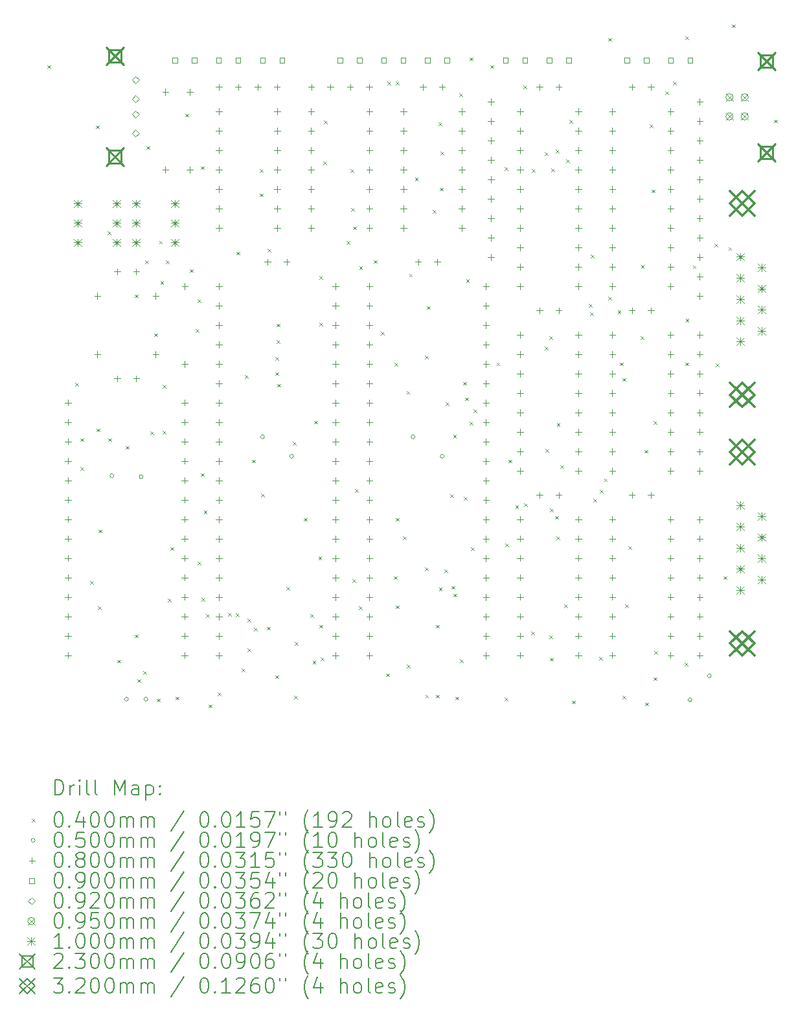
<source format=gbr>
%TF.GenerationSoftware,KiCad,Pcbnew,7.0.7*%
%TF.CreationDate,2023-09-10T22:27:07-04:00*%
%TF.ProjectId,4 - Quad serial,34202d20-5175-4616-9420-73657269616c,1*%
%TF.SameCoordinates,Original*%
%TF.FileFunction,Drillmap*%
%TF.FilePolarity,Positive*%
%FSLAX45Y45*%
G04 Gerber Fmt 4.5, Leading zero omitted, Abs format (unit mm)*
G04 Created by KiCad (PCBNEW 7.0.7) date 2023-09-10 22:27:07*
%MOMM*%
%LPD*%
G01*
G04 APERTURE LIST*
%ADD10C,0.200000*%
%ADD11C,0.040000*%
%ADD12C,0.050000*%
%ADD13C,0.080000*%
%ADD14C,0.090000*%
%ADD15C,0.092000*%
%ADD16C,0.095000*%
%ADD17C,0.100000*%
%ADD18C,0.230000*%
%ADD19C,0.320000*%
G04 APERTURE END LIST*
D10*
D11*
X7854000Y-5745800D02*
X7894000Y-5785800D01*
X7894000Y-5745800D02*
X7854000Y-5785800D01*
X8222300Y-9898700D02*
X8262300Y-9938700D01*
X8262300Y-9898700D02*
X8222300Y-9938700D01*
X8289060Y-10998800D02*
X8329060Y-11038800D01*
X8329060Y-10998800D02*
X8289060Y-11038800D01*
X8289140Y-10622680D02*
X8329140Y-10662680D01*
X8329140Y-10622680D02*
X8289140Y-10662680D01*
X8412800Y-12489500D02*
X8452800Y-12529500D01*
X8452800Y-12489500D02*
X8412800Y-12529500D01*
X8489000Y-6533200D02*
X8529000Y-6573200D01*
X8529000Y-6533200D02*
X8489000Y-6573200D01*
X8501700Y-10495600D02*
X8541700Y-10535600D01*
X8541700Y-10495600D02*
X8501700Y-10535600D01*
X8514400Y-12819700D02*
X8554400Y-12859700D01*
X8554400Y-12819700D02*
X8514400Y-12859700D01*
X8527100Y-11816400D02*
X8567100Y-11856400D01*
X8567100Y-11816400D02*
X8527100Y-11856400D01*
X8641400Y-7917500D02*
X8681400Y-7957500D01*
X8681400Y-7917500D02*
X8641400Y-7957500D01*
X8654100Y-10622600D02*
X8694100Y-10662600D01*
X8694100Y-10622600D02*
X8654100Y-10662600D01*
X8768400Y-13518200D02*
X8808400Y-13558200D01*
X8808400Y-13518200D02*
X8768400Y-13558200D01*
X8880120Y-10724950D02*
X8920120Y-10764950D01*
X8920120Y-10724950D02*
X8880120Y-10764950D01*
X8997000Y-8743000D02*
X9037000Y-8783000D01*
X9037000Y-8743000D02*
X8997000Y-8783000D01*
X8997000Y-13188000D02*
X9037000Y-13228000D01*
X9037000Y-13188000D02*
X8997000Y-13228000D01*
X9035100Y-13772200D02*
X9075100Y-13812200D01*
X9075100Y-13772200D02*
X9035100Y-13812200D01*
X9107559Y-13667479D02*
X9147559Y-13707479D01*
X9147559Y-13667479D02*
X9107559Y-13707479D01*
X9136700Y-8298500D02*
X9176700Y-8338500D01*
X9176700Y-8298500D02*
X9136700Y-8338500D01*
X9152330Y-6803920D02*
X9192330Y-6843920D01*
X9192330Y-6803920D02*
X9152330Y-6843920D01*
X9200200Y-10533700D02*
X9240200Y-10573700D01*
X9240200Y-10533700D02*
X9200200Y-10573700D01*
X9251000Y-9251000D02*
X9291000Y-9291000D01*
X9291000Y-9251000D02*
X9251000Y-9291000D01*
X9289100Y-14026200D02*
X9329100Y-14066200D01*
X9329100Y-14026200D02*
X9289100Y-14066200D01*
X9315780Y-8039740D02*
X9355780Y-8079740D01*
X9355780Y-8039740D02*
X9315780Y-8079740D01*
X9333120Y-8571980D02*
X9373120Y-8611980D01*
X9373120Y-8571980D02*
X9333120Y-8611980D01*
X9364390Y-10523240D02*
X9404390Y-10563240D01*
X9404390Y-10523240D02*
X9364390Y-10563240D01*
X9365300Y-9924100D02*
X9405300Y-9964100D01*
X9405300Y-9924100D02*
X9365300Y-9964100D01*
X9402000Y-8301180D02*
X9442000Y-8341180D01*
X9442000Y-8301180D02*
X9402000Y-8341180D01*
X9428800Y-12718100D02*
X9468800Y-12758100D01*
X9468800Y-12718100D02*
X9428800Y-12758100D01*
X9466900Y-12045000D02*
X9506900Y-12085000D01*
X9506900Y-12045000D02*
X9466900Y-12085000D01*
X9530400Y-14000800D02*
X9570400Y-14040800D01*
X9570400Y-14000800D02*
X9530400Y-14040800D01*
X9657400Y-6380800D02*
X9697400Y-6420800D01*
X9697400Y-6380800D02*
X9657400Y-6420800D01*
X9720900Y-8412800D02*
X9760900Y-8452800D01*
X9760900Y-8412800D02*
X9720900Y-8452800D01*
X9792330Y-9196050D02*
X9832330Y-9236050D01*
X9832330Y-9196050D02*
X9792330Y-9236050D01*
X9822500Y-8806500D02*
X9862500Y-8846500D01*
X9862500Y-8806500D02*
X9822500Y-8846500D01*
X9822500Y-12235500D02*
X9862500Y-12275500D01*
X9862500Y-12235500D02*
X9822500Y-12275500D01*
X9860600Y-7066600D02*
X9900600Y-7106600D01*
X9900600Y-7066600D02*
X9860600Y-7106600D01*
X9860600Y-11079800D02*
X9900600Y-11119800D01*
X9900600Y-11079800D02*
X9860600Y-11119800D01*
X9870290Y-12709740D02*
X9910290Y-12749740D01*
X9910290Y-12709740D02*
X9870290Y-12749740D01*
X9900530Y-11566350D02*
X9940530Y-11606350D01*
X9940530Y-11566350D02*
X9900530Y-11606350D01*
X9927440Y-12921240D02*
X9967440Y-12961240D01*
X9967440Y-12921240D02*
X9927440Y-12961240D01*
X9962200Y-14102400D02*
X10002200Y-14142400D01*
X10002200Y-14102400D02*
X9962200Y-14142400D01*
X10081080Y-13945420D02*
X10121080Y-13985420D01*
X10121080Y-13945420D02*
X10081080Y-13985420D01*
X10219240Y-12906140D02*
X10259240Y-12946140D01*
X10259240Y-12906140D02*
X10219240Y-12946140D01*
X10322220Y-12910930D02*
X10362220Y-12950930D01*
X10362220Y-12910930D02*
X10322220Y-12950930D01*
X10330500Y-8184200D02*
X10370500Y-8224200D01*
X10370500Y-8184200D02*
X10330500Y-8224200D01*
X10394000Y-13632500D02*
X10434000Y-13672500D01*
X10434000Y-13632500D02*
X10394000Y-13672500D01*
X10435180Y-9797100D02*
X10475180Y-9837100D01*
X10475180Y-9797100D02*
X10435180Y-9837100D01*
X10469920Y-12983380D02*
X10509920Y-13023380D01*
X10509920Y-12983380D02*
X10469920Y-13023380D01*
X10470200Y-13368550D02*
X10510200Y-13408550D01*
X10510200Y-13368550D02*
X10470200Y-13408550D01*
X10533700Y-10902000D02*
X10573700Y-10942000D01*
X10573700Y-10902000D02*
X10533700Y-10942000D01*
X10559100Y-13099100D02*
X10599100Y-13139100D01*
X10599100Y-13099100D02*
X10559100Y-13139100D01*
X10635300Y-7104700D02*
X10675300Y-7144700D01*
X10675300Y-7104700D02*
X10635300Y-7144700D01*
X10635300Y-7422200D02*
X10675300Y-7462200D01*
X10675300Y-7422200D02*
X10635300Y-7462200D01*
X10648000Y-11346500D02*
X10688000Y-11386500D01*
X10688000Y-11346500D02*
X10648000Y-11386500D01*
X10724230Y-13086400D02*
X10764230Y-13126400D01*
X10764230Y-13086400D02*
X10724230Y-13126400D01*
X10736900Y-8148600D02*
X10776900Y-8188600D01*
X10776900Y-8148600D02*
X10736900Y-8188600D01*
X10838500Y-9558550D02*
X10878500Y-9598550D01*
X10878500Y-9558550D02*
X10838500Y-9598550D01*
X10838500Y-9759000D02*
X10878500Y-9799000D01*
X10878500Y-9759000D02*
X10838500Y-9799000D01*
X10838500Y-13721400D02*
X10878500Y-13761400D01*
X10878500Y-13721400D02*
X10838500Y-13761400D01*
X10851200Y-9124000D02*
X10891200Y-9164000D01*
X10891200Y-9124000D02*
X10851200Y-9164000D01*
X10851200Y-9339900D02*
X10891200Y-9379900D01*
X10891200Y-9339900D02*
X10851200Y-9379900D01*
X10863900Y-9911400D02*
X10903900Y-9951400D01*
X10903900Y-9911400D02*
X10863900Y-9951400D01*
X10978200Y-12565700D02*
X11018200Y-12605700D01*
X11018200Y-12565700D02*
X10978200Y-12605700D01*
X11063510Y-10671300D02*
X11103510Y-10711300D01*
X11103510Y-10671300D02*
X11063510Y-10711300D01*
X11083550Y-13988100D02*
X11123550Y-14028100D01*
X11123550Y-13988100D02*
X11083550Y-14028100D01*
X11092500Y-13285160D02*
X11132500Y-13325160D01*
X11132500Y-13285160D02*
X11092500Y-13325160D01*
X11206800Y-11664000D02*
X11246800Y-11704000D01*
X11246800Y-11664000D02*
X11206800Y-11704000D01*
X11295700Y-12921300D02*
X11335700Y-12961300D01*
X11335700Y-12921300D02*
X11295700Y-12961300D01*
X11321739Y-13530261D02*
X11361739Y-13570261D01*
X11361739Y-13530261D02*
X11321739Y-13570261D01*
X11344030Y-10394000D02*
X11384030Y-10434000D01*
X11384030Y-10394000D02*
X11344030Y-10434000D01*
X11399190Y-12171000D02*
X11439190Y-12211000D01*
X11439190Y-12171000D02*
X11399190Y-12211000D01*
X11410000Y-9111300D02*
X11450000Y-9151300D01*
X11450000Y-9111300D02*
X11410000Y-9151300D01*
X11410000Y-13061000D02*
X11450000Y-13101000D01*
X11450000Y-13061000D02*
X11410000Y-13101000D01*
X11410735Y-8501825D02*
X11450735Y-8541825D01*
X11450735Y-8501825D02*
X11410735Y-8541825D01*
X11427595Y-13487905D02*
X11467595Y-13527905D01*
X11467595Y-13487905D02*
X11427595Y-13527905D01*
X11460800Y-7003100D02*
X11500800Y-7043100D01*
X11500800Y-7003100D02*
X11460800Y-7043100D01*
X11473500Y-6469700D02*
X11513500Y-6509700D01*
X11513500Y-6469700D02*
X11473500Y-6509700D01*
X11767880Y-8044500D02*
X11807880Y-8084500D01*
X11807880Y-8044500D02*
X11767880Y-8084500D01*
X11816400Y-7104700D02*
X11856400Y-7144700D01*
X11856400Y-7104700D02*
X11816400Y-7144700D01*
X11829100Y-7612700D02*
X11869100Y-7652700D01*
X11869100Y-7612700D02*
X11829100Y-7652700D01*
X11844000Y-12463670D02*
X11884000Y-12503670D01*
X11884000Y-12463670D02*
X11844000Y-12503670D01*
X11854500Y-7854000D02*
X11894500Y-7894000D01*
X11894500Y-7854000D02*
X11854500Y-7894000D01*
X11878750Y-11288103D02*
X11918750Y-11328103D01*
X11918750Y-11288103D02*
X11878750Y-11328103D01*
X11926950Y-12819700D02*
X11966950Y-12859700D01*
X11966950Y-12819700D02*
X11926950Y-12859700D01*
X11932470Y-8373560D02*
X11972470Y-8413560D01*
X11972470Y-8373560D02*
X11932470Y-8413560D01*
X12123280Y-8295560D02*
X12163280Y-8335560D01*
X12163280Y-8295560D02*
X12123280Y-8335560D01*
X12213850Y-9229350D02*
X12253850Y-9269350D01*
X12253850Y-9229350D02*
X12213850Y-9269350D01*
X12286300Y-13696000D02*
X12326300Y-13736000D01*
X12326300Y-13696000D02*
X12286300Y-13736000D01*
X12299000Y-5961700D02*
X12339000Y-6001700D01*
X12339000Y-5961700D02*
X12299000Y-6001700D01*
X12387900Y-12426000D02*
X12427900Y-12466000D01*
X12427900Y-12426000D02*
X12387900Y-12466000D01*
X12392496Y-9634046D02*
X12432496Y-9674046D01*
X12432496Y-9634046D02*
X12392496Y-9674046D01*
X12413300Y-5961700D02*
X12453300Y-6001700D01*
X12453300Y-5961700D02*
X12413300Y-6001700D01*
X12413300Y-11664000D02*
X12453300Y-11704000D01*
X12453300Y-11664000D02*
X12413300Y-11704000D01*
X12413300Y-12807000D02*
X12453300Y-12847000D01*
X12453300Y-12807000D02*
X12413300Y-12847000D01*
X12502200Y-11905300D02*
X12542200Y-11945300D01*
X12542200Y-11905300D02*
X12502200Y-11945300D01*
X12549150Y-10004180D02*
X12589150Y-10044180D01*
X12589150Y-10004180D02*
X12549150Y-10044180D01*
X12553000Y-13581700D02*
X12593000Y-13621700D01*
X12593000Y-13581700D02*
X12553000Y-13621700D01*
X12583900Y-8472780D02*
X12623900Y-8512780D01*
X12623900Y-8472780D02*
X12583900Y-8512780D01*
X12660550Y-7213170D02*
X12700550Y-7253170D01*
X12700550Y-7213170D02*
X12660550Y-7253170D01*
X12794300Y-9543100D02*
X12834300Y-9583100D01*
X12834300Y-9543100D02*
X12794300Y-9583100D01*
X12794300Y-12311700D02*
X12834300Y-12351700D01*
X12834300Y-12311700D02*
X12794300Y-12351700D01*
X12796180Y-13975400D02*
X12836180Y-14015400D01*
X12836180Y-13975400D02*
X12796180Y-14015400D01*
X12819700Y-8895400D02*
X12859700Y-8935400D01*
X12859700Y-8895400D02*
X12819700Y-8935400D01*
X12895900Y-7638100D02*
X12935900Y-7678100D01*
X12935900Y-7638100D02*
X12895900Y-7678100D01*
X12934000Y-13061000D02*
X12974000Y-13101000D01*
X12974000Y-13061000D02*
X12934000Y-13101000D01*
X12934000Y-13975400D02*
X12974000Y-14015400D01*
X12974000Y-13975400D02*
X12934000Y-14015400D01*
X12972100Y-6495100D02*
X13012100Y-6535100D01*
X13012100Y-6495100D02*
X12972100Y-6535100D01*
X12972800Y-12575740D02*
X13012800Y-12615740D01*
X13012800Y-12575740D02*
X12972800Y-12615740D01*
X12984800Y-7346000D02*
X13024800Y-7386000D01*
X13024800Y-7346000D02*
X12984800Y-7386000D01*
X12997500Y-6876100D02*
X13037500Y-6916100D01*
X13037500Y-6876100D02*
X12997500Y-6916100D01*
X13045250Y-12335900D02*
X13085250Y-12375900D01*
X13085250Y-12335900D02*
X13045250Y-12375900D01*
X13061000Y-10152700D02*
X13101000Y-10192700D01*
X13101000Y-10152700D02*
X13061000Y-10192700D01*
X13124500Y-11355450D02*
X13164500Y-11395450D01*
X13164500Y-11355450D02*
X13124500Y-11395450D01*
X13137200Y-12553000D02*
X13177200Y-12593000D01*
X13177200Y-12553000D02*
X13137200Y-12593000D01*
X13158845Y-10574550D02*
X13198845Y-10614550D01*
X13198845Y-10574550D02*
X13158845Y-10614550D01*
X13162810Y-12654600D02*
X13202810Y-12694600D01*
X13202810Y-12654600D02*
X13162810Y-12694600D01*
X13188000Y-14000800D02*
X13228000Y-14040800D01*
X13228000Y-14000800D02*
X13188000Y-14040800D01*
X13238800Y-6114100D02*
X13278800Y-6154100D01*
X13278800Y-6114100D02*
X13238800Y-6154100D01*
X13250780Y-13513450D02*
X13290780Y-13553450D01*
X13290780Y-13513450D02*
X13250780Y-13553450D01*
X13289600Y-9886000D02*
X13329600Y-9926000D01*
X13329600Y-9886000D02*
X13289600Y-9926000D01*
X13299990Y-11389820D02*
X13339990Y-11429820D01*
X13339990Y-11389820D02*
X13299990Y-11429820D01*
X13315000Y-10089200D02*
X13355000Y-10129200D01*
X13355000Y-10089200D02*
X13315000Y-10129200D01*
X13328070Y-8542460D02*
X13368070Y-8582460D01*
X13368070Y-8542460D02*
X13328070Y-8582460D01*
X13375110Y-10406700D02*
X13415110Y-10446700D01*
X13415110Y-10406700D02*
X13375110Y-10446700D01*
X13378500Y-5644200D02*
X13418500Y-5684200D01*
X13418500Y-5644200D02*
X13378500Y-5684200D01*
X13392287Y-12050988D02*
X13432287Y-12090988D01*
X13432287Y-12050988D02*
X13392287Y-12090988D01*
X13428620Y-10245840D02*
X13468620Y-10285840D01*
X13468620Y-10245840D02*
X13428620Y-10285840D01*
X13645200Y-5745800D02*
X13685200Y-5785800D01*
X13685200Y-5745800D02*
X13645200Y-5785800D01*
X13727950Y-9632000D02*
X13767950Y-9672000D01*
X13767950Y-9632000D02*
X13727950Y-9672000D01*
X13835700Y-7079300D02*
X13875700Y-7119300D01*
X13875700Y-7079300D02*
X13835700Y-7119300D01*
X13835700Y-14013500D02*
X13875700Y-14053500D01*
X13875700Y-14013500D02*
X13835700Y-14053500D01*
X13842118Y-12000711D02*
X13882118Y-12040711D01*
X13882118Y-12000711D02*
X13842118Y-12040711D01*
X13884870Y-10902000D02*
X13924870Y-10942000D01*
X13924870Y-10902000D02*
X13884870Y-10942000D01*
X13971690Y-11499760D02*
X14011690Y-11539760D01*
X14011690Y-11499760D02*
X13971690Y-11539760D01*
X14077020Y-6012470D02*
X14117020Y-6052470D01*
X14117020Y-6012470D02*
X14077020Y-6052470D01*
X14089700Y-11477010D02*
X14129700Y-11517010D01*
X14129700Y-11477010D02*
X14089700Y-11517010D01*
X14178600Y-13149900D02*
X14218600Y-13189900D01*
X14218600Y-13149900D02*
X14178600Y-13189900D01*
X14191300Y-7104700D02*
X14231300Y-7144700D01*
X14231300Y-7104700D02*
X14191300Y-7144700D01*
X14355830Y-9426260D02*
X14395830Y-9466260D01*
X14395830Y-9426260D02*
X14355830Y-9466260D01*
X14360470Y-6884800D02*
X14400470Y-6924800D01*
X14400470Y-6884800D02*
X14360470Y-6924800D01*
X14369100Y-10762300D02*
X14409100Y-10802300D01*
X14409100Y-10762300D02*
X14369100Y-10802300D01*
X14419900Y-9289100D02*
X14459900Y-9329100D01*
X14459900Y-9289100D02*
X14419900Y-9329100D01*
X14419900Y-13200700D02*
X14459900Y-13240700D01*
X14459900Y-13200700D02*
X14419900Y-13240700D01*
X14423070Y-11539290D02*
X14463070Y-11579290D01*
X14463070Y-11539290D02*
X14423070Y-11579290D01*
X14423450Y-13492270D02*
X14463450Y-13532270D01*
X14463450Y-13492270D02*
X14423450Y-13532270D01*
X14444070Y-7099110D02*
X14484070Y-7139110D01*
X14484070Y-7099110D02*
X14444070Y-7139110D01*
X14496100Y-11638600D02*
X14536100Y-11678600D01*
X14536100Y-11638600D02*
X14496100Y-11678600D01*
X14502790Y-6852100D02*
X14542790Y-6892100D01*
X14542790Y-6852100D02*
X14502790Y-6892100D01*
X14508800Y-11905300D02*
X14548800Y-11945300D01*
X14548800Y-11905300D02*
X14508800Y-11945300D01*
X14513650Y-10421660D02*
X14553650Y-10461660D01*
X14553650Y-10421660D02*
X14513650Y-10461660D01*
X14560880Y-10974660D02*
X14600880Y-11014660D01*
X14600880Y-10974660D02*
X14560880Y-11014660D01*
X14610400Y-12794300D02*
X14650400Y-12834300D01*
X14650400Y-12794300D02*
X14610400Y-12834300D01*
X14635800Y-6977700D02*
X14675800Y-7017700D01*
X14675800Y-6977700D02*
X14635800Y-7017700D01*
X14678760Y-6462790D02*
X14718760Y-6502790D01*
X14718760Y-6462790D02*
X14678760Y-6502790D01*
X14712000Y-14051600D02*
X14752000Y-14091600D01*
X14752000Y-14051600D02*
X14712000Y-14091600D01*
X14934880Y-8867410D02*
X14974880Y-8907410D01*
X14974880Y-8867410D02*
X14934880Y-8907410D01*
X14947380Y-8977390D02*
X14987380Y-9017390D01*
X14987380Y-8977390D02*
X14947380Y-9017390D01*
X14959410Y-8221620D02*
X14999410Y-8261620D01*
X14999410Y-8221620D02*
X14959410Y-8261620D01*
X14991400Y-11412970D02*
X15031400Y-11452970D01*
X15031400Y-11412970D02*
X14991400Y-11452970D01*
X15066710Y-13478980D02*
X15106710Y-13518980D01*
X15106710Y-13478980D02*
X15066710Y-13518980D01*
X15080300Y-11295700D02*
X15120300Y-11335700D01*
X15120300Y-11295700D02*
X15080300Y-11335700D01*
X15131530Y-11147050D02*
X15171530Y-11187050D01*
X15171530Y-11147050D02*
X15131530Y-11187050D01*
X15185110Y-5389780D02*
X15225110Y-5429780D01*
X15225110Y-5389780D02*
X15185110Y-5429780D01*
X15187520Y-8772600D02*
X15227520Y-8812600D01*
X15227520Y-8772600D02*
X15187520Y-8812600D01*
X15309750Y-8950790D02*
X15349750Y-8990790D01*
X15349750Y-8950790D02*
X15309750Y-8990790D01*
X15340160Y-9632000D02*
X15380160Y-9672000D01*
X15380160Y-9632000D02*
X15340160Y-9672000D01*
X15371805Y-13988695D02*
X15411805Y-14028695D01*
X15411805Y-13988695D02*
X15371805Y-14028695D01*
X15372400Y-9835200D02*
X15412400Y-9875200D01*
X15412400Y-9835200D02*
X15372400Y-9875200D01*
X15410500Y-12794300D02*
X15450500Y-12834300D01*
X15450500Y-12794300D02*
X15410500Y-12834300D01*
X15448600Y-12032300D02*
X15488600Y-12072300D01*
X15488600Y-12032300D02*
X15448600Y-12072300D01*
X15613700Y-9289100D02*
X15653700Y-9329100D01*
X15653700Y-9289100D02*
X15613700Y-9329100D01*
X15615670Y-8356410D02*
X15655670Y-8396410D01*
X15655670Y-8356410D02*
X15615670Y-8396410D01*
X15664500Y-10775000D02*
X15704500Y-10815000D01*
X15704500Y-10775000D02*
X15664500Y-10815000D01*
X15669200Y-14077000D02*
X15709200Y-14117000D01*
X15709200Y-14077000D02*
X15669200Y-14117000D01*
X15728000Y-6520500D02*
X15768000Y-6560500D01*
X15768000Y-6520500D02*
X15728000Y-6560500D01*
X15753400Y-7371400D02*
X15793400Y-7411400D01*
X15793400Y-7371400D02*
X15753400Y-7411400D01*
X15778800Y-10399880D02*
X15818800Y-10439880D01*
X15818800Y-10399880D02*
X15778800Y-10439880D01*
X15778800Y-13746800D02*
X15818800Y-13786800D01*
X15818800Y-13746800D02*
X15778800Y-13786800D01*
X15791500Y-13403900D02*
X15831500Y-13443900D01*
X15831500Y-13403900D02*
X15791500Y-13443900D01*
X15931200Y-6088700D02*
X15971200Y-6128700D01*
X15971200Y-6088700D02*
X15931200Y-6128700D01*
X16032800Y-5961700D02*
X16072800Y-6001700D01*
X16072800Y-5961700D02*
X16032800Y-6001700D01*
X16185200Y-13556300D02*
X16225200Y-13596300D01*
X16225200Y-13556300D02*
X16185200Y-13596300D01*
X16196060Y-5368950D02*
X16236060Y-5408950D01*
X16236060Y-5368950D02*
X16196060Y-5408950D01*
X16197900Y-9632000D02*
X16237900Y-9672000D01*
X16237900Y-9632000D02*
X16197900Y-9672000D01*
X16200335Y-9058065D02*
X16240335Y-9098065D01*
X16240335Y-9058065D02*
X16200335Y-9098065D01*
X16292024Y-8361931D02*
X16332024Y-8401931D01*
X16332024Y-8361931D02*
X16292024Y-8401931D01*
X16577380Y-8080850D02*
X16617380Y-8120850D01*
X16617380Y-8080850D02*
X16577380Y-8120850D01*
X16595350Y-9644700D02*
X16635350Y-9684700D01*
X16635350Y-9644700D02*
X16595350Y-9684700D01*
X16693200Y-12426000D02*
X16733200Y-12466000D01*
X16733200Y-12426000D02*
X16693200Y-12466000D01*
X16757250Y-8126250D02*
X16797250Y-8166250D01*
X16797250Y-8126250D02*
X16757250Y-8166250D01*
X16807500Y-5212400D02*
X16847500Y-5252400D01*
X16847500Y-5212400D02*
X16807500Y-5252400D01*
X17353600Y-6457000D02*
X17393600Y-6497000D01*
X17393600Y-6457000D02*
X17353600Y-6497000D01*
D12*
X8724500Y-11112500D02*
G75*
G03*
X8724500Y-11112500I-25000J0D01*
G01*
X8915000Y-14033500D02*
G75*
G03*
X8915000Y-14033500I-25000J0D01*
G01*
X9105500Y-11125200D02*
G75*
G03*
X9105500Y-11125200I-25000J0D01*
G01*
X9169000Y-14033500D02*
G75*
G03*
X9169000Y-14033500I-25000J0D01*
G01*
X10693000Y-10604500D02*
G75*
G03*
X10693000Y-10604500I-25000J0D01*
G01*
X11074000Y-10858500D02*
G75*
G03*
X11074000Y-10858500I-25000J0D01*
G01*
X12661500Y-10604500D02*
G75*
G03*
X12661500Y-10604500I-25000J0D01*
G01*
X13042500Y-10858500D02*
G75*
G03*
X13042500Y-10858500I-25000J0D01*
G01*
X16281000Y-14040980D02*
G75*
G03*
X16281000Y-14040980I-25000J0D01*
G01*
X16535000Y-13728700D02*
G75*
G03*
X16535000Y-13728700I-25000J0D01*
G01*
D13*
X8126500Y-10117500D02*
X8126500Y-10197500D01*
X8086500Y-10157500D02*
X8166500Y-10157500D01*
X8126500Y-10371500D02*
X8126500Y-10451500D01*
X8086500Y-10411500D02*
X8166500Y-10411500D01*
X8126500Y-10625500D02*
X8126500Y-10705500D01*
X8086500Y-10665500D02*
X8166500Y-10665500D01*
X8126500Y-10879500D02*
X8126500Y-10959500D01*
X8086500Y-10919500D02*
X8166500Y-10919500D01*
X8126500Y-11133500D02*
X8126500Y-11213500D01*
X8086500Y-11173500D02*
X8166500Y-11173500D01*
X8126500Y-11387500D02*
X8126500Y-11467500D01*
X8086500Y-11427500D02*
X8166500Y-11427500D01*
X8126500Y-11641500D02*
X8126500Y-11721500D01*
X8086500Y-11681500D02*
X8166500Y-11681500D01*
X8126500Y-11895500D02*
X8126500Y-11975500D01*
X8086500Y-11935500D02*
X8166500Y-11935500D01*
X8126500Y-12149500D02*
X8126500Y-12229500D01*
X8086500Y-12189500D02*
X8166500Y-12189500D01*
X8126500Y-12403500D02*
X8126500Y-12483500D01*
X8086500Y-12443500D02*
X8166500Y-12443500D01*
X8126500Y-12657500D02*
X8126500Y-12737500D01*
X8086500Y-12697500D02*
X8166500Y-12697500D01*
X8126500Y-12911500D02*
X8126500Y-12991500D01*
X8086500Y-12951500D02*
X8166500Y-12951500D01*
X8126500Y-13165500D02*
X8126500Y-13245500D01*
X8086500Y-13205500D02*
X8166500Y-13205500D01*
X8126500Y-13419500D02*
X8126500Y-13499500D01*
X8086500Y-13459500D02*
X8166500Y-13459500D01*
X8509000Y-8723000D02*
X8509000Y-8803000D01*
X8469000Y-8763000D02*
X8549000Y-8763000D01*
X8509000Y-9485000D02*
X8509000Y-9565000D01*
X8469000Y-9525000D02*
X8549000Y-9525000D01*
X8767000Y-8405500D02*
X8767000Y-8485500D01*
X8727000Y-8445500D02*
X8807000Y-8445500D01*
X8767000Y-9802500D02*
X8767000Y-9882500D01*
X8727000Y-9842500D02*
X8807000Y-9842500D01*
X9017000Y-8405500D02*
X9017000Y-8485500D01*
X8977000Y-8445500D02*
X9057000Y-8445500D01*
X9017000Y-9802500D02*
X9017000Y-9882500D01*
X8977000Y-9842500D02*
X9057000Y-9842500D01*
X9271000Y-8723000D02*
X9271000Y-8803000D01*
X9231000Y-8763000D02*
X9311000Y-8763000D01*
X9271000Y-9485000D02*
X9271000Y-9565000D01*
X9231000Y-9525000D02*
X9311000Y-9525000D01*
X9398000Y-6056000D02*
X9398000Y-6136000D01*
X9358000Y-6096000D02*
X9438000Y-6096000D01*
X9398000Y-7072000D02*
X9398000Y-7152000D01*
X9358000Y-7112000D02*
X9438000Y-7112000D01*
X9650500Y-10117500D02*
X9650500Y-10197500D01*
X9610500Y-10157500D02*
X9690500Y-10157500D01*
X9650500Y-10371500D02*
X9650500Y-10451500D01*
X9610500Y-10411500D02*
X9690500Y-10411500D01*
X9650500Y-10625500D02*
X9650500Y-10705500D01*
X9610500Y-10665500D02*
X9690500Y-10665500D01*
X9650500Y-10879500D02*
X9650500Y-10959500D01*
X9610500Y-10919500D02*
X9690500Y-10919500D01*
X9650500Y-11133500D02*
X9650500Y-11213500D01*
X9610500Y-11173500D02*
X9690500Y-11173500D01*
X9650500Y-11387500D02*
X9650500Y-11467500D01*
X9610500Y-11427500D02*
X9690500Y-11427500D01*
X9650500Y-11641500D02*
X9650500Y-11721500D01*
X9610500Y-11681500D02*
X9690500Y-11681500D01*
X9650500Y-11895500D02*
X9650500Y-11975500D01*
X9610500Y-11935500D02*
X9690500Y-11935500D01*
X9650500Y-12149500D02*
X9650500Y-12229500D01*
X9610500Y-12189500D02*
X9690500Y-12189500D01*
X9650500Y-12403500D02*
X9650500Y-12483500D01*
X9610500Y-12443500D02*
X9690500Y-12443500D01*
X9650500Y-12657500D02*
X9650500Y-12737500D01*
X9610500Y-12697500D02*
X9690500Y-12697500D01*
X9650500Y-12911500D02*
X9650500Y-12991500D01*
X9610500Y-12951500D02*
X9690500Y-12951500D01*
X9650500Y-13165500D02*
X9650500Y-13245500D01*
X9610500Y-13205500D02*
X9690500Y-13205500D01*
X9650500Y-13419500D02*
X9650500Y-13499500D01*
X9610500Y-13459500D02*
X9690500Y-13459500D01*
X9652000Y-8596000D02*
X9652000Y-8676000D01*
X9612000Y-8636000D02*
X9692000Y-8636000D01*
X9652000Y-9612000D02*
X9652000Y-9692000D01*
X9612000Y-9652000D02*
X9692000Y-9652000D01*
X9715500Y-6056000D02*
X9715500Y-6136000D01*
X9675500Y-6096000D02*
X9755500Y-6096000D01*
X9715500Y-7072000D02*
X9715500Y-7152000D01*
X9675500Y-7112000D02*
X9755500Y-7112000D01*
X10096500Y-6310000D02*
X10096500Y-6390000D01*
X10056500Y-6350000D02*
X10136500Y-6350000D01*
X10096500Y-6564000D02*
X10096500Y-6644000D01*
X10056500Y-6604000D02*
X10136500Y-6604000D01*
X10096500Y-6818000D02*
X10096500Y-6898000D01*
X10056500Y-6858000D02*
X10136500Y-6858000D01*
X10096500Y-7072000D02*
X10096500Y-7152000D01*
X10056500Y-7112000D02*
X10136500Y-7112000D01*
X10096500Y-7326000D02*
X10096500Y-7406000D01*
X10056500Y-7366000D02*
X10136500Y-7366000D01*
X10096500Y-7580000D02*
X10096500Y-7660000D01*
X10056500Y-7620000D02*
X10136500Y-7620000D01*
X10096500Y-7834000D02*
X10096500Y-7914000D01*
X10056500Y-7874000D02*
X10136500Y-7874000D01*
X10096500Y-8595000D02*
X10096500Y-8675000D01*
X10056500Y-8635000D02*
X10136500Y-8635000D01*
X10096500Y-8849000D02*
X10096500Y-8929000D01*
X10056500Y-8889000D02*
X10136500Y-8889000D01*
X10096500Y-9103000D02*
X10096500Y-9183000D01*
X10056500Y-9143000D02*
X10136500Y-9143000D01*
X10096500Y-9357000D02*
X10096500Y-9437000D01*
X10056500Y-9397000D02*
X10136500Y-9397000D01*
X10096500Y-9611000D02*
X10096500Y-9691000D01*
X10056500Y-9651000D02*
X10136500Y-9651000D01*
X10096500Y-9865000D02*
X10096500Y-9945000D01*
X10056500Y-9905000D02*
X10136500Y-9905000D01*
X10096500Y-10119000D02*
X10096500Y-10199000D01*
X10056500Y-10159000D02*
X10136500Y-10159000D01*
X10096500Y-10373000D02*
X10096500Y-10453000D01*
X10056500Y-10413000D02*
X10136500Y-10413000D01*
X10096500Y-10627000D02*
X10096500Y-10707000D01*
X10056500Y-10667000D02*
X10136500Y-10667000D01*
X10096500Y-10881000D02*
X10096500Y-10961000D01*
X10056500Y-10921000D02*
X10136500Y-10921000D01*
X10096500Y-11135000D02*
X10096500Y-11215000D01*
X10056500Y-11175000D02*
X10136500Y-11175000D01*
X10096500Y-11389000D02*
X10096500Y-11469000D01*
X10056500Y-11429000D02*
X10136500Y-11429000D01*
X10096500Y-11643000D02*
X10096500Y-11723000D01*
X10056500Y-11683000D02*
X10136500Y-11683000D01*
X10096500Y-11897000D02*
X10096500Y-11977000D01*
X10056500Y-11937000D02*
X10136500Y-11937000D01*
X10096500Y-12151000D02*
X10096500Y-12231000D01*
X10056500Y-12191000D02*
X10136500Y-12191000D01*
X10096500Y-12405000D02*
X10096500Y-12485000D01*
X10056500Y-12445000D02*
X10136500Y-12445000D01*
X10096500Y-12659000D02*
X10096500Y-12739000D01*
X10056500Y-12699000D02*
X10136500Y-12699000D01*
X10096500Y-12913000D02*
X10096500Y-12993000D01*
X10056500Y-12953000D02*
X10136500Y-12953000D01*
X10096500Y-13167000D02*
X10096500Y-13247000D01*
X10056500Y-13207000D02*
X10136500Y-13207000D01*
X10096500Y-13421000D02*
X10096500Y-13501000D01*
X10056500Y-13461000D02*
X10136500Y-13461000D01*
X10098500Y-5992500D02*
X10098500Y-6072500D01*
X10058500Y-6032500D02*
X10138500Y-6032500D01*
X10348500Y-5992500D02*
X10348500Y-6072500D01*
X10308500Y-6032500D02*
X10388500Y-6032500D01*
X10606500Y-5992500D02*
X10606500Y-6072500D01*
X10566500Y-6032500D02*
X10646500Y-6032500D01*
X10733500Y-8278500D02*
X10733500Y-8358500D01*
X10693500Y-8318500D02*
X10773500Y-8318500D01*
X10856500Y-5992500D02*
X10856500Y-6072500D01*
X10816500Y-6032500D02*
X10896500Y-6032500D01*
X10858500Y-6310000D02*
X10858500Y-6390000D01*
X10818500Y-6350000D02*
X10898500Y-6350000D01*
X10858500Y-6564000D02*
X10858500Y-6644000D01*
X10818500Y-6604000D02*
X10898500Y-6604000D01*
X10858500Y-6818000D02*
X10858500Y-6898000D01*
X10818500Y-6858000D02*
X10898500Y-6858000D01*
X10858500Y-7072000D02*
X10858500Y-7152000D01*
X10818500Y-7112000D02*
X10898500Y-7112000D01*
X10858500Y-7326000D02*
X10858500Y-7406000D01*
X10818500Y-7366000D02*
X10898500Y-7366000D01*
X10858500Y-7580000D02*
X10858500Y-7660000D01*
X10818500Y-7620000D02*
X10898500Y-7620000D01*
X10858500Y-7834000D02*
X10858500Y-7914000D01*
X10818500Y-7874000D02*
X10898500Y-7874000D01*
X10983500Y-8278500D02*
X10983500Y-8358500D01*
X10943500Y-8318500D02*
X11023500Y-8318500D01*
X11303000Y-6310000D02*
X11303000Y-6390000D01*
X11263000Y-6350000D02*
X11343000Y-6350000D01*
X11303000Y-6564000D02*
X11303000Y-6644000D01*
X11263000Y-6604000D02*
X11343000Y-6604000D01*
X11303000Y-6818000D02*
X11303000Y-6898000D01*
X11263000Y-6858000D02*
X11343000Y-6858000D01*
X11303000Y-7072000D02*
X11303000Y-7152000D01*
X11263000Y-7112000D02*
X11343000Y-7112000D01*
X11303000Y-7326000D02*
X11303000Y-7406000D01*
X11263000Y-7366000D02*
X11343000Y-7366000D01*
X11303000Y-7580000D02*
X11303000Y-7660000D01*
X11263000Y-7620000D02*
X11343000Y-7620000D01*
X11303000Y-7834000D02*
X11303000Y-7914000D01*
X11263000Y-7874000D02*
X11343000Y-7874000D01*
X11305000Y-5992500D02*
X11305000Y-6072500D01*
X11265000Y-6032500D02*
X11345000Y-6032500D01*
X11555000Y-5992500D02*
X11555000Y-6072500D01*
X11515000Y-6032500D02*
X11595000Y-6032500D01*
X11620500Y-8595000D02*
X11620500Y-8675000D01*
X11580500Y-8635000D02*
X11660500Y-8635000D01*
X11620500Y-8849000D02*
X11620500Y-8929000D01*
X11580500Y-8889000D02*
X11660500Y-8889000D01*
X11620500Y-9103000D02*
X11620500Y-9183000D01*
X11580500Y-9143000D02*
X11660500Y-9143000D01*
X11620500Y-9357000D02*
X11620500Y-9437000D01*
X11580500Y-9397000D02*
X11660500Y-9397000D01*
X11620500Y-9611000D02*
X11620500Y-9691000D01*
X11580500Y-9651000D02*
X11660500Y-9651000D01*
X11620500Y-9865000D02*
X11620500Y-9945000D01*
X11580500Y-9905000D02*
X11660500Y-9905000D01*
X11620500Y-10119000D02*
X11620500Y-10199000D01*
X11580500Y-10159000D02*
X11660500Y-10159000D01*
X11620500Y-10373000D02*
X11620500Y-10453000D01*
X11580500Y-10413000D02*
X11660500Y-10413000D01*
X11620500Y-10627000D02*
X11620500Y-10707000D01*
X11580500Y-10667000D02*
X11660500Y-10667000D01*
X11620500Y-10881000D02*
X11620500Y-10961000D01*
X11580500Y-10921000D02*
X11660500Y-10921000D01*
X11620500Y-11135000D02*
X11620500Y-11215000D01*
X11580500Y-11175000D02*
X11660500Y-11175000D01*
X11620500Y-11389000D02*
X11620500Y-11469000D01*
X11580500Y-11429000D02*
X11660500Y-11429000D01*
X11620500Y-11643000D02*
X11620500Y-11723000D01*
X11580500Y-11683000D02*
X11660500Y-11683000D01*
X11620500Y-11897000D02*
X11620500Y-11977000D01*
X11580500Y-11937000D02*
X11660500Y-11937000D01*
X11620500Y-12151000D02*
X11620500Y-12231000D01*
X11580500Y-12191000D02*
X11660500Y-12191000D01*
X11620500Y-12405000D02*
X11620500Y-12485000D01*
X11580500Y-12445000D02*
X11660500Y-12445000D01*
X11620500Y-12659000D02*
X11620500Y-12739000D01*
X11580500Y-12699000D02*
X11660500Y-12699000D01*
X11620500Y-12913000D02*
X11620500Y-12993000D01*
X11580500Y-12953000D02*
X11660500Y-12953000D01*
X11620500Y-13167000D02*
X11620500Y-13247000D01*
X11580500Y-13207000D02*
X11660500Y-13207000D01*
X11620500Y-13421000D02*
X11620500Y-13501000D01*
X11580500Y-13461000D02*
X11660500Y-13461000D01*
X11813000Y-5992500D02*
X11813000Y-6072500D01*
X11773000Y-6032500D02*
X11853000Y-6032500D01*
X12063000Y-5992500D02*
X12063000Y-6072500D01*
X12023000Y-6032500D02*
X12103000Y-6032500D01*
X12065000Y-6310000D02*
X12065000Y-6390000D01*
X12025000Y-6350000D02*
X12105000Y-6350000D01*
X12065000Y-6564000D02*
X12065000Y-6644000D01*
X12025000Y-6604000D02*
X12105000Y-6604000D01*
X12065000Y-6818000D02*
X12065000Y-6898000D01*
X12025000Y-6858000D02*
X12105000Y-6858000D01*
X12065000Y-7072000D02*
X12065000Y-7152000D01*
X12025000Y-7112000D02*
X12105000Y-7112000D01*
X12065000Y-7326000D02*
X12065000Y-7406000D01*
X12025000Y-7366000D02*
X12105000Y-7366000D01*
X12065000Y-7580000D02*
X12065000Y-7660000D01*
X12025000Y-7620000D02*
X12105000Y-7620000D01*
X12065000Y-7834000D02*
X12065000Y-7914000D01*
X12025000Y-7874000D02*
X12105000Y-7874000D01*
X12065000Y-8595000D02*
X12065000Y-8675000D01*
X12025000Y-8635000D02*
X12105000Y-8635000D01*
X12065000Y-8849000D02*
X12065000Y-8929000D01*
X12025000Y-8889000D02*
X12105000Y-8889000D01*
X12065000Y-9103000D02*
X12065000Y-9183000D01*
X12025000Y-9143000D02*
X12105000Y-9143000D01*
X12065000Y-9357000D02*
X12065000Y-9437000D01*
X12025000Y-9397000D02*
X12105000Y-9397000D01*
X12065000Y-9611000D02*
X12065000Y-9691000D01*
X12025000Y-9651000D02*
X12105000Y-9651000D01*
X12065000Y-9865000D02*
X12065000Y-9945000D01*
X12025000Y-9905000D02*
X12105000Y-9905000D01*
X12065000Y-10119000D02*
X12065000Y-10199000D01*
X12025000Y-10159000D02*
X12105000Y-10159000D01*
X12065000Y-10373000D02*
X12065000Y-10453000D01*
X12025000Y-10413000D02*
X12105000Y-10413000D01*
X12065000Y-10627000D02*
X12065000Y-10707000D01*
X12025000Y-10667000D02*
X12105000Y-10667000D01*
X12065000Y-10881000D02*
X12065000Y-10961000D01*
X12025000Y-10921000D02*
X12105000Y-10921000D01*
X12065000Y-11135000D02*
X12065000Y-11215000D01*
X12025000Y-11175000D02*
X12105000Y-11175000D01*
X12065000Y-11389000D02*
X12065000Y-11469000D01*
X12025000Y-11429000D02*
X12105000Y-11429000D01*
X12065000Y-11643000D02*
X12065000Y-11723000D01*
X12025000Y-11683000D02*
X12105000Y-11683000D01*
X12065000Y-11897000D02*
X12065000Y-11977000D01*
X12025000Y-11937000D02*
X12105000Y-11937000D01*
X12065000Y-12151000D02*
X12065000Y-12231000D01*
X12025000Y-12191000D02*
X12105000Y-12191000D01*
X12065000Y-12405000D02*
X12065000Y-12485000D01*
X12025000Y-12445000D02*
X12105000Y-12445000D01*
X12065000Y-12659000D02*
X12065000Y-12739000D01*
X12025000Y-12699000D02*
X12105000Y-12699000D01*
X12065000Y-12913000D02*
X12065000Y-12993000D01*
X12025000Y-12953000D02*
X12105000Y-12953000D01*
X12065000Y-13167000D02*
X12065000Y-13247000D01*
X12025000Y-13207000D02*
X12105000Y-13207000D01*
X12065000Y-13421000D02*
X12065000Y-13501000D01*
X12025000Y-13461000D02*
X12105000Y-13461000D01*
X12509500Y-6310000D02*
X12509500Y-6390000D01*
X12469500Y-6350000D02*
X12549500Y-6350000D01*
X12509500Y-6564000D02*
X12509500Y-6644000D01*
X12469500Y-6604000D02*
X12549500Y-6604000D01*
X12509500Y-6818000D02*
X12509500Y-6898000D01*
X12469500Y-6858000D02*
X12549500Y-6858000D01*
X12509500Y-7072000D02*
X12509500Y-7152000D01*
X12469500Y-7112000D02*
X12549500Y-7112000D01*
X12509500Y-7326000D02*
X12509500Y-7406000D01*
X12469500Y-7366000D02*
X12549500Y-7366000D01*
X12509500Y-7580000D02*
X12509500Y-7660000D01*
X12469500Y-7620000D02*
X12549500Y-7620000D01*
X12509500Y-7834000D02*
X12509500Y-7914000D01*
X12469500Y-7874000D02*
X12549500Y-7874000D01*
X12702000Y-8278500D02*
X12702000Y-8358500D01*
X12662000Y-8318500D02*
X12742000Y-8318500D01*
X12765500Y-5992500D02*
X12765500Y-6072500D01*
X12725500Y-6032500D02*
X12805500Y-6032500D01*
X12952000Y-8278500D02*
X12952000Y-8358500D01*
X12912000Y-8318500D02*
X12992000Y-8318500D01*
X13015500Y-5992500D02*
X13015500Y-6072500D01*
X12975500Y-6032500D02*
X13055500Y-6032500D01*
X13271500Y-6310000D02*
X13271500Y-6390000D01*
X13231500Y-6350000D02*
X13311500Y-6350000D01*
X13271500Y-6564000D02*
X13271500Y-6644000D01*
X13231500Y-6604000D02*
X13311500Y-6604000D01*
X13271500Y-6818000D02*
X13271500Y-6898000D01*
X13231500Y-6858000D02*
X13311500Y-6858000D01*
X13271500Y-7072000D02*
X13271500Y-7152000D01*
X13231500Y-7112000D02*
X13311500Y-7112000D01*
X13271500Y-7326000D02*
X13271500Y-7406000D01*
X13231500Y-7366000D02*
X13311500Y-7366000D01*
X13271500Y-7580000D02*
X13271500Y-7660000D01*
X13231500Y-7620000D02*
X13311500Y-7620000D01*
X13271500Y-7834000D02*
X13271500Y-7914000D01*
X13231500Y-7874000D02*
X13311500Y-7874000D01*
X13589000Y-8595000D02*
X13589000Y-8675000D01*
X13549000Y-8635000D02*
X13629000Y-8635000D01*
X13589000Y-8849000D02*
X13589000Y-8929000D01*
X13549000Y-8889000D02*
X13629000Y-8889000D01*
X13589000Y-9103000D02*
X13589000Y-9183000D01*
X13549000Y-9143000D02*
X13629000Y-9143000D01*
X13589000Y-9357000D02*
X13589000Y-9437000D01*
X13549000Y-9397000D02*
X13629000Y-9397000D01*
X13589000Y-9611000D02*
X13589000Y-9691000D01*
X13549000Y-9651000D02*
X13629000Y-9651000D01*
X13589000Y-9865000D02*
X13589000Y-9945000D01*
X13549000Y-9905000D02*
X13629000Y-9905000D01*
X13589000Y-10119000D02*
X13589000Y-10199000D01*
X13549000Y-10159000D02*
X13629000Y-10159000D01*
X13589000Y-10373000D02*
X13589000Y-10453000D01*
X13549000Y-10413000D02*
X13629000Y-10413000D01*
X13589000Y-10627000D02*
X13589000Y-10707000D01*
X13549000Y-10667000D02*
X13629000Y-10667000D01*
X13589000Y-10881000D02*
X13589000Y-10961000D01*
X13549000Y-10921000D02*
X13629000Y-10921000D01*
X13589000Y-11135000D02*
X13589000Y-11215000D01*
X13549000Y-11175000D02*
X13629000Y-11175000D01*
X13589000Y-11389000D02*
X13589000Y-11469000D01*
X13549000Y-11429000D02*
X13629000Y-11429000D01*
X13589000Y-11643000D02*
X13589000Y-11723000D01*
X13549000Y-11683000D02*
X13629000Y-11683000D01*
X13589000Y-11897000D02*
X13589000Y-11977000D01*
X13549000Y-11937000D02*
X13629000Y-11937000D01*
X13589000Y-12151000D02*
X13589000Y-12231000D01*
X13549000Y-12191000D02*
X13629000Y-12191000D01*
X13589000Y-12405000D02*
X13589000Y-12485000D01*
X13549000Y-12445000D02*
X13629000Y-12445000D01*
X13589000Y-12659000D02*
X13589000Y-12739000D01*
X13549000Y-12699000D02*
X13629000Y-12699000D01*
X13589000Y-12913000D02*
X13589000Y-12993000D01*
X13549000Y-12953000D02*
X13629000Y-12953000D01*
X13589000Y-13167000D02*
X13589000Y-13247000D01*
X13549000Y-13207000D02*
X13629000Y-13207000D01*
X13589000Y-13421000D02*
X13589000Y-13501000D01*
X13549000Y-13461000D02*
X13629000Y-13461000D01*
X13652500Y-6183000D02*
X13652500Y-6263000D01*
X13612500Y-6223000D02*
X13692500Y-6223000D01*
X13652500Y-6437000D02*
X13652500Y-6517000D01*
X13612500Y-6477000D02*
X13692500Y-6477000D01*
X13652500Y-6691000D02*
X13652500Y-6771000D01*
X13612500Y-6731000D02*
X13692500Y-6731000D01*
X13652500Y-6945000D02*
X13652500Y-7025000D01*
X13612500Y-6985000D02*
X13692500Y-6985000D01*
X13652500Y-7199000D02*
X13652500Y-7279000D01*
X13612500Y-7239000D02*
X13692500Y-7239000D01*
X13652500Y-7453000D02*
X13652500Y-7533000D01*
X13612500Y-7493000D02*
X13692500Y-7493000D01*
X13652500Y-7707000D02*
X13652500Y-7787000D01*
X13612500Y-7747000D02*
X13692500Y-7747000D01*
X13652500Y-7961000D02*
X13652500Y-8041000D01*
X13612500Y-8001000D02*
X13692500Y-8001000D01*
X13652500Y-8215000D02*
X13652500Y-8295000D01*
X13612500Y-8255000D02*
X13692500Y-8255000D01*
X14033500Y-6310000D02*
X14033500Y-6390000D01*
X13993500Y-6350000D02*
X14073500Y-6350000D01*
X14033500Y-6564000D02*
X14033500Y-6644000D01*
X13993500Y-6604000D02*
X14073500Y-6604000D01*
X14033500Y-6818000D02*
X14033500Y-6898000D01*
X13993500Y-6858000D02*
X14073500Y-6858000D01*
X14033500Y-7072000D02*
X14033500Y-7152000D01*
X13993500Y-7112000D02*
X14073500Y-7112000D01*
X14033500Y-7326000D02*
X14033500Y-7406000D01*
X13993500Y-7366000D02*
X14073500Y-7366000D01*
X14033500Y-7580000D02*
X14033500Y-7660000D01*
X13993500Y-7620000D02*
X14073500Y-7620000D01*
X14033500Y-7834000D02*
X14033500Y-7914000D01*
X13993500Y-7874000D02*
X14073500Y-7874000D01*
X14033500Y-8088000D02*
X14033500Y-8168000D01*
X13993500Y-8128000D02*
X14073500Y-8128000D01*
X14033500Y-8342000D02*
X14033500Y-8422000D01*
X13993500Y-8382000D02*
X14073500Y-8382000D01*
X14033500Y-8596000D02*
X14033500Y-8676000D01*
X13993500Y-8636000D02*
X14073500Y-8636000D01*
X14033500Y-9231000D02*
X14033500Y-9311000D01*
X13993500Y-9271000D02*
X14073500Y-9271000D01*
X14033500Y-9485000D02*
X14033500Y-9565000D01*
X13993500Y-9525000D02*
X14073500Y-9525000D01*
X14033500Y-9739000D02*
X14033500Y-9819000D01*
X13993500Y-9779000D02*
X14073500Y-9779000D01*
X14033500Y-9993000D02*
X14033500Y-10073000D01*
X13993500Y-10033000D02*
X14073500Y-10033000D01*
X14033500Y-10247000D02*
X14033500Y-10327000D01*
X13993500Y-10287000D02*
X14073500Y-10287000D01*
X14033500Y-10501000D02*
X14033500Y-10581000D01*
X13993500Y-10541000D02*
X14073500Y-10541000D01*
X14033500Y-10755000D02*
X14033500Y-10835000D01*
X13993500Y-10795000D02*
X14073500Y-10795000D01*
X14033500Y-11009000D02*
X14033500Y-11089000D01*
X13993500Y-11049000D02*
X14073500Y-11049000D01*
X14033500Y-11642000D02*
X14033500Y-11722000D01*
X13993500Y-11682000D02*
X14073500Y-11682000D01*
X14033500Y-11896000D02*
X14033500Y-11976000D01*
X13993500Y-11936000D02*
X14073500Y-11936000D01*
X14033500Y-12150000D02*
X14033500Y-12230000D01*
X13993500Y-12190000D02*
X14073500Y-12190000D01*
X14033500Y-12404000D02*
X14033500Y-12484000D01*
X13993500Y-12444000D02*
X14073500Y-12444000D01*
X14033500Y-12658000D02*
X14033500Y-12738000D01*
X13993500Y-12698000D02*
X14073500Y-12698000D01*
X14033500Y-12912000D02*
X14033500Y-12992000D01*
X13993500Y-12952000D02*
X14073500Y-12952000D01*
X14033500Y-13166000D02*
X14033500Y-13246000D01*
X13993500Y-13206000D02*
X14073500Y-13206000D01*
X14033500Y-13420000D02*
X14033500Y-13500000D01*
X13993500Y-13460000D02*
X14073500Y-13460000D01*
X14289500Y-5992500D02*
X14289500Y-6072500D01*
X14249500Y-6032500D02*
X14329500Y-6032500D01*
X14289500Y-8913500D02*
X14289500Y-8993500D01*
X14249500Y-8953500D02*
X14329500Y-8953500D01*
X14289500Y-11326500D02*
X14289500Y-11406500D01*
X14249500Y-11366500D02*
X14329500Y-11366500D01*
X14539500Y-5992500D02*
X14539500Y-6072500D01*
X14499500Y-6032500D02*
X14579500Y-6032500D01*
X14539500Y-8913500D02*
X14539500Y-8993500D01*
X14499500Y-8953500D02*
X14579500Y-8953500D01*
X14539500Y-11326500D02*
X14539500Y-11406500D01*
X14499500Y-11366500D02*
X14579500Y-11366500D01*
X14795500Y-6310000D02*
X14795500Y-6390000D01*
X14755500Y-6350000D02*
X14835500Y-6350000D01*
X14795500Y-6564000D02*
X14795500Y-6644000D01*
X14755500Y-6604000D02*
X14835500Y-6604000D01*
X14795500Y-6818000D02*
X14795500Y-6898000D01*
X14755500Y-6858000D02*
X14835500Y-6858000D01*
X14795500Y-7072000D02*
X14795500Y-7152000D01*
X14755500Y-7112000D02*
X14835500Y-7112000D01*
X14795500Y-7326000D02*
X14795500Y-7406000D01*
X14755500Y-7366000D02*
X14835500Y-7366000D01*
X14795500Y-7580000D02*
X14795500Y-7660000D01*
X14755500Y-7620000D02*
X14835500Y-7620000D01*
X14795500Y-7834000D02*
X14795500Y-7914000D01*
X14755500Y-7874000D02*
X14835500Y-7874000D01*
X14795500Y-8088000D02*
X14795500Y-8168000D01*
X14755500Y-8128000D02*
X14835500Y-8128000D01*
X14795500Y-8342000D02*
X14795500Y-8422000D01*
X14755500Y-8382000D02*
X14835500Y-8382000D01*
X14795500Y-8596000D02*
X14795500Y-8676000D01*
X14755500Y-8636000D02*
X14835500Y-8636000D01*
X14795500Y-9231000D02*
X14795500Y-9311000D01*
X14755500Y-9271000D02*
X14835500Y-9271000D01*
X14795500Y-9485000D02*
X14795500Y-9565000D01*
X14755500Y-9525000D02*
X14835500Y-9525000D01*
X14795500Y-9739000D02*
X14795500Y-9819000D01*
X14755500Y-9779000D02*
X14835500Y-9779000D01*
X14795500Y-9993000D02*
X14795500Y-10073000D01*
X14755500Y-10033000D02*
X14835500Y-10033000D01*
X14795500Y-10247000D02*
X14795500Y-10327000D01*
X14755500Y-10287000D02*
X14835500Y-10287000D01*
X14795500Y-10501000D02*
X14795500Y-10581000D01*
X14755500Y-10541000D02*
X14835500Y-10541000D01*
X14795500Y-10755000D02*
X14795500Y-10835000D01*
X14755500Y-10795000D02*
X14835500Y-10795000D01*
X14795500Y-11009000D02*
X14795500Y-11089000D01*
X14755500Y-11049000D02*
X14835500Y-11049000D01*
X14795500Y-11642000D02*
X14795500Y-11722000D01*
X14755500Y-11682000D02*
X14835500Y-11682000D01*
X14795500Y-11896000D02*
X14795500Y-11976000D01*
X14755500Y-11936000D02*
X14835500Y-11936000D01*
X14795500Y-12150000D02*
X14795500Y-12230000D01*
X14755500Y-12190000D02*
X14835500Y-12190000D01*
X14795500Y-12404000D02*
X14795500Y-12484000D01*
X14755500Y-12444000D02*
X14835500Y-12444000D01*
X14795500Y-12658000D02*
X14795500Y-12738000D01*
X14755500Y-12698000D02*
X14835500Y-12698000D01*
X14795500Y-12912000D02*
X14795500Y-12992000D01*
X14755500Y-12952000D02*
X14835500Y-12952000D01*
X14795500Y-13166000D02*
X14795500Y-13246000D01*
X14755500Y-13206000D02*
X14835500Y-13206000D01*
X14795500Y-13420000D02*
X14795500Y-13500000D01*
X14755500Y-13460000D02*
X14835500Y-13460000D01*
X15240000Y-6310000D02*
X15240000Y-6390000D01*
X15200000Y-6350000D02*
X15280000Y-6350000D01*
X15240000Y-6564000D02*
X15240000Y-6644000D01*
X15200000Y-6604000D02*
X15280000Y-6604000D01*
X15240000Y-6818000D02*
X15240000Y-6898000D01*
X15200000Y-6858000D02*
X15280000Y-6858000D01*
X15240000Y-7072000D02*
X15240000Y-7152000D01*
X15200000Y-7112000D02*
X15280000Y-7112000D01*
X15240000Y-7326000D02*
X15240000Y-7406000D01*
X15200000Y-7366000D02*
X15280000Y-7366000D01*
X15240000Y-7580000D02*
X15240000Y-7660000D01*
X15200000Y-7620000D02*
X15280000Y-7620000D01*
X15240000Y-7834000D02*
X15240000Y-7914000D01*
X15200000Y-7874000D02*
X15280000Y-7874000D01*
X15240000Y-8088000D02*
X15240000Y-8168000D01*
X15200000Y-8128000D02*
X15280000Y-8128000D01*
X15240000Y-8342000D02*
X15240000Y-8422000D01*
X15200000Y-8382000D02*
X15280000Y-8382000D01*
X15240000Y-8596000D02*
X15240000Y-8676000D01*
X15200000Y-8636000D02*
X15280000Y-8636000D01*
X15241000Y-9230000D02*
X15241000Y-9310000D01*
X15201000Y-9270000D02*
X15281000Y-9270000D01*
X15241000Y-9484000D02*
X15241000Y-9564000D01*
X15201000Y-9524000D02*
X15281000Y-9524000D01*
X15241000Y-9738000D02*
X15241000Y-9818000D01*
X15201000Y-9778000D02*
X15281000Y-9778000D01*
X15241000Y-9992000D02*
X15241000Y-10072000D01*
X15201000Y-10032000D02*
X15281000Y-10032000D01*
X15241000Y-10246000D02*
X15241000Y-10326000D01*
X15201000Y-10286000D02*
X15281000Y-10286000D01*
X15241000Y-10500000D02*
X15241000Y-10580000D01*
X15201000Y-10540000D02*
X15281000Y-10540000D01*
X15241000Y-10754000D02*
X15241000Y-10834000D01*
X15201000Y-10794000D02*
X15281000Y-10794000D01*
X15241000Y-11008000D02*
X15241000Y-11088000D01*
X15201000Y-11048000D02*
X15281000Y-11048000D01*
X15241000Y-11642000D02*
X15241000Y-11722000D01*
X15201000Y-11682000D02*
X15281000Y-11682000D01*
X15241000Y-11896000D02*
X15241000Y-11976000D01*
X15201000Y-11936000D02*
X15281000Y-11936000D01*
X15241000Y-12150000D02*
X15241000Y-12230000D01*
X15201000Y-12190000D02*
X15281000Y-12190000D01*
X15241000Y-12404000D02*
X15241000Y-12484000D01*
X15201000Y-12444000D02*
X15281000Y-12444000D01*
X15241000Y-12658000D02*
X15241000Y-12738000D01*
X15201000Y-12698000D02*
X15281000Y-12698000D01*
X15241000Y-12912000D02*
X15241000Y-12992000D01*
X15201000Y-12952000D02*
X15281000Y-12952000D01*
X15241000Y-13166000D02*
X15241000Y-13246000D01*
X15201000Y-13206000D02*
X15281000Y-13206000D01*
X15241000Y-13420000D02*
X15241000Y-13500000D01*
X15201000Y-13460000D02*
X15281000Y-13460000D01*
X15496000Y-5992500D02*
X15496000Y-6072500D01*
X15456000Y-6032500D02*
X15536000Y-6032500D01*
X15496000Y-8913500D02*
X15496000Y-8993500D01*
X15456000Y-8953500D02*
X15536000Y-8953500D01*
X15496000Y-11326500D02*
X15496000Y-11406500D01*
X15456000Y-11366500D02*
X15536000Y-11366500D01*
X15746000Y-5992500D02*
X15746000Y-6072500D01*
X15706000Y-6032500D02*
X15786000Y-6032500D01*
X15746000Y-8913500D02*
X15746000Y-8993500D01*
X15706000Y-8953500D02*
X15786000Y-8953500D01*
X15746000Y-11326500D02*
X15746000Y-11406500D01*
X15706000Y-11366500D02*
X15786000Y-11366500D01*
X16002000Y-6310000D02*
X16002000Y-6390000D01*
X15962000Y-6350000D02*
X16042000Y-6350000D01*
X16002000Y-6564000D02*
X16002000Y-6644000D01*
X15962000Y-6604000D02*
X16042000Y-6604000D01*
X16002000Y-6818000D02*
X16002000Y-6898000D01*
X15962000Y-6858000D02*
X16042000Y-6858000D01*
X16002000Y-7072000D02*
X16002000Y-7152000D01*
X15962000Y-7112000D02*
X16042000Y-7112000D01*
X16002000Y-7326000D02*
X16002000Y-7406000D01*
X15962000Y-7366000D02*
X16042000Y-7366000D01*
X16002000Y-7580000D02*
X16002000Y-7660000D01*
X15962000Y-7620000D02*
X16042000Y-7620000D01*
X16002000Y-7834000D02*
X16002000Y-7914000D01*
X15962000Y-7874000D02*
X16042000Y-7874000D01*
X16002000Y-8088000D02*
X16002000Y-8168000D01*
X15962000Y-8128000D02*
X16042000Y-8128000D01*
X16002000Y-8342000D02*
X16002000Y-8422000D01*
X15962000Y-8382000D02*
X16042000Y-8382000D01*
X16002000Y-8596000D02*
X16002000Y-8676000D01*
X15962000Y-8636000D02*
X16042000Y-8636000D01*
X16003000Y-9230000D02*
X16003000Y-9310000D01*
X15963000Y-9270000D02*
X16043000Y-9270000D01*
X16003000Y-9484000D02*
X16003000Y-9564000D01*
X15963000Y-9524000D02*
X16043000Y-9524000D01*
X16003000Y-9738000D02*
X16003000Y-9818000D01*
X15963000Y-9778000D02*
X16043000Y-9778000D01*
X16003000Y-9992000D02*
X16003000Y-10072000D01*
X15963000Y-10032000D02*
X16043000Y-10032000D01*
X16003000Y-10246000D02*
X16003000Y-10326000D01*
X15963000Y-10286000D02*
X16043000Y-10286000D01*
X16003000Y-10500000D02*
X16003000Y-10580000D01*
X15963000Y-10540000D02*
X16043000Y-10540000D01*
X16003000Y-10754000D02*
X16003000Y-10834000D01*
X15963000Y-10794000D02*
X16043000Y-10794000D01*
X16003000Y-11008000D02*
X16003000Y-11088000D01*
X15963000Y-11048000D02*
X16043000Y-11048000D01*
X16003000Y-11642000D02*
X16003000Y-11722000D01*
X15963000Y-11682000D02*
X16043000Y-11682000D01*
X16003000Y-11896000D02*
X16003000Y-11976000D01*
X15963000Y-11936000D02*
X16043000Y-11936000D01*
X16003000Y-12150000D02*
X16003000Y-12230000D01*
X15963000Y-12190000D02*
X16043000Y-12190000D01*
X16003000Y-12404000D02*
X16003000Y-12484000D01*
X15963000Y-12444000D02*
X16043000Y-12444000D01*
X16003000Y-12658000D02*
X16003000Y-12738000D01*
X15963000Y-12698000D02*
X16043000Y-12698000D01*
X16003000Y-12912000D02*
X16003000Y-12992000D01*
X15963000Y-12952000D02*
X16043000Y-12952000D01*
X16003000Y-13166000D02*
X16003000Y-13246000D01*
X15963000Y-13206000D02*
X16043000Y-13206000D01*
X16003000Y-13420000D02*
X16003000Y-13500000D01*
X15963000Y-13460000D02*
X16043000Y-13460000D01*
X16383000Y-6183000D02*
X16383000Y-6263000D01*
X16343000Y-6223000D02*
X16423000Y-6223000D01*
X16383000Y-6437000D02*
X16383000Y-6517000D01*
X16343000Y-6477000D02*
X16423000Y-6477000D01*
X16383000Y-6691000D02*
X16383000Y-6771000D01*
X16343000Y-6731000D02*
X16423000Y-6731000D01*
X16383000Y-6945000D02*
X16383000Y-7025000D01*
X16343000Y-6985000D02*
X16423000Y-6985000D01*
X16383000Y-7199000D02*
X16383000Y-7279000D01*
X16343000Y-7239000D02*
X16423000Y-7239000D01*
X16383000Y-7453000D02*
X16383000Y-7533000D01*
X16343000Y-7493000D02*
X16423000Y-7493000D01*
X16383000Y-7707000D02*
X16383000Y-7787000D01*
X16343000Y-7747000D02*
X16423000Y-7747000D01*
X16383000Y-7961000D02*
X16383000Y-8041000D01*
X16343000Y-8001000D02*
X16423000Y-8001000D01*
X16383000Y-8215000D02*
X16383000Y-8295000D01*
X16343000Y-8255000D02*
X16423000Y-8255000D01*
X16383000Y-8469000D02*
X16383000Y-8549000D01*
X16343000Y-8509000D02*
X16423000Y-8509000D01*
X16383000Y-8723000D02*
X16383000Y-8803000D01*
X16343000Y-8763000D02*
X16423000Y-8763000D01*
X16383000Y-9233000D02*
X16383000Y-9313000D01*
X16343000Y-9273000D02*
X16423000Y-9273000D01*
X16383000Y-9483000D02*
X16383000Y-9563000D01*
X16343000Y-9523000D02*
X16423000Y-9523000D01*
X16383000Y-9741000D02*
X16383000Y-9821000D01*
X16343000Y-9781000D02*
X16423000Y-9781000D01*
X16383000Y-9991000D02*
X16383000Y-10071000D01*
X16343000Y-10031000D02*
X16423000Y-10031000D01*
X16383000Y-10249000D02*
X16383000Y-10329000D01*
X16343000Y-10289000D02*
X16423000Y-10289000D01*
X16383000Y-10499000D02*
X16383000Y-10579000D01*
X16343000Y-10539000D02*
X16423000Y-10539000D01*
X16383000Y-10759000D02*
X16383000Y-10839000D01*
X16343000Y-10799000D02*
X16423000Y-10799000D01*
X16383000Y-11009000D02*
X16383000Y-11089000D01*
X16343000Y-11049000D02*
X16423000Y-11049000D01*
X16383000Y-11646000D02*
X16383000Y-11726000D01*
X16343000Y-11686000D02*
X16423000Y-11686000D01*
X16383000Y-11896000D02*
X16383000Y-11976000D01*
X16343000Y-11936000D02*
X16423000Y-11936000D01*
X16383000Y-12154000D02*
X16383000Y-12234000D01*
X16343000Y-12194000D02*
X16423000Y-12194000D01*
X16383000Y-12404000D02*
X16383000Y-12484000D01*
X16343000Y-12444000D02*
X16423000Y-12444000D01*
X16383000Y-12662000D02*
X16383000Y-12742000D01*
X16343000Y-12702000D02*
X16423000Y-12702000D01*
X16383000Y-12912000D02*
X16383000Y-12992000D01*
X16343000Y-12952000D02*
X16423000Y-12952000D01*
X16383000Y-13170000D02*
X16383000Y-13250000D01*
X16343000Y-13210000D02*
X16423000Y-13210000D01*
X16383000Y-13420000D02*
X16383000Y-13500000D01*
X16343000Y-13460000D02*
X16423000Y-13460000D01*
D14*
X9554820Y-5711820D02*
X9554820Y-5648180D01*
X9491180Y-5648180D01*
X9491180Y-5711820D01*
X9554820Y-5711820D01*
X9808820Y-5711820D02*
X9808820Y-5648180D01*
X9745180Y-5648180D01*
X9745180Y-5711820D01*
X9808820Y-5711820D01*
X10126320Y-5711820D02*
X10126320Y-5648180D01*
X10062680Y-5648180D01*
X10062680Y-5711820D01*
X10126320Y-5711820D01*
X10380320Y-5711820D02*
X10380320Y-5648180D01*
X10316680Y-5648180D01*
X10316680Y-5711820D01*
X10380320Y-5711820D01*
X10699820Y-5711820D02*
X10699820Y-5648180D01*
X10636180Y-5648180D01*
X10636180Y-5711820D01*
X10699820Y-5711820D01*
X10953820Y-5711820D02*
X10953820Y-5648180D01*
X10890180Y-5648180D01*
X10890180Y-5711820D01*
X10953820Y-5711820D01*
X11713820Y-5711820D02*
X11713820Y-5648180D01*
X11650180Y-5648180D01*
X11650180Y-5711820D01*
X11713820Y-5711820D01*
X11967820Y-5711820D02*
X11967820Y-5648180D01*
X11904180Y-5648180D01*
X11904180Y-5711820D01*
X11967820Y-5711820D01*
X12285320Y-5711820D02*
X12285320Y-5648180D01*
X12221680Y-5648180D01*
X12221680Y-5711820D01*
X12285320Y-5711820D01*
X12539320Y-5711820D02*
X12539320Y-5648180D01*
X12475680Y-5648180D01*
X12475680Y-5711820D01*
X12539320Y-5711820D01*
X12856820Y-5711820D02*
X12856820Y-5648180D01*
X12793180Y-5648180D01*
X12793180Y-5711820D01*
X12856820Y-5711820D01*
X13110820Y-5711820D02*
X13110820Y-5648180D01*
X13047180Y-5648180D01*
X13047180Y-5711820D01*
X13110820Y-5711820D01*
X13874820Y-5711820D02*
X13874820Y-5648180D01*
X13811180Y-5648180D01*
X13811180Y-5711820D01*
X13874820Y-5711820D01*
X14128820Y-5711820D02*
X14128820Y-5648180D01*
X14065180Y-5648180D01*
X14065180Y-5711820D01*
X14128820Y-5711820D01*
X14446320Y-5711820D02*
X14446320Y-5648180D01*
X14382680Y-5648180D01*
X14382680Y-5711820D01*
X14446320Y-5711820D01*
X14700320Y-5711820D02*
X14700320Y-5648180D01*
X14636680Y-5648180D01*
X14636680Y-5711820D01*
X14700320Y-5711820D01*
X15462320Y-5711820D02*
X15462320Y-5648180D01*
X15398680Y-5648180D01*
X15398680Y-5711820D01*
X15462320Y-5711820D01*
X15716320Y-5711820D02*
X15716320Y-5648180D01*
X15652680Y-5648180D01*
X15652680Y-5711820D01*
X15716320Y-5711820D01*
X16033820Y-5711820D02*
X16033820Y-5648180D01*
X15970180Y-5648180D01*
X15970180Y-5711820D01*
X16033820Y-5711820D01*
X16287820Y-5711820D02*
X16287820Y-5648180D01*
X16224180Y-5648180D01*
X16224180Y-5711820D01*
X16287820Y-5711820D01*
D15*
X9008940Y-5982500D02*
X9054940Y-5936500D01*
X9008940Y-5890500D01*
X8962940Y-5936500D01*
X9008940Y-5982500D01*
X9008940Y-6232500D02*
X9054940Y-6186500D01*
X9008940Y-6140500D01*
X8962940Y-6186500D01*
X9008940Y-6232500D01*
X9008940Y-6432500D02*
X9054940Y-6386500D01*
X9008940Y-6340500D01*
X8962940Y-6386500D01*
X9008940Y-6432500D01*
X9008940Y-6682500D02*
X9054940Y-6636500D01*
X9008940Y-6590500D01*
X8962940Y-6636500D01*
X9008940Y-6682500D01*
D16*
X16723260Y-6118520D02*
X16818260Y-6213520D01*
X16818260Y-6118520D02*
X16723260Y-6213520D01*
X16818260Y-6166020D02*
G75*
G03*
X16818260Y-6166020I-47500J0D01*
G01*
X16723260Y-6368520D02*
X16818260Y-6463520D01*
X16818260Y-6368520D02*
X16723260Y-6463520D01*
X16818260Y-6416020D02*
G75*
G03*
X16818260Y-6416020I-47500J0D01*
G01*
X16923260Y-6118520D02*
X17018260Y-6213520D01*
X17018260Y-6118520D02*
X16923260Y-6213520D01*
X17018260Y-6166020D02*
G75*
G03*
X17018260Y-6166020I-47500J0D01*
G01*
X16923260Y-6368520D02*
X17018260Y-6463520D01*
X17018260Y-6368520D02*
X16923260Y-6463520D01*
X17018260Y-6416020D02*
G75*
G03*
X17018260Y-6416020I-47500J0D01*
G01*
D17*
X8205000Y-7506500D02*
X8305000Y-7606500D01*
X8305000Y-7506500D02*
X8205000Y-7606500D01*
X8255000Y-7506500D02*
X8255000Y-7606500D01*
X8205000Y-7556500D02*
X8305000Y-7556500D01*
X8205000Y-7760500D02*
X8305000Y-7860500D01*
X8305000Y-7760500D02*
X8205000Y-7860500D01*
X8255000Y-7760500D02*
X8255000Y-7860500D01*
X8205000Y-7810500D02*
X8305000Y-7810500D01*
X8205000Y-8014500D02*
X8305000Y-8114500D01*
X8305000Y-8014500D02*
X8205000Y-8114500D01*
X8255000Y-8014500D02*
X8255000Y-8114500D01*
X8205000Y-8064500D02*
X8305000Y-8064500D01*
X8713000Y-7506500D02*
X8813000Y-7606500D01*
X8813000Y-7506500D02*
X8713000Y-7606500D01*
X8763000Y-7506500D02*
X8763000Y-7606500D01*
X8713000Y-7556500D02*
X8813000Y-7556500D01*
X8713000Y-7760500D02*
X8813000Y-7860500D01*
X8813000Y-7760500D02*
X8713000Y-7860500D01*
X8763000Y-7760500D02*
X8763000Y-7860500D01*
X8713000Y-7810500D02*
X8813000Y-7810500D01*
X8713000Y-8014500D02*
X8813000Y-8114500D01*
X8813000Y-8014500D02*
X8713000Y-8114500D01*
X8763000Y-8014500D02*
X8763000Y-8114500D01*
X8713000Y-8064500D02*
X8813000Y-8064500D01*
X8967000Y-7506500D02*
X9067000Y-7606500D01*
X9067000Y-7506500D02*
X8967000Y-7606500D01*
X9017000Y-7506500D02*
X9017000Y-7606500D01*
X8967000Y-7556500D02*
X9067000Y-7556500D01*
X8967000Y-7760500D02*
X9067000Y-7860500D01*
X9067000Y-7760500D02*
X8967000Y-7860500D01*
X9017000Y-7760500D02*
X9017000Y-7860500D01*
X8967000Y-7810500D02*
X9067000Y-7810500D01*
X8967000Y-8014500D02*
X9067000Y-8114500D01*
X9067000Y-8014500D02*
X8967000Y-8114500D01*
X9017000Y-8014500D02*
X9017000Y-8114500D01*
X8967000Y-8064500D02*
X9067000Y-8064500D01*
X9475000Y-7506500D02*
X9575000Y-7606500D01*
X9575000Y-7506500D02*
X9475000Y-7606500D01*
X9525000Y-7506500D02*
X9525000Y-7606500D01*
X9475000Y-7556500D02*
X9575000Y-7556500D01*
X9475000Y-7760500D02*
X9575000Y-7860500D01*
X9575000Y-7760500D02*
X9475000Y-7860500D01*
X9525000Y-7760500D02*
X9525000Y-7860500D01*
X9475000Y-7810500D02*
X9575000Y-7810500D01*
X9475000Y-8014500D02*
X9575000Y-8114500D01*
X9575000Y-8014500D02*
X9475000Y-8114500D01*
X9525000Y-8014500D02*
X9525000Y-8114500D01*
X9475000Y-8064500D02*
X9575000Y-8064500D01*
X16860940Y-8201060D02*
X16960940Y-8301060D01*
X16960940Y-8201060D02*
X16860940Y-8301060D01*
X16910940Y-8201060D02*
X16910940Y-8301060D01*
X16860940Y-8251060D02*
X16960940Y-8251060D01*
X16860940Y-8478060D02*
X16960940Y-8578060D01*
X16960940Y-8478060D02*
X16860940Y-8578060D01*
X16910940Y-8478060D02*
X16910940Y-8578060D01*
X16860940Y-8528060D02*
X16960940Y-8528060D01*
X16860940Y-8755060D02*
X16960940Y-8855060D01*
X16960940Y-8755060D02*
X16860940Y-8855060D01*
X16910940Y-8755060D02*
X16910940Y-8855060D01*
X16860940Y-8805060D02*
X16960940Y-8805060D01*
X16860940Y-9032060D02*
X16960940Y-9132060D01*
X16960940Y-9032060D02*
X16860940Y-9132060D01*
X16910940Y-9032060D02*
X16910940Y-9132060D01*
X16860940Y-9082060D02*
X16960940Y-9082060D01*
X16860940Y-9309060D02*
X16960940Y-9409060D01*
X16960940Y-9309060D02*
X16860940Y-9409060D01*
X16910940Y-9309060D02*
X16910940Y-9409060D01*
X16860940Y-9359060D02*
X16960940Y-9359060D01*
X16860940Y-11451060D02*
X16960940Y-11551060D01*
X16960940Y-11451060D02*
X16860940Y-11551060D01*
X16910940Y-11451060D02*
X16910940Y-11551060D01*
X16860940Y-11501060D02*
X16960940Y-11501060D01*
X16860940Y-11728060D02*
X16960940Y-11828060D01*
X16960940Y-11728060D02*
X16860940Y-11828060D01*
X16910940Y-11728060D02*
X16910940Y-11828060D01*
X16860940Y-11778060D02*
X16960940Y-11778060D01*
X16860940Y-12005060D02*
X16960940Y-12105060D01*
X16960940Y-12005060D02*
X16860940Y-12105060D01*
X16910940Y-12005060D02*
X16910940Y-12105060D01*
X16860940Y-12055060D02*
X16960940Y-12055060D01*
X16860940Y-12282060D02*
X16960940Y-12382060D01*
X16960940Y-12282060D02*
X16860940Y-12382060D01*
X16910940Y-12282060D02*
X16910940Y-12382060D01*
X16860940Y-12332060D02*
X16960940Y-12332060D01*
X16860940Y-12559060D02*
X16960940Y-12659060D01*
X16960940Y-12559060D02*
X16860940Y-12659060D01*
X16910940Y-12559060D02*
X16910940Y-12659060D01*
X16860940Y-12609060D02*
X16960940Y-12609060D01*
X17144940Y-8339560D02*
X17244940Y-8439560D01*
X17244940Y-8339560D02*
X17144940Y-8439560D01*
X17194940Y-8339560D02*
X17194940Y-8439560D01*
X17144940Y-8389560D02*
X17244940Y-8389560D01*
X17144940Y-8616560D02*
X17244940Y-8716560D01*
X17244940Y-8616560D02*
X17144940Y-8716560D01*
X17194940Y-8616560D02*
X17194940Y-8716560D01*
X17144940Y-8666560D02*
X17244940Y-8666560D01*
X17144940Y-8893560D02*
X17244940Y-8993560D01*
X17244940Y-8893560D02*
X17144940Y-8993560D01*
X17194940Y-8893560D02*
X17194940Y-8993560D01*
X17144940Y-8943560D02*
X17244940Y-8943560D01*
X17144940Y-9170560D02*
X17244940Y-9270560D01*
X17244940Y-9170560D02*
X17144940Y-9270560D01*
X17194940Y-9170560D02*
X17194940Y-9270560D01*
X17144940Y-9220560D02*
X17244940Y-9220560D01*
X17144940Y-11589560D02*
X17244940Y-11689560D01*
X17244940Y-11589560D02*
X17144940Y-11689560D01*
X17194940Y-11589560D02*
X17194940Y-11689560D01*
X17144940Y-11639560D02*
X17244940Y-11639560D01*
X17144940Y-11866560D02*
X17244940Y-11966560D01*
X17244940Y-11866560D02*
X17144940Y-11966560D01*
X17194940Y-11866560D02*
X17194940Y-11966560D01*
X17144940Y-11916560D02*
X17244940Y-11916560D01*
X17144940Y-12143560D02*
X17244940Y-12243560D01*
X17244940Y-12143560D02*
X17144940Y-12243560D01*
X17194940Y-12143560D02*
X17194940Y-12243560D01*
X17144940Y-12193560D02*
X17244940Y-12193560D01*
X17144940Y-12420560D02*
X17244940Y-12520560D01*
X17244940Y-12420560D02*
X17144940Y-12520560D01*
X17194940Y-12420560D02*
X17194940Y-12520560D01*
X17144940Y-12470560D02*
X17244940Y-12470560D01*
D18*
X8622940Y-5514500D02*
X8852940Y-5744500D01*
X8852940Y-5514500D02*
X8622940Y-5744500D01*
X8819258Y-5710818D02*
X8819258Y-5548182D01*
X8656622Y-5548182D01*
X8656622Y-5710818D01*
X8819258Y-5710818D01*
X8622940Y-6828500D02*
X8852940Y-7058500D01*
X8852940Y-6828500D02*
X8622940Y-7058500D01*
X8819258Y-7024818D02*
X8819258Y-6862182D01*
X8656622Y-6862182D01*
X8656622Y-7024818D01*
X8819258Y-7024818D01*
X17141760Y-5576020D02*
X17371760Y-5806020D01*
X17371760Y-5576020D02*
X17141760Y-5806020D01*
X17338078Y-5772338D02*
X17338078Y-5609702D01*
X17175442Y-5609702D01*
X17175442Y-5772338D01*
X17338078Y-5772338D01*
X17141760Y-6776020D02*
X17371760Y-7006020D01*
X17371760Y-6776020D02*
X17141760Y-7006020D01*
X17338078Y-6972338D02*
X17338078Y-6809702D01*
X17175442Y-6809702D01*
X17175442Y-6972338D01*
X17338078Y-6972338D01*
D19*
X16780940Y-7395060D02*
X17100940Y-7715060D01*
X17100940Y-7395060D02*
X16780940Y-7715060D01*
X16940940Y-7715060D02*
X17100940Y-7555060D01*
X16940940Y-7395060D01*
X16780940Y-7555060D01*
X16940940Y-7715060D01*
X16780940Y-9895060D02*
X17100940Y-10215060D01*
X17100940Y-9895060D02*
X16780940Y-10215060D01*
X16940940Y-10215060D02*
X17100940Y-10055060D01*
X16940940Y-9895060D01*
X16780940Y-10055060D01*
X16940940Y-10215060D01*
X16780940Y-10645060D02*
X17100940Y-10965060D01*
X17100940Y-10645060D02*
X16780940Y-10965060D01*
X16940940Y-10965060D02*
X17100940Y-10805060D01*
X16940940Y-10645060D01*
X16780940Y-10805060D01*
X16940940Y-10965060D01*
X16780940Y-13145060D02*
X17100940Y-13465060D01*
X17100940Y-13145060D02*
X16780940Y-13465060D01*
X16940940Y-13465060D02*
X17100940Y-13305060D01*
X16940940Y-13145060D01*
X16780940Y-13305060D01*
X16940940Y-13465060D01*
D10*
X7954777Y-15286984D02*
X7954777Y-15086984D01*
X7954777Y-15086984D02*
X8002396Y-15086984D01*
X8002396Y-15086984D02*
X8030967Y-15096508D01*
X8030967Y-15096508D02*
X8050015Y-15115555D01*
X8050015Y-15115555D02*
X8059539Y-15134603D01*
X8059539Y-15134603D02*
X8069062Y-15172698D01*
X8069062Y-15172698D02*
X8069062Y-15201269D01*
X8069062Y-15201269D02*
X8059539Y-15239365D01*
X8059539Y-15239365D02*
X8050015Y-15258412D01*
X8050015Y-15258412D02*
X8030967Y-15277460D01*
X8030967Y-15277460D02*
X8002396Y-15286984D01*
X8002396Y-15286984D02*
X7954777Y-15286984D01*
X8154777Y-15286984D02*
X8154777Y-15153650D01*
X8154777Y-15191746D02*
X8164301Y-15172698D01*
X8164301Y-15172698D02*
X8173824Y-15163174D01*
X8173824Y-15163174D02*
X8192872Y-15153650D01*
X8192872Y-15153650D02*
X8211920Y-15153650D01*
X8278586Y-15286984D02*
X8278586Y-15153650D01*
X8278586Y-15086984D02*
X8269062Y-15096508D01*
X8269062Y-15096508D02*
X8278586Y-15106031D01*
X8278586Y-15106031D02*
X8288110Y-15096508D01*
X8288110Y-15096508D02*
X8278586Y-15086984D01*
X8278586Y-15086984D02*
X8278586Y-15106031D01*
X8402396Y-15286984D02*
X8383348Y-15277460D01*
X8383348Y-15277460D02*
X8373824Y-15258412D01*
X8373824Y-15258412D02*
X8373824Y-15086984D01*
X8507158Y-15286984D02*
X8488110Y-15277460D01*
X8488110Y-15277460D02*
X8478586Y-15258412D01*
X8478586Y-15258412D02*
X8478586Y-15086984D01*
X8735729Y-15286984D02*
X8735729Y-15086984D01*
X8735729Y-15086984D02*
X8802396Y-15229841D01*
X8802396Y-15229841D02*
X8869063Y-15086984D01*
X8869063Y-15086984D02*
X8869063Y-15286984D01*
X9050015Y-15286984D02*
X9050015Y-15182222D01*
X9050015Y-15182222D02*
X9040491Y-15163174D01*
X9040491Y-15163174D02*
X9021444Y-15153650D01*
X9021444Y-15153650D02*
X8983348Y-15153650D01*
X8983348Y-15153650D02*
X8964301Y-15163174D01*
X9050015Y-15277460D02*
X9030967Y-15286984D01*
X9030967Y-15286984D02*
X8983348Y-15286984D01*
X8983348Y-15286984D02*
X8964301Y-15277460D01*
X8964301Y-15277460D02*
X8954777Y-15258412D01*
X8954777Y-15258412D02*
X8954777Y-15239365D01*
X8954777Y-15239365D02*
X8964301Y-15220317D01*
X8964301Y-15220317D02*
X8983348Y-15210793D01*
X8983348Y-15210793D02*
X9030967Y-15210793D01*
X9030967Y-15210793D02*
X9050015Y-15201269D01*
X9145253Y-15153650D02*
X9145253Y-15353650D01*
X9145253Y-15163174D02*
X9164301Y-15153650D01*
X9164301Y-15153650D02*
X9202396Y-15153650D01*
X9202396Y-15153650D02*
X9221444Y-15163174D01*
X9221444Y-15163174D02*
X9230967Y-15172698D01*
X9230967Y-15172698D02*
X9240491Y-15191746D01*
X9240491Y-15191746D02*
X9240491Y-15248888D01*
X9240491Y-15248888D02*
X9230967Y-15267936D01*
X9230967Y-15267936D02*
X9221444Y-15277460D01*
X9221444Y-15277460D02*
X9202396Y-15286984D01*
X9202396Y-15286984D02*
X9164301Y-15286984D01*
X9164301Y-15286984D02*
X9145253Y-15277460D01*
X9326205Y-15267936D02*
X9335729Y-15277460D01*
X9335729Y-15277460D02*
X9326205Y-15286984D01*
X9326205Y-15286984D02*
X9316682Y-15277460D01*
X9316682Y-15277460D02*
X9326205Y-15267936D01*
X9326205Y-15267936D02*
X9326205Y-15286984D01*
X9326205Y-15163174D02*
X9335729Y-15172698D01*
X9335729Y-15172698D02*
X9326205Y-15182222D01*
X9326205Y-15182222D02*
X9316682Y-15172698D01*
X9316682Y-15172698D02*
X9326205Y-15163174D01*
X9326205Y-15163174D02*
X9326205Y-15182222D01*
D11*
X7654000Y-15595500D02*
X7694000Y-15635500D01*
X7694000Y-15595500D02*
X7654000Y-15635500D01*
D10*
X7992872Y-15506984D02*
X8011920Y-15506984D01*
X8011920Y-15506984D02*
X8030967Y-15516508D01*
X8030967Y-15516508D02*
X8040491Y-15526031D01*
X8040491Y-15526031D02*
X8050015Y-15545079D01*
X8050015Y-15545079D02*
X8059539Y-15583174D01*
X8059539Y-15583174D02*
X8059539Y-15630793D01*
X8059539Y-15630793D02*
X8050015Y-15668888D01*
X8050015Y-15668888D02*
X8040491Y-15687936D01*
X8040491Y-15687936D02*
X8030967Y-15697460D01*
X8030967Y-15697460D02*
X8011920Y-15706984D01*
X8011920Y-15706984D02*
X7992872Y-15706984D01*
X7992872Y-15706984D02*
X7973824Y-15697460D01*
X7973824Y-15697460D02*
X7964301Y-15687936D01*
X7964301Y-15687936D02*
X7954777Y-15668888D01*
X7954777Y-15668888D02*
X7945253Y-15630793D01*
X7945253Y-15630793D02*
X7945253Y-15583174D01*
X7945253Y-15583174D02*
X7954777Y-15545079D01*
X7954777Y-15545079D02*
X7964301Y-15526031D01*
X7964301Y-15526031D02*
X7973824Y-15516508D01*
X7973824Y-15516508D02*
X7992872Y-15506984D01*
X8145253Y-15687936D02*
X8154777Y-15697460D01*
X8154777Y-15697460D02*
X8145253Y-15706984D01*
X8145253Y-15706984D02*
X8135729Y-15697460D01*
X8135729Y-15697460D02*
X8145253Y-15687936D01*
X8145253Y-15687936D02*
X8145253Y-15706984D01*
X8326205Y-15573650D02*
X8326205Y-15706984D01*
X8278586Y-15497460D02*
X8230967Y-15640317D01*
X8230967Y-15640317D02*
X8354777Y-15640317D01*
X8469063Y-15506984D02*
X8488110Y-15506984D01*
X8488110Y-15506984D02*
X8507158Y-15516508D01*
X8507158Y-15516508D02*
X8516682Y-15526031D01*
X8516682Y-15526031D02*
X8526205Y-15545079D01*
X8526205Y-15545079D02*
X8535729Y-15583174D01*
X8535729Y-15583174D02*
X8535729Y-15630793D01*
X8535729Y-15630793D02*
X8526205Y-15668888D01*
X8526205Y-15668888D02*
X8516682Y-15687936D01*
X8516682Y-15687936D02*
X8507158Y-15697460D01*
X8507158Y-15697460D02*
X8488110Y-15706984D01*
X8488110Y-15706984D02*
X8469063Y-15706984D01*
X8469063Y-15706984D02*
X8450015Y-15697460D01*
X8450015Y-15697460D02*
X8440491Y-15687936D01*
X8440491Y-15687936D02*
X8430967Y-15668888D01*
X8430967Y-15668888D02*
X8421444Y-15630793D01*
X8421444Y-15630793D02*
X8421444Y-15583174D01*
X8421444Y-15583174D02*
X8430967Y-15545079D01*
X8430967Y-15545079D02*
X8440491Y-15526031D01*
X8440491Y-15526031D02*
X8450015Y-15516508D01*
X8450015Y-15516508D02*
X8469063Y-15506984D01*
X8659539Y-15506984D02*
X8678586Y-15506984D01*
X8678586Y-15506984D02*
X8697634Y-15516508D01*
X8697634Y-15516508D02*
X8707158Y-15526031D01*
X8707158Y-15526031D02*
X8716682Y-15545079D01*
X8716682Y-15545079D02*
X8726205Y-15583174D01*
X8726205Y-15583174D02*
X8726205Y-15630793D01*
X8726205Y-15630793D02*
X8716682Y-15668888D01*
X8716682Y-15668888D02*
X8707158Y-15687936D01*
X8707158Y-15687936D02*
X8697634Y-15697460D01*
X8697634Y-15697460D02*
X8678586Y-15706984D01*
X8678586Y-15706984D02*
X8659539Y-15706984D01*
X8659539Y-15706984D02*
X8640491Y-15697460D01*
X8640491Y-15697460D02*
X8630967Y-15687936D01*
X8630967Y-15687936D02*
X8621444Y-15668888D01*
X8621444Y-15668888D02*
X8611920Y-15630793D01*
X8611920Y-15630793D02*
X8611920Y-15583174D01*
X8611920Y-15583174D02*
X8621444Y-15545079D01*
X8621444Y-15545079D02*
X8630967Y-15526031D01*
X8630967Y-15526031D02*
X8640491Y-15516508D01*
X8640491Y-15516508D02*
X8659539Y-15506984D01*
X8811920Y-15706984D02*
X8811920Y-15573650D01*
X8811920Y-15592698D02*
X8821444Y-15583174D01*
X8821444Y-15583174D02*
X8840491Y-15573650D01*
X8840491Y-15573650D02*
X8869063Y-15573650D01*
X8869063Y-15573650D02*
X8888110Y-15583174D01*
X8888110Y-15583174D02*
X8897634Y-15602222D01*
X8897634Y-15602222D02*
X8897634Y-15706984D01*
X8897634Y-15602222D02*
X8907158Y-15583174D01*
X8907158Y-15583174D02*
X8926205Y-15573650D01*
X8926205Y-15573650D02*
X8954777Y-15573650D01*
X8954777Y-15573650D02*
X8973825Y-15583174D01*
X8973825Y-15583174D02*
X8983348Y-15602222D01*
X8983348Y-15602222D02*
X8983348Y-15706984D01*
X9078586Y-15706984D02*
X9078586Y-15573650D01*
X9078586Y-15592698D02*
X9088110Y-15583174D01*
X9088110Y-15583174D02*
X9107158Y-15573650D01*
X9107158Y-15573650D02*
X9135729Y-15573650D01*
X9135729Y-15573650D02*
X9154777Y-15583174D01*
X9154777Y-15583174D02*
X9164301Y-15602222D01*
X9164301Y-15602222D02*
X9164301Y-15706984D01*
X9164301Y-15602222D02*
X9173825Y-15583174D01*
X9173825Y-15583174D02*
X9192872Y-15573650D01*
X9192872Y-15573650D02*
X9221444Y-15573650D01*
X9221444Y-15573650D02*
X9240491Y-15583174D01*
X9240491Y-15583174D02*
X9250015Y-15602222D01*
X9250015Y-15602222D02*
X9250015Y-15706984D01*
X9640491Y-15497460D02*
X9469063Y-15754603D01*
X9897634Y-15506984D02*
X9916682Y-15506984D01*
X9916682Y-15506984D02*
X9935729Y-15516508D01*
X9935729Y-15516508D02*
X9945253Y-15526031D01*
X9945253Y-15526031D02*
X9954777Y-15545079D01*
X9954777Y-15545079D02*
X9964301Y-15583174D01*
X9964301Y-15583174D02*
X9964301Y-15630793D01*
X9964301Y-15630793D02*
X9954777Y-15668888D01*
X9954777Y-15668888D02*
X9945253Y-15687936D01*
X9945253Y-15687936D02*
X9935729Y-15697460D01*
X9935729Y-15697460D02*
X9916682Y-15706984D01*
X9916682Y-15706984D02*
X9897634Y-15706984D01*
X9897634Y-15706984D02*
X9878587Y-15697460D01*
X9878587Y-15697460D02*
X9869063Y-15687936D01*
X9869063Y-15687936D02*
X9859539Y-15668888D01*
X9859539Y-15668888D02*
X9850015Y-15630793D01*
X9850015Y-15630793D02*
X9850015Y-15583174D01*
X9850015Y-15583174D02*
X9859539Y-15545079D01*
X9859539Y-15545079D02*
X9869063Y-15526031D01*
X9869063Y-15526031D02*
X9878587Y-15516508D01*
X9878587Y-15516508D02*
X9897634Y-15506984D01*
X10050015Y-15687936D02*
X10059539Y-15697460D01*
X10059539Y-15697460D02*
X10050015Y-15706984D01*
X10050015Y-15706984D02*
X10040491Y-15697460D01*
X10040491Y-15697460D02*
X10050015Y-15687936D01*
X10050015Y-15687936D02*
X10050015Y-15706984D01*
X10183348Y-15506984D02*
X10202396Y-15506984D01*
X10202396Y-15506984D02*
X10221444Y-15516508D01*
X10221444Y-15516508D02*
X10230968Y-15526031D01*
X10230968Y-15526031D02*
X10240491Y-15545079D01*
X10240491Y-15545079D02*
X10250015Y-15583174D01*
X10250015Y-15583174D02*
X10250015Y-15630793D01*
X10250015Y-15630793D02*
X10240491Y-15668888D01*
X10240491Y-15668888D02*
X10230968Y-15687936D01*
X10230968Y-15687936D02*
X10221444Y-15697460D01*
X10221444Y-15697460D02*
X10202396Y-15706984D01*
X10202396Y-15706984D02*
X10183348Y-15706984D01*
X10183348Y-15706984D02*
X10164301Y-15697460D01*
X10164301Y-15697460D02*
X10154777Y-15687936D01*
X10154777Y-15687936D02*
X10145253Y-15668888D01*
X10145253Y-15668888D02*
X10135729Y-15630793D01*
X10135729Y-15630793D02*
X10135729Y-15583174D01*
X10135729Y-15583174D02*
X10145253Y-15545079D01*
X10145253Y-15545079D02*
X10154777Y-15526031D01*
X10154777Y-15526031D02*
X10164301Y-15516508D01*
X10164301Y-15516508D02*
X10183348Y-15506984D01*
X10440491Y-15706984D02*
X10326206Y-15706984D01*
X10383348Y-15706984D02*
X10383348Y-15506984D01*
X10383348Y-15506984D02*
X10364301Y-15535555D01*
X10364301Y-15535555D02*
X10345253Y-15554603D01*
X10345253Y-15554603D02*
X10326206Y-15564127D01*
X10621444Y-15506984D02*
X10526206Y-15506984D01*
X10526206Y-15506984D02*
X10516682Y-15602222D01*
X10516682Y-15602222D02*
X10526206Y-15592698D01*
X10526206Y-15592698D02*
X10545253Y-15583174D01*
X10545253Y-15583174D02*
X10592872Y-15583174D01*
X10592872Y-15583174D02*
X10611920Y-15592698D01*
X10611920Y-15592698D02*
X10621444Y-15602222D01*
X10621444Y-15602222D02*
X10630968Y-15621269D01*
X10630968Y-15621269D02*
X10630968Y-15668888D01*
X10630968Y-15668888D02*
X10621444Y-15687936D01*
X10621444Y-15687936D02*
X10611920Y-15697460D01*
X10611920Y-15697460D02*
X10592872Y-15706984D01*
X10592872Y-15706984D02*
X10545253Y-15706984D01*
X10545253Y-15706984D02*
X10526206Y-15697460D01*
X10526206Y-15697460D02*
X10516682Y-15687936D01*
X10697634Y-15506984D02*
X10830968Y-15506984D01*
X10830968Y-15506984D02*
X10745253Y-15706984D01*
X10897634Y-15506984D02*
X10897634Y-15545079D01*
X10973825Y-15506984D02*
X10973825Y-15545079D01*
X11269063Y-15783174D02*
X11259539Y-15773650D01*
X11259539Y-15773650D02*
X11240491Y-15745079D01*
X11240491Y-15745079D02*
X11230968Y-15726031D01*
X11230968Y-15726031D02*
X11221444Y-15697460D01*
X11221444Y-15697460D02*
X11211920Y-15649841D01*
X11211920Y-15649841D02*
X11211920Y-15611746D01*
X11211920Y-15611746D02*
X11221444Y-15564127D01*
X11221444Y-15564127D02*
X11230968Y-15535555D01*
X11230968Y-15535555D02*
X11240491Y-15516508D01*
X11240491Y-15516508D02*
X11259539Y-15487936D01*
X11259539Y-15487936D02*
X11269063Y-15478412D01*
X11450015Y-15706984D02*
X11335729Y-15706984D01*
X11392872Y-15706984D02*
X11392872Y-15506984D01*
X11392872Y-15506984D02*
X11373825Y-15535555D01*
X11373825Y-15535555D02*
X11354777Y-15554603D01*
X11354777Y-15554603D02*
X11335729Y-15564127D01*
X11545253Y-15706984D02*
X11583348Y-15706984D01*
X11583348Y-15706984D02*
X11602396Y-15697460D01*
X11602396Y-15697460D02*
X11611920Y-15687936D01*
X11611920Y-15687936D02*
X11630968Y-15659365D01*
X11630968Y-15659365D02*
X11640491Y-15621269D01*
X11640491Y-15621269D02*
X11640491Y-15545079D01*
X11640491Y-15545079D02*
X11630968Y-15526031D01*
X11630968Y-15526031D02*
X11621444Y-15516508D01*
X11621444Y-15516508D02*
X11602396Y-15506984D01*
X11602396Y-15506984D02*
X11564301Y-15506984D01*
X11564301Y-15506984D02*
X11545253Y-15516508D01*
X11545253Y-15516508D02*
X11535729Y-15526031D01*
X11535729Y-15526031D02*
X11526206Y-15545079D01*
X11526206Y-15545079D02*
X11526206Y-15592698D01*
X11526206Y-15592698D02*
X11535729Y-15611746D01*
X11535729Y-15611746D02*
X11545253Y-15621269D01*
X11545253Y-15621269D02*
X11564301Y-15630793D01*
X11564301Y-15630793D02*
X11602396Y-15630793D01*
X11602396Y-15630793D02*
X11621444Y-15621269D01*
X11621444Y-15621269D02*
X11630968Y-15611746D01*
X11630968Y-15611746D02*
X11640491Y-15592698D01*
X11716682Y-15526031D02*
X11726206Y-15516508D01*
X11726206Y-15516508D02*
X11745253Y-15506984D01*
X11745253Y-15506984D02*
X11792872Y-15506984D01*
X11792872Y-15506984D02*
X11811920Y-15516508D01*
X11811920Y-15516508D02*
X11821444Y-15526031D01*
X11821444Y-15526031D02*
X11830968Y-15545079D01*
X11830968Y-15545079D02*
X11830968Y-15564127D01*
X11830968Y-15564127D02*
X11821444Y-15592698D01*
X11821444Y-15592698D02*
X11707158Y-15706984D01*
X11707158Y-15706984D02*
X11830968Y-15706984D01*
X12069063Y-15706984D02*
X12069063Y-15506984D01*
X12154777Y-15706984D02*
X12154777Y-15602222D01*
X12154777Y-15602222D02*
X12145253Y-15583174D01*
X12145253Y-15583174D02*
X12126206Y-15573650D01*
X12126206Y-15573650D02*
X12097634Y-15573650D01*
X12097634Y-15573650D02*
X12078587Y-15583174D01*
X12078587Y-15583174D02*
X12069063Y-15592698D01*
X12278587Y-15706984D02*
X12259539Y-15697460D01*
X12259539Y-15697460D02*
X12250015Y-15687936D01*
X12250015Y-15687936D02*
X12240491Y-15668888D01*
X12240491Y-15668888D02*
X12240491Y-15611746D01*
X12240491Y-15611746D02*
X12250015Y-15592698D01*
X12250015Y-15592698D02*
X12259539Y-15583174D01*
X12259539Y-15583174D02*
X12278587Y-15573650D01*
X12278587Y-15573650D02*
X12307158Y-15573650D01*
X12307158Y-15573650D02*
X12326206Y-15583174D01*
X12326206Y-15583174D02*
X12335730Y-15592698D01*
X12335730Y-15592698D02*
X12345253Y-15611746D01*
X12345253Y-15611746D02*
X12345253Y-15668888D01*
X12345253Y-15668888D02*
X12335730Y-15687936D01*
X12335730Y-15687936D02*
X12326206Y-15697460D01*
X12326206Y-15697460D02*
X12307158Y-15706984D01*
X12307158Y-15706984D02*
X12278587Y-15706984D01*
X12459539Y-15706984D02*
X12440491Y-15697460D01*
X12440491Y-15697460D02*
X12430968Y-15678412D01*
X12430968Y-15678412D02*
X12430968Y-15506984D01*
X12611920Y-15697460D02*
X12592872Y-15706984D01*
X12592872Y-15706984D02*
X12554777Y-15706984D01*
X12554777Y-15706984D02*
X12535730Y-15697460D01*
X12535730Y-15697460D02*
X12526206Y-15678412D01*
X12526206Y-15678412D02*
X12526206Y-15602222D01*
X12526206Y-15602222D02*
X12535730Y-15583174D01*
X12535730Y-15583174D02*
X12554777Y-15573650D01*
X12554777Y-15573650D02*
X12592872Y-15573650D01*
X12592872Y-15573650D02*
X12611920Y-15583174D01*
X12611920Y-15583174D02*
X12621444Y-15602222D01*
X12621444Y-15602222D02*
X12621444Y-15621269D01*
X12621444Y-15621269D02*
X12526206Y-15640317D01*
X12697634Y-15697460D02*
X12716682Y-15706984D01*
X12716682Y-15706984D02*
X12754777Y-15706984D01*
X12754777Y-15706984D02*
X12773825Y-15697460D01*
X12773825Y-15697460D02*
X12783349Y-15678412D01*
X12783349Y-15678412D02*
X12783349Y-15668888D01*
X12783349Y-15668888D02*
X12773825Y-15649841D01*
X12773825Y-15649841D02*
X12754777Y-15640317D01*
X12754777Y-15640317D02*
X12726206Y-15640317D01*
X12726206Y-15640317D02*
X12707158Y-15630793D01*
X12707158Y-15630793D02*
X12697634Y-15611746D01*
X12697634Y-15611746D02*
X12697634Y-15602222D01*
X12697634Y-15602222D02*
X12707158Y-15583174D01*
X12707158Y-15583174D02*
X12726206Y-15573650D01*
X12726206Y-15573650D02*
X12754777Y-15573650D01*
X12754777Y-15573650D02*
X12773825Y-15583174D01*
X12850015Y-15783174D02*
X12859539Y-15773650D01*
X12859539Y-15773650D02*
X12878587Y-15745079D01*
X12878587Y-15745079D02*
X12888111Y-15726031D01*
X12888111Y-15726031D02*
X12897634Y-15697460D01*
X12897634Y-15697460D02*
X12907158Y-15649841D01*
X12907158Y-15649841D02*
X12907158Y-15611746D01*
X12907158Y-15611746D02*
X12897634Y-15564127D01*
X12897634Y-15564127D02*
X12888111Y-15535555D01*
X12888111Y-15535555D02*
X12878587Y-15516508D01*
X12878587Y-15516508D02*
X12859539Y-15487936D01*
X12859539Y-15487936D02*
X12850015Y-15478412D01*
D12*
X7694000Y-15879500D02*
G75*
G03*
X7694000Y-15879500I-25000J0D01*
G01*
D10*
X7992872Y-15770984D02*
X8011920Y-15770984D01*
X8011920Y-15770984D02*
X8030967Y-15780508D01*
X8030967Y-15780508D02*
X8040491Y-15790031D01*
X8040491Y-15790031D02*
X8050015Y-15809079D01*
X8050015Y-15809079D02*
X8059539Y-15847174D01*
X8059539Y-15847174D02*
X8059539Y-15894793D01*
X8059539Y-15894793D02*
X8050015Y-15932888D01*
X8050015Y-15932888D02*
X8040491Y-15951936D01*
X8040491Y-15951936D02*
X8030967Y-15961460D01*
X8030967Y-15961460D02*
X8011920Y-15970984D01*
X8011920Y-15970984D02*
X7992872Y-15970984D01*
X7992872Y-15970984D02*
X7973824Y-15961460D01*
X7973824Y-15961460D02*
X7964301Y-15951936D01*
X7964301Y-15951936D02*
X7954777Y-15932888D01*
X7954777Y-15932888D02*
X7945253Y-15894793D01*
X7945253Y-15894793D02*
X7945253Y-15847174D01*
X7945253Y-15847174D02*
X7954777Y-15809079D01*
X7954777Y-15809079D02*
X7964301Y-15790031D01*
X7964301Y-15790031D02*
X7973824Y-15780508D01*
X7973824Y-15780508D02*
X7992872Y-15770984D01*
X8145253Y-15951936D02*
X8154777Y-15961460D01*
X8154777Y-15961460D02*
X8145253Y-15970984D01*
X8145253Y-15970984D02*
X8135729Y-15961460D01*
X8135729Y-15961460D02*
X8145253Y-15951936D01*
X8145253Y-15951936D02*
X8145253Y-15970984D01*
X8335729Y-15770984D02*
X8240491Y-15770984D01*
X8240491Y-15770984D02*
X8230967Y-15866222D01*
X8230967Y-15866222D02*
X8240491Y-15856698D01*
X8240491Y-15856698D02*
X8259539Y-15847174D01*
X8259539Y-15847174D02*
X8307158Y-15847174D01*
X8307158Y-15847174D02*
X8326205Y-15856698D01*
X8326205Y-15856698D02*
X8335729Y-15866222D01*
X8335729Y-15866222D02*
X8345253Y-15885269D01*
X8345253Y-15885269D02*
X8345253Y-15932888D01*
X8345253Y-15932888D02*
X8335729Y-15951936D01*
X8335729Y-15951936D02*
X8326205Y-15961460D01*
X8326205Y-15961460D02*
X8307158Y-15970984D01*
X8307158Y-15970984D02*
X8259539Y-15970984D01*
X8259539Y-15970984D02*
X8240491Y-15961460D01*
X8240491Y-15961460D02*
X8230967Y-15951936D01*
X8469063Y-15770984D02*
X8488110Y-15770984D01*
X8488110Y-15770984D02*
X8507158Y-15780508D01*
X8507158Y-15780508D02*
X8516682Y-15790031D01*
X8516682Y-15790031D02*
X8526205Y-15809079D01*
X8526205Y-15809079D02*
X8535729Y-15847174D01*
X8535729Y-15847174D02*
X8535729Y-15894793D01*
X8535729Y-15894793D02*
X8526205Y-15932888D01*
X8526205Y-15932888D02*
X8516682Y-15951936D01*
X8516682Y-15951936D02*
X8507158Y-15961460D01*
X8507158Y-15961460D02*
X8488110Y-15970984D01*
X8488110Y-15970984D02*
X8469063Y-15970984D01*
X8469063Y-15970984D02*
X8450015Y-15961460D01*
X8450015Y-15961460D02*
X8440491Y-15951936D01*
X8440491Y-15951936D02*
X8430967Y-15932888D01*
X8430967Y-15932888D02*
X8421444Y-15894793D01*
X8421444Y-15894793D02*
X8421444Y-15847174D01*
X8421444Y-15847174D02*
X8430967Y-15809079D01*
X8430967Y-15809079D02*
X8440491Y-15790031D01*
X8440491Y-15790031D02*
X8450015Y-15780508D01*
X8450015Y-15780508D02*
X8469063Y-15770984D01*
X8659539Y-15770984D02*
X8678586Y-15770984D01*
X8678586Y-15770984D02*
X8697634Y-15780508D01*
X8697634Y-15780508D02*
X8707158Y-15790031D01*
X8707158Y-15790031D02*
X8716682Y-15809079D01*
X8716682Y-15809079D02*
X8726205Y-15847174D01*
X8726205Y-15847174D02*
X8726205Y-15894793D01*
X8726205Y-15894793D02*
X8716682Y-15932888D01*
X8716682Y-15932888D02*
X8707158Y-15951936D01*
X8707158Y-15951936D02*
X8697634Y-15961460D01*
X8697634Y-15961460D02*
X8678586Y-15970984D01*
X8678586Y-15970984D02*
X8659539Y-15970984D01*
X8659539Y-15970984D02*
X8640491Y-15961460D01*
X8640491Y-15961460D02*
X8630967Y-15951936D01*
X8630967Y-15951936D02*
X8621444Y-15932888D01*
X8621444Y-15932888D02*
X8611920Y-15894793D01*
X8611920Y-15894793D02*
X8611920Y-15847174D01*
X8611920Y-15847174D02*
X8621444Y-15809079D01*
X8621444Y-15809079D02*
X8630967Y-15790031D01*
X8630967Y-15790031D02*
X8640491Y-15780508D01*
X8640491Y-15780508D02*
X8659539Y-15770984D01*
X8811920Y-15970984D02*
X8811920Y-15837650D01*
X8811920Y-15856698D02*
X8821444Y-15847174D01*
X8821444Y-15847174D02*
X8840491Y-15837650D01*
X8840491Y-15837650D02*
X8869063Y-15837650D01*
X8869063Y-15837650D02*
X8888110Y-15847174D01*
X8888110Y-15847174D02*
X8897634Y-15866222D01*
X8897634Y-15866222D02*
X8897634Y-15970984D01*
X8897634Y-15866222D02*
X8907158Y-15847174D01*
X8907158Y-15847174D02*
X8926205Y-15837650D01*
X8926205Y-15837650D02*
X8954777Y-15837650D01*
X8954777Y-15837650D02*
X8973825Y-15847174D01*
X8973825Y-15847174D02*
X8983348Y-15866222D01*
X8983348Y-15866222D02*
X8983348Y-15970984D01*
X9078586Y-15970984D02*
X9078586Y-15837650D01*
X9078586Y-15856698D02*
X9088110Y-15847174D01*
X9088110Y-15847174D02*
X9107158Y-15837650D01*
X9107158Y-15837650D02*
X9135729Y-15837650D01*
X9135729Y-15837650D02*
X9154777Y-15847174D01*
X9154777Y-15847174D02*
X9164301Y-15866222D01*
X9164301Y-15866222D02*
X9164301Y-15970984D01*
X9164301Y-15866222D02*
X9173825Y-15847174D01*
X9173825Y-15847174D02*
X9192872Y-15837650D01*
X9192872Y-15837650D02*
X9221444Y-15837650D01*
X9221444Y-15837650D02*
X9240491Y-15847174D01*
X9240491Y-15847174D02*
X9250015Y-15866222D01*
X9250015Y-15866222D02*
X9250015Y-15970984D01*
X9640491Y-15761460D02*
X9469063Y-16018603D01*
X9897634Y-15770984D02*
X9916682Y-15770984D01*
X9916682Y-15770984D02*
X9935729Y-15780508D01*
X9935729Y-15780508D02*
X9945253Y-15790031D01*
X9945253Y-15790031D02*
X9954777Y-15809079D01*
X9954777Y-15809079D02*
X9964301Y-15847174D01*
X9964301Y-15847174D02*
X9964301Y-15894793D01*
X9964301Y-15894793D02*
X9954777Y-15932888D01*
X9954777Y-15932888D02*
X9945253Y-15951936D01*
X9945253Y-15951936D02*
X9935729Y-15961460D01*
X9935729Y-15961460D02*
X9916682Y-15970984D01*
X9916682Y-15970984D02*
X9897634Y-15970984D01*
X9897634Y-15970984D02*
X9878587Y-15961460D01*
X9878587Y-15961460D02*
X9869063Y-15951936D01*
X9869063Y-15951936D02*
X9859539Y-15932888D01*
X9859539Y-15932888D02*
X9850015Y-15894793D01*
X9850015Y-15894793D02*
X9850015Y-15847174D01*
X9850015Y-15847174D02*
X9859539Y-15809079D01*
X9859539Y-15809079D02*
X9869063Y-15790031D01*
X9869063Y-15790031D02*
X9878587Y-15780508D01*
X9878587Y-15780508D02*
X9897634Y-15770984D01*
X10050015Y-15951936D02*
X10059539Y-15961460D01*
X10059539Y-15961460D02*
X10050015Y-15970984D01*
X10050015Y-15970984D02*
X10040491Y-15961460D01*
X10040491Y-15961460D02*
X10050015Y-15951936D01*
X10050015Y-15951936D02*
X10050015Y-15970984D01*
X10183348Y-15770984D02*
X10202396Y-15770984D01*
X10202396Y-15770984D02*
X10221444Y-15780508D01*
X10221444Y-15780508D02*
X10230968Y-15790031D01*
X10230968Y-15790031D02*
X10240491Y-15809079D01*
X10240491Y-15809079D02*
X10250015Y-15847174D01*
X10250015Y-15847174D02*
X10250015Y-15894793D01*
X10250015Y-15894793D02*
X10240491Y-15932888D01*
X10240491Y-15932888D02*
X10230968Y-15951936D01*
X10230968Y-15951936D02*
X10221444Y-15961460D01*
X10221444Y-15961460D02*
X10202396Y-15970984D01*
X10202396Y-15970984D02*
X10183348Y-15970984D01*
X10183348Y-15970984D02*
X10164301Y-15961460D01*
X10164301Y-15961460D02*
X10154777Y-15951936D01*
X10154777Y-15951936D02*
X10145253Y-15932888D01*
X10145253Y-15932888D02*
X10135729Y-15894793D01*
X10135729Y-15894793D02*
X10135729Y-15847174D01*
X10135729Y-15847174D02*
X10145253Y-15809079D01*
X10145253Y-15809079D02*
X10154777Y-15790031D01*
X10154777Y-15790031D02*
X10164301Y-15780508D01*
X10164301Y-15780508D02*
X10183348Y-15770984D01*
X10440491Y-15970984D02*
X10326206Y-15970984D01*
X10383348Y-15970984D02*
X10383348Y-15770984D01*
X10383348Y-15770984D02*
X10364301Y-15799555D01*
X10364301Y-15799555D02*
X10345253Y-15818603D01*
X10345253Y-15818603D02*
X10326206Y-15828127D01*
X10535729Y-15970984D02*
X10573825Y-15970984D01*
X10573825Y-15970984D02*
X10592872Y-15961460D01*
X10592872Y-15961460D02*
X10602396Y-15951936D01*
X10602396Y-15951936D02*
X10621444Y-15923365D01*
X10621444Y-15923365D02*
X10630968Y-15885269D01*
X10630968Y-15885269D02*
X10630968Y-15809079D01*
X10630968Y-15809079D02*
X10621444Y-15790031D01*
X10621444Y-15790031D02*
X10611920Y-15780508D01*
X10611920Y-15780508D02*
X10592872Y-15770984D01*
X10592872Y-15770984D02*
X10554777Y-15770984D01*
X10554777Y-15770984D02*
X10535729Y-15780508D01*
X10535729Y-15780508D02*
X10526206Y-15790031D01*
X10526206Y-15790031D02*
X10516682Y-15809079D01*
X10516682Y-15809079D02*
X10516682Y-15856698D01*
X10516682Y-15856698D02*
X10526206Y-15875746D01*
X10526206Y-15875746D02*
X10535729Y-15885269D01*
X10535729Y-15885269D02*
X10554777Y-15894793D01*
X10554777Y-15894793D02*
X10592872Y-15894793D01*
X10592872Y-15894793D02*
X10611920Y-15885269D01*
X10611920Y-15885269D02*
X10621444Y-15875746D01*
X10621444Y-15875746D02*
X10630968Y-15856698D01*
X10697634Y-15770984D02*
X10830968Y-15770984D01*
X10830968Y-15770984D02*
X10745253Y-15970984D01*
X10897634Y-15770984D02*
X10897634Y-15809079D01*
X10973825Y-15770984D02*
X10973825Y-15809079D01*
X11269063Y-16047174D02*
X11259539Y-16037650D01*
X11259539Y-16037650D02*
X11240491Y-16009079D01*
X11240491Y-16009079D02*
X11230968Y-15990031D01*
X11230968Y-15990031D02*
X11221444Y-15961460D01*
X11221444Y-15961460D02*
X11211920Y-15913841D01*
X11211920Y-15913841D02*
X11211920Y-15875746D01*
X11211920Y-15875746D02*
X11221444Y-15828127D01*
X11221444Y-15828127D02*
X11230968Y-15799555D01*
X11230968Y-15799555D02*
X11240491Y-15780508D01*
X11240491Y-15780508D02*
X11259539Y-15751936D01*
X11259539Y-15751936D02*
X11269063Y-15742412D01*
X11450015Y-15970984D02*
X11335729Y-15970984D01*
X11392872Y-15970984D02*
X11392872Y-15770984D01*
X11392872Y-15770984D02*
X11373825Y-15799555D01*
X11373825Y-15799555D02*
X11354777Y-15818603D01*
X11354777Y-15818603D02*
X11335729Y-15828127D01*
X11573825Y-15770984D02*
X11592872Y-15770984D01*
X11592872Y-15770984D02*
X11611920Y-15780508D01*
X11611920Y-15780508D02*
X11621444Y-15790031D01*
X11621444Y-15790031D02*
X11630968Y-15809079D01*
X11630968Y-15809079D02*
X11640491Y-15847174D01*
X11640491Y-15847174D02*
X11640491Y-15894793D01*
X11640491Y-15894793D02*
X11630968Y-15932888D01*
X11630968Y-15932888D02*
X11621444Y-15951936D01*
X11621444Y-15951936D02*
X11611920Y-15961460D01*
X11611920Y-15961460D02*
X11592872Y-15970984D01*
X11592872Y-15970984D02*
X11573825Y-15970984D01*
X11573825Y-15970984D02*
X11554777Y-15961460D01*
X11554777Y-15961460D02*
X11545253Y-15951936D01*
X11545253Y-15951936D02*
X11535729Y-15932888D01*
X11535729Y-15932888D02*
X11526206Y-15894793D01*
X11526206Y-15894793D02*
X11526206Y-15847174D01*
X11526206Y-15847174D02*
X11535729Y-15809079D01*
X11535729Y-15809079D02*
X11545253Y-15790031D01*
X11545253Y-15790031D02*
X11554777Y-15780508D01*
X11554777Y-15780508D02*
X11573825Y-15770984D01*
X11878587Y-15970984D02*
X11878587Y-15770984D01*
X11964301Y-15970984D02*
X11964301Y-15866222D01*
X11964301Y-15866222D02*
X11954777Y-15847174D01*
X11954777Y-15847174D02*
X11935730Y-15837650D01*
X11935730Y-15837650D02*
X11907158Y-15837650D01*
X11907158Y-15837650D02*
X11888110Y-15847174D01*
X11888110Y-15847174D02*
X11878587Y-15856698D01*
X12088110Y-15970984D02*
X12069063Y-15961460D01*
X12069063Y-15961460D02*
X12059539Y-15951936D01*
X12059539Y-15951936D02*
X12050015Y-15932888D01*
X12050015Y-15932888D02*
X12050015Y-15875746D01*
X12050015Y-15875746D02*
X12059539Y-15856698D01*
X12059539Y-15856698D02*
X12069063Y-15847174D01*
X12069063Y-15847174D02*
X12088110Y-15837650D01*
X12088110Y-15837650D02*
X12116682Y-15837650D01*
X12116682Y-15837650D02*
X12135730Y-15847174D01*
X12135730Y-15847174D02*
X12145253Y-15856698D01*
X12145253Y-15856698D02*
X12154777Y-15875746D01*
X12154777Y-15875746D02*
X12154777Y-15932888D01*
X12154777Y-15932888D02*
X12145253Y-15951936D01*
X12145253Y-15951936D02*
X12135730Y-15961460D01*
X12135730Y-15961460D02*
X12116682Y-15970984D01*
X12116682Y-15970984D02*
X12088110Y-15970984D01*
X12269063Y-15970984D02*
X12250015Y-15961460D01*
X12250015Y-15961460D02*
X12240491Y-15942412D01*
X12240491Y-15942412D02*
X12240491Y-15770984D01*
X12421444Y-15961460D02*
X12402396Y-15970984D01*
X12402396Y-15970984D02*
X12364301Y-15970984D01*
X12364301Y-15970984D02*
X12345253Y-15961460D01*
X12345253Y-15961460D02*
X12335730Y-15942412D01*
X12335730Y-15942412D02*
X12335730Y-15866222D01*
X12335730Y-15866222D02*
X12345253Y-15847174D01*
X12345253Y-15847174D02*
X12364301Y-15837650D01*
X12364301Y-15837650D02*
X12402396Y-15837650D01*
X12402396Y-15837650D02*
X12421444Y-15847174D01*
X12421444Y-15847174D02*
X12430968Y-15866222D01*
X12430968Y-15866222D02*
X12430968Y-15885269D01*
X12430968Y-15885269D02*
X12335730Y-15904317D01*
X12507158Y-15961460D02*
X12526206Y-15970984D01*
X12526206Y-15970984D02*
X12564301Y-15970984D01*
X12564301Y-15970984D02*
X12583349Y-15961460D01*
X12583349Y-15961460D02*
X12592872Y-15942412D01*
X12592872Y-15942412D02*
X12592872Y-15932888D01*
X12592872Y-15932888D02*
X12583349Y-15913841D01*
X12583349Y-15913841D02*
X12564301Y-15904317D01*
X12564301Y-15904317D02*
X12535730Y-15904317D01*
X12535730Y-15904317D02*
X12516682Y-15894793D01*
X12516682Y-15894793D02*
X12507158Y-15875746D01*
X12507158Y-15875746D02*
X12507158Y-15866222D01*
X12507158Y-15866222D02*
X12516682Y-15847174D01*
X12516682Y-15847174D02*
X12535730Y-15837650D01*
X12535730Y-15837650D02*
X12564301Y-15837650D01*
X12564301Y-15837650D02*
X12583349Y-15847174D01*
X12659539Y-16047174D02*
X12669063Y-16037650D01*
X12669063Y-16037650D02*
X12688111Y-16009079D01*
X12688111Y-16009079D02*
X12697634Y-15990031D01*
X12697634Y-15990031D02*
X12707158Y-15961460D01*
X12707158Y-15961460D02*
X12716682Y-15913841D01*
X12716682Y-15913841D02*
X12716682Y-15875746D01*
X12716682Y-15875746D02*
X12707158Y-15828127D01*
X12707158Y-15828127D02*
X12697634Y-15799555D01*
X12697634Y-15799555D02*
X12688111Y-15780508D01*
X12688111Y-15780508D02*
X12669063Y-15751936D01*
X12669063Y-15751936D02*
X12659539Y-15742412D01*
D13*
X7654000Y-16103500D02*
X7654000Y-16183500D01*
X7614000Y-16143500D02*
X7694000Y-16143500D01*
D10*
X7992872Y-16034984D02*
X8011920Y-16034984D01*
X8011920Y-16034984D02*
X8030967Y-16044508D01*
X8030967Y-16044508D02*
X8040491Y-16054031D01*
X8040491Y-16054031D02*
X8050015Y-16073079D01*
X8050015Y-16073079D02*
X8059539Y-16111174D01*
X8059539Y-16111174D02*
X8059539Y-16158793D01*
X8059539Y-16158793D02*
X8050015Y-16196888D01*
X8050015Y-16196888D02*
X8040491Y-16215936D01*
X8040491Y-16215936D02*
X8030967Y-16225460D01*
X8030967Y-16225460D02*
X8011920Y-16234984D01*
X8011920Y-16234984D02*
X7992872Y-16234984D01*
X7992872Y-16234984D02*
X7973824Y-16225460D01*
X7973824Y-16225460D02*
X7964301Y-16215936D01*
X7964301Y-16215936D02*
X7954777Y-16196888D01*
X7954777Y-16196888D02*
X7945253Y-16158793D01*
X7945253Y-16158793D02*
X7945253Y-16111174D01*
X7945253Y-16111174D02*
X7954777Y-16073079D01*
X7954777Y-16073079D02*
X7964301Y-16054031D01*
X7964301Y-16054031D02*
X7973824Y-16044508D01*
X7973824Y-16044508D02*
X7992872Y-16034984D01*
X8145253Y-16215936D02*
X8154777Y-16225460D01*
X8154777Y-16225460D02*
X8145253Y-16234984D01*
X8145253Y-16234984D02*
X8135729Y-16225460D01*
X8135729Y-16225460D02*
X8145253Y-16215936D01*
X8145253Y-16215936D02*
X8145253Y-16234984D01*
X8269062Y-16120698D02*
X8250015Y-16111174D01*
X8250015Y-16111174D02*
X8240491Y-16101650D01*
X8240491Y-16101650D02*
X8230967Y-16082603D01*
X8230967Y-16082603D02*
X8230967Y-16073079D01*
X8230967Y-16073079D02*
X8240491Y-16054031D01*
X8240491Y-16054031D02*
X8250015Y-16044508D01*
X8250015Y-16044508D02*
X8269062Y-16034984D01*
X8269062Y-16034984D02*
X8307158Y-16034984D01*
X8307158Y-16034984D02*
X8326205Y-16044508D01*
X8326205Y-16044508D02*
X8335729Y-16054031D01*
X8335729Y-16054031D02*
X8345253Y-16073079D01*
X8345253Y-16073079D02*
X8345253Y-16082603D01*
X8345253Y-16082603D02*
X8335729Y-16101650D01*
X8335729Y-16101650D02*
X8326205Y-16111174D01*
X8326205Y-16111174D02*
X8307158Y-16120698D01*
X8307158Y-16120698D02*
X8269062Y-16120698D01*
X8269062Y-16120698D02*
X8250015Y-16130222D01*
X8250015Y-16130222D02*
X8240491Y-16139746D01*
X8240491Y-16139746D02*
X8230967Y-16158793D01*
X8230967Y-16158793D02*
X8230967Y-16196888D01*
X8230967Y-16196888D02*
X8240491Y-16215936D01*
X8240491Y-16215936D02*
X8250015Y-16225460D01*
X8250015Y-16225460D02*
X8269062Y-16234984D01*
X8269062Y-16234984D02*
X8307158Y-16234984D01*
X8307158Y-16234984D02*
X8326205Y-16225460D01*
X8326205Y-16225460D02*
X8335729Y-16215936D01*
X8335729Y-16215936D02*
X8345253Y-16196888D01*
X8345253Y-16196888D02*
X8345253Y-16158793D01*
X8345253Y-16158793D02*
X8335729Y-16139746D01*
X8335729Y-16139746D02*
X8326205Y-16130222D01*
X8326205Y-16130222D02*
X8307158Y-16120698D01*
X8469063Y-16034984D02*
X8488110Y-16034984D01*
X8488110Y-16034984D02*
X8507158Y-16044508D01*
X8507158Y-16044508D02*
X8516682Y-16054031D01*
X8516682Y-16054031D02*
X8526205Y-16073079D01*
X8526205Y-16073079D02*
X8535729Y-16111174D01*
X8535729Y-16111174D02*
X8535729Y-16158793D01*
X8535729Y-16158793D02*
X8526205Y-16196888D01*
X8526205Y-16196888D02*
X8516682Y-16215936D01*
X8516682Y-16215936D02*
X8507158Y-16225460D01*
X8507158Y-16225460D02*
X8488110Y-16234984D01*
X8488110Y-16234984D02*
X8469063Y-16234984D01*
X8469063Y-16234984D02*
X8450015Y-16225460D01*
X8450015Y-16225460D02*
X8440491Y-16215936D01*
X8440491Y-16215936D02*
X8430967Y-16196888D01*
X8430967Y-16196888D02*
X8421444Y-16158793D01*
X8421444Y-16158793D02*
X8421444Y-16111174D01*
X8421444Y-16111174D02*
X8430967Y-16073079D01*
X8430967Y-16073079D02*
X8440491Y-16054031D01*
X8440491Y-16054031D02*
X8450015Y-16044508D01*
X8450015Y-16044508D02*
X8469063Y-16034984D01*
X8659539Y-16034984D02*
X8678586Y-16034984D01*
X8678586Y-16034984D02*
X8697634Y-16044508D01*
X8697634Y-16044508D02*
X8707158Y-16054031D01*
X8707158Y-16054031D02*
X8716682Y-16073079D01*
X8716682Y-16073079D02*
X8726205Y-16111174D01*
X8726205Y-16111174D02*
X8726205Y-16158793D01*
X8726205Y-16158793D02*
X8716682Y-16196888D01*
X8716682Y-16196888D02*
X8707158Y-16215936D01*
X8707158Y-16215936D02*
X8697634Y-16225460D01*
X8697634Y-16225460D02*
X8678586Y-16234984D01*
X8678586Y-16234984D02*
X8659539Y-16234984D01*
X8659539Y-16234984D02*
X8640491Y-16225460D01*
X8640491Y-16225460D02*
X8630967Y-16215936D01*
X8630967Y-16215936D02*
X8621444Y-16196888D01*
X8621444Y-16196888D02*
X8611920Y-16158793D01*
X8611920Y-16158793D02*
X8611920Y-16111174D01*
X8611920Y-16111174D02*
X8621444Y-16073079D01*
X8621444Y-16073079D02*
X8630967Y-16054031D01*
X8630967Y-16054031D02*
X8640491Y-16044508D01*
X8640491Y-16044508D02*
X8659539Y-16034984D01*
X8811920Y-16234984D02*
X8811920Y-16101650D01*
X8811920Y-16120698D02*
X8821444Y-16111174D01*
X8821444Y-16111174D02*
X8840491Y-16101650D01*
X8840491Y-16101650D02*
X8869063Y-16101650D01*
X8869063Y-16101650D02*
X8888110Y-16111174D01*
X8888110Y-16111174D02*
X8897634Y-16130222D01*
X8897634Y-16130222D02*
X8897634Y-16234984D01*
X8897634Y-16130222D02*
X8907158Y-16111174D01*
X8907158Y-16111174D02*
X8926205Y-16101650D01*
X8926205Y-16101650D02*
X8954777Y-16101650D01*
X8954777Y-16101650D02*
X8973825Y-16111174D01*
X8973825Y-16111174D02*
X8983348Y-16130222D01*
X8983348Y-16130222D02*
X8983348Y-16234984D01*
X9078586Y-16234984D02*
X9078586Y-16101650D01*
X9078586Y-16120698D02*
X9088110Y-16111174D01*
X9088110Y-16111174D02*
X9107158Y-16101650D01*
X9107158Y-16101650D02*
X9135729Y-16101650D01*
X9135729Y-16101650D02*
X9154777Y-16111174D01*
X9154777Y-16111174D02*
X9164301Y-16130222D01*
X9164301Y-16130222D02*
X9164301Y-16234984D01*
X9164301Y-16130222D02*
X9173825Y-16111174D01*
X9173825Y-16111174D02*
X9192872Y-16101650D01*
X9192872Y-16101650D02*
X9221444Y-16101650D01*
X9221444Y-16101650D02*
X9240491Y-16111174D01*
X9240491Y-16111174D02*
X9250015Y-16130222D01*
X9250015Y-16130222D02*
X9250015Y-16234984D01*
X9640491Y-16025460D02*
X9469063Y-16282603D01*
X9897634Y-16034984D02*
X9916682Y-16034984D01*
X9916682Y-16034984D02*
X9935729Y-16044508D01*
X9935729Y-16044508D02*
X9945253Y-16054031D01*
X9945253Y-16054031D02*
X9954777Y-16073079D01*
X9954777Y-16073079D02*
X9964301Y-16111174D01*
X9964301Y-16111174D02*
X9964301Y-16158793D01*
X9964301Y-16158793D02*
X9954777Y-16196888D01*
X9954777Y-16196888D02*
X9945253Y-16215936D01*
X9945253Y-16215936D02*
X9935729Y-16225460D01*
X9935729Y-16225460D02*
X9916682Y-16234984D01*
X9916682Y-16234984D02*
X9897634Y-16234984D01*
X9897634Y-16234984D02*
X9878587Y-16225460D01*
X9878587Y-16225460D02*
X9869063Y-16215936D01*
X9869063Y-16215936D02*
X9859539Y-16196888D01*
X9859539Y-16196888D02*
X9850015Y-16158793D01*
X9850015Y-16158793D02*
X9850015Y-16111174D01*
X9850015Y-16111174D02*
X9859539Y-16073079D01*
X9859539Y-16073079D02*
X9869063Y-16054031D01*
X9869063Y-16054031D02*
X9878587Y-16044508D01*
X9878587Y-16044508D02*
X9897634Y-16034984D01*
X10050015Y-16215936D02*
X10059539Y-16225460D01*
X10059539Y-16225460D02*
X10050015Y-16234984D01*
X10050015Y-16234984D02*
X10040491Y-16225460D01*
X10040491Y-16225460D02*
X10050015Y-16215936D01*
X10050015Y-16215936D02*
X10050015Y-16234984D01*
X10183348Y-16034984D02*
X10202396Y-16034984D01*
X10202396Y-16034984D02*
X10221444Y-16044508D01*
X10221444Y-16044508D02*
X10230968Y-16054031D01*
X10230968Y-16054031D02*
X10240491Y-16073079D01*
X10240491Y-16073079D02*
X10250015Y-16111174D01*
X10250015Y-16111174D02*
X10250015Y-16158793D01*
X10250015Y-16158793D02*
X10240491Y-16196888D01*
X10240491Y-16196888D02*
X10230968Y-16215936D01*
X10230968Y-16215936D02*
X10221444Y-16225460D01*
X10221444Y-16225460D02*
X10202396Y-16234984D01*
X10202396Y-16234984D02*
X10183348Y-16234984D01*
X10183348Y-16234984D02*
X10164301Y-16225460D01*
X10164301Y-16225460D02*
X10154777Y-16215936D01*
X10154777Y-16215936D02*
X10145253Y-16196888D01*
X10145253Y-16196888D02*
X10135729Y-16158793D01*
X10135729Y-16158793D02*
X10135729Y-16111174D01*
X10135729Y-16111174D02*
X10145253Y-16073079D01*
X10145253Y-16073079D02*
X10154777Y-16054031D01*
X10154777Y-16054031D02*
X10164301Y-16044508D01*
X10164301Y-16044508D02*
X10183348Y-16034984D01*
X10316682Y-16034984D02*
X10440491Y-16034984D01*
X10440491Y-16034984D02*
X10373825Y-16111174D01*
X10373825Y-16111174D02*
X10402396Y-16111174D01*
X10402396Y-16111174D02*
X10421444Y-16120698D01*
X10421444Y-16120698D02*
X10430968Y-16130222D01*
X10430968Y-16130222D02*
X10440491Y-16149269D01*
X10440491Y-16149269D02*
X10440491Y-16196888D01*
X10440491Y-16196888D02*
X10430968Y-16215936D01*
X10430968Y-16215936D02*
X10421444Y-16225460D01*
X10421444Y-16225460D02*
X10402396Y-16234984D01*
X10402396Y-16234984D02*
X10345253Y-16234984D01*
X10345253Y-16234984D02*
X10326206Y-16225460D01*
X10326206Y-16225460D02*
X10316682Y-16215936D01*
X10630968Y-16234984D02*
X10516682Y-16234984D01*
X10573825Y-16234984D02*
X10573825Y-16034984D01*
X10573825Y-16034984D02*
X10554777Y-16063555D01*
X10554777Y-16063555D02*
X10535729Y-16082603D01*
X10535729Y-16082603D02*
X10516682Y-16092127D01*
X10811920Y-16034984D02*
X10716682Y-16034984D01*
X10716682Y-16034984D02*
X10707158Y-16130222D01*
X10707158Y-16130222D02*
X10716682Y-16120698D01*
X10716682Y-16120698D02*
X10735729Y-16111174D01*
X10735729Y-16111174D02*
X10783349Y-16111174D01*
X10783349Y-16111174D02*
X10802396Y-16120698D01*
X10802396Y-16120698D02*
X10811920Y-16130222D01*
X10811920Y-16130222D02*
X10821444Y-16149269D01*
X10821444Y-16149269D02*
X10821444Y-16196888D01*
X10821444Y-16196888D02*
X10811920Y-16215936D01*
X10811920Y-16215936D02*
X10802396Y-16225460D01*
X10802396Y-16225460D02*
X10783349Y-16234984D01*
X10783349Y-16234984D02*
X10735729Y-16234984D01*
X10735729Y-16234984D02*
X10716682Y-16225460D01*
X10716682Y-16225460D02*
X10707158Y-16215936D01*
X10897634Y-16034984D02*
X10897634Y-16073079D01*
X10973825Y-16034984D02*
X10973825Y-16073079D01*
X11269063Y-16311174D02*
X11259539Y-16301650D01*
X11259539Y-16301650D02*
X11240491Y-16273079D01*
X11240491Y-16273079D02*
X11230968Y-16254031D01*
X11230968Y-16254031D02*
X11221444Y-16225460D01*
X11221444Y-16225460D02*
X11211920Y-16177841D01*
X11211920Y-16177841D02*
X11211920Y-16139746D01*
X11211920Y-16139746D02*
X11221444Y-16092127D01*
X11221444Y-16092127D02*
X11230968Y-16063555D01*
X11230968Y-16063555D02*
X11240491Y-16044508D01*
X11240491Y-16044508D02*
X11259539Y-16015936D01*
X11259539Y-16015936D02*
X11269063Y-16006412D01*
X11326206Y-16034984D02*
X11450015Y-16034984D01*
X11450015Y-16034984D02*
X11383348Y-16111174D01*
X11383348Y-16111174D02*
X11411920Y-16111174D01*
X11411920Y-16111174D02*
X11430968Y-16120698D01*
X11430968Y-16120698D02*
X11440491Y-16130222D01*
X11440491Y-16130222D02*
X11450015Y-16149269D01*
X11450015Y-16149269D02*
X11450015Y-16196888D01*
X11450015Y-16196888D02*
X11440491Y-16215936D01*
X11440491Y-16215936D02*
X11430968Y-16225460D01*
X11430968Y-16225460D02*
X11411920Y-16234984D01*
X11411920Y-16234984D02*
X11354777Y-16234984D01*
X11354777Y-16234984D02*
X11335729Y-16225460D01*
X11335729Y-16225460D02*
X11326206Y-16215936D01*
X11516682Y-16034984D02*
X11640491Y-16034984D01*
X11640491Y-16034984D02*
X11573825Y-16111174D01*
X11573825Y-16111174D02*
X11602396Y-16111174D01*
X11602396Y-16111174D02*
X11621444Y-16120698D01*
X11621444Y-16120698D02*
X11630968Y-16130222D01*
X11630968Y-16130222D02*
X11640491Y-16149269D01*
X11640491Y-16149269D02*
X11640491Y-16196888D01*
X11640491Y-16196888D02*
X11630968Y-16215936D01*
X11630968Y-16215936D02*
X11621444Y-16225460D01*
X11621444Y-16225460D02*
X11602396Y-16234984D01*
X11602396Y-16234984D02*
X11545253Y-16234984D01*
X11545253Y-16234984D02*
X11526206Y-16225460D01*
X11526206Y-16225460D02*
X11516682Y-16215936D01*
X11764301Y-16034984D02*
X11783349Y-16034984D01*
X11783349Y-16034984D02*
X11802396Y-16044508D01*
X11802396Y-16044508D02*
X11811920Y-16054031D01*
X11811920Y-16054031D02*
X11821444Y-16073079D01*
X11821444Y-16073079D02*
X11830968Y-16111174D01*
X11830968Y-16111174D02*
X11830968Y-16158793D01*
X11830968Y-16158793D02*
X11821444Y-16196888D01*
X11821444Y-16196888D02*
X11811920Y-16215936D01*
X11811920Y-16215936D02*
X11802396Y-16225460D01*
X11802396Y-16225460D02*
X11783349Y-16234984D01*
X11783349Y-16234984D02*
X11764301Y-16234984D01*
X11764301Y-16234984D02*
X11745253Y-16225460D01*
X11745253Y-16225460D02*
X11735729Y-16215936D01*
X11735729Y-16215936D02*
X11726206Y-16196888D01*
X11726206Y-16196888D02*
X11716682Y-16158793D01*
X11716682Y-16158793D02*
X11716682Y-16111174D01*
X11716682Y-16111174D02*
X11726206Y-16073079D01*
X11726206Y-16073079D02*
X11735729Y-16054031D01*
X11735729Y-16054031D02*
X11745253Y-16044508D01*
X11745253Y-16044508D02*
X11764301Y-16034984D01*
X12069063Y-16234984D02*
X12069063Y-16034984D01*
X12154777Y-16234984D02*
X12154777Y-16130222D01*
X12154777Y-16130222D02*
X12145253Y-16111174D01*
X12145253Y-16111174D02*
X12126206Y-16101650D01*
X12126206Y-16101650D02*
X12097634Y-16101650D01*
X12097634Y-16101650D02*
X12078587Y-16111174D01*
X12078587Y-16111174D02*
X12069063Y-16120698D01*
X12278587Y-16234984D02*
X12259539Y-16225460D01*
X12259539Y-16225460D02*
X12250015Y-16215936D01*
X12250015Y-16215936D02*
X12240491Y-16196888D01*
X12240491Y-16196888D02*
X12240491Y-16139746D01*
X12240491Y-16139746D02*
X12250015Y-16120698D01*
X12250015Y-16120698D02*
X12259539Y-16111174D01*
X12259539Y-16111174D02*
X12278587Y-16101650D01*
X12278587Y-16101650D02*
X12307158Y-16101650D01*
X12307158Y-16101650D02*
X12326206Y-16111174D01*
X12326206Y-16111174D02*
X12335730Y-16120698D01*
X12335730Y-16120698D02*
X12345253Y-16139746D01*
X12345253Y-16139746D02*
X12345253Y-16196888D01*
X12345253Y-16196888D02*
X12335730Y-16215936D01*
X12335730Y-16215936D02*
X12326206Y-16225460D01*
X12326206Y-16225460D02*
X12307158Y-16234984D01*
X12307158Y-16234984D02*
X12278587Y-16234984D01*
X12459539Y-16234984D02*
X12440491Y-16225460D01*
X12440491Y-16225460D02*
X12430968Y-16206412D01*
X12430968Y-16206412D02*
X12430968Y-16034984D01*
X12611920Y-16225460D02*
X12592872Y-16234984D01*
X12592872Y-16234984D02*
X12554777Y-16234984D01*
X12554777Y-16234984D02*
X12535730Y-16225460D01*
X12535730Y-16225460D02*
X12526206Y-16206412D01*
X12526206Y-16206412D02*
X12526206Y-16130222D01*
X12526206Y-16130222D02*
X12535730Y-16111174D01*
X12535730Y-16111174D02*
X12554777Y-16101650D01*
X12554777Y-16101650D02*
X12592872Y-16101650D01*
X12592872Y-16101650D02*
X12611920Y-16111174D01*
X12611920Y-16111174D02*
X12621444Y-16130222D01*
X12621444Y-16130222D02*
X12621444Y-16149269D01*
X12621444Y-16149269D02*
X12526206Y-16168317D01*
X12697634Y-16225460D02*
X12716682Y-16234984D01*
X12716682Y-16234984D02*
X12754777Y-16234984D01*
X12754777Y-16234984D02*
X12773825Y-16225460D01*
X12773825Y-16225460D02*
X12783349Y-16206412D01*
X12783349Y-16206412D02*
X12783349Y-16196888D01*
X12783349Y-16196888D02*
X12773825Y-16177841D01*
X12773825Y-16177841D02*
X12754777Y-16168317D01*
X12754777Y-16168317D02*
X12726206Y-16168317D01*
X12726206Y-16168317D02*
X12707158Y-16158793D01*
X12707158Y-16158793D02*
X12697634Y-16139746D01*
X12697634Y-16139746D02*
X12697634Y-16130222D01*
X12697634Y-16130222D02*
X12707158Y-16111174D01*
X12707158Y-16111174D02*
X12726206Y-16101650D01*
X12726206Y-16101650D02*
X12754777Y-16101650D01*
X12754777Y-16101650D02*
X12773825Y-16111174D01*
X12850015Y-16311174D02*
X12859539Y-16301650D01*
X12859539Y-16301650D02*
X12878587Y-16273079D01*
X12878587Y-16273079D02*
X12888111Y-16254031D01*
X12888111Y-16254031D02*
X12897634Y-16225460D01*
X12897634Y-16225460D02*
X12907158Y-16177841D01*
X12907158Y-16177841D02*
X12907158Y-16139746D01*
X12907158Y-16139746D02*
X12897634Y-16092127D01*
X12897634Y-16092127D02*
X12888111Y-16063555D01*
X12888111Y-16063555D02*
X12878587Y-16044508D01*
X12878587Y-16044508D02*
X12859539Y-16015936D01*
X12859539Y-16015936D02*
X12850015Y-16006412D01*
D14*
X7680820Y-16439320D02*
X7680820Y-16375680D01*
X7617180Y-16375680D01*
X7617180Y-16439320D01*
X7680820Y-16439320D01*
D10*
X7992872Y-16298984D02*
X8011920Y-16298984D01*
X8011920Y-16298984D02*
X8030967Y-16308508D01*
X8030967Y-16308508D02*
X8040491Y-16318031D01*
X8040491Y-16318031D02*
X8050015Y-16337079D01*
X8050015Y-16337079D02*
X8059539Y-16375174D01*
X8059539Y-16375174D02*
X8059539Y-16422793D01*
X8059539Y-16422793D02*
X8050015Y-16460888D01*
X8050015Y-16460888D02*
X8040491Y-16479936D01*
X8040491Y-16479936D02*
X8030967Y-16489460D01*
X8030967Y-16489460D02*
X8011920Y-16498984D01*
X8011920Y-16498984D02*
X7992872Y-16498984D01*
X7992872Y-16498984D02*
X7973824Y-16489460D01*
X7973824Y-16489460D02*
X7964301Y-16479936D01*
X7964301Y-16479936D02*
X7954777Y-16460888D01*
X7954777Y-16460888D02*
X7945253Y-16422793D01*
X7945253Y-16422793D02*
X7945253Y-16375174D01*
X7945253Y-16375174D02*
X7954777Y-16337079D01*
X7954777Y-16337079D02*
X7964301Y-16318031D01*
X7964301Y-16318031D02*
X7973824Y-16308508D01*
X7973824Y-16308508D02*
X7992872Y-16298984D01*
X8145253Y-16479936D02*
X8154777Y-16489460D01*
X8154777Y-16489460D02*
X8145253Y-16498984D01*
X8145253Y-16498984D02*
X8135729Y-16489460D01*
X8135729Y-16489460D02*
X8145253Y-16479936D01*
X8145253Y-16479936D02*
X8145253Y-16498984D01*
X8250015Y-16498984D02*
X8288110Y-16498984D01*
X8288110Y-16498984D02*
X8307158Y-16489460D01*
X8307158Y-16489460D02*
X8316682Y-16479936D01*
X8316682Y-16479936D02*
X8335729Y-16451365D01*
X8335729Y-16451365D02*
X8345253Y-16413269D01*
X8345253Y-16413269D02*
X8345253Y-16337079D01*
X8345253Y-16337079D02*
X8335729Y-16318031D01*
X8335729Y-16318031D02*
X8326205Y-16308508D01*
X8326205Y-16308508D02*
X8307158Y-16298984D01*
X8307158Y-16298984D02*
X8269062Y-16298984D01*
X8269062Y-16298984D02*
X8250015Y-16308508D01*
X8250015Y-16308508D02*
X8240491Y-16318031D01*
X8240491Y-16318031D02*
X8230967Y-16337079D01*
X8230967Y-16337079D02*
X8230967Y-16384698D01*
X8230967Y-16384698D02*
X8240491Y-16403746D01*
X8240491Y-16403746D02*
X8250015Y-16413269D01*
X8250015Y-16413269D02*
X8269062Y-16422793D01*
X8269062Y-16422793D02*
X8307158Y-16422793D01*
X8307158Y-16422793D02*
X8326205Y-16413269D01*
X8326205Y-16413269D02*
X8335729Y-16403746D01*
X8335729Y-16403746D02*
X8345253Y-16384698D01*
X8469063Y-16298984D02*
X8488110Y-16298984D01*
X8488110Y-16298984D02*
X8507158Y-16308508D01*
X8507158Y-16308508D02*
X8516682Y-16318031D01*
X8516682Y-16318031D02*
X8526205Y-16337079D01*
X8526205Y-16337079D02*
X8535729Y-16375174D01*
X8535729Y-16375174D02*
X8535729Y-16422793D01*
X8535729Y-16422793D02*
X8526205Y-16460888D01*
X8526205Y-16460888D02*
X8516682Y-16479936D01*
X8516682Y-16479936D02*
X8507158Y-16489460D01*
X8507158Y-16489460D02*
X8488110Y-16498984D01*
X8488110Y-16498984D02*
X8469063Y-16498984D01*
X8469063Y-16498984D02*
X8450015Y-16489460D01*
X8450015Y-16489460D02*
X8440491Y-16479936D01*
X8440491Y-16479936D02*
X8430967Y-16460888D01*
X8430967Y-16460888D02*
X8421444Y-16422793D01*
X8421444Y-16422793D02*
X8421444Y-16375174D01*
X8421444Y-16375174D02*
X8430967Y-16337079D01*
X8430967Y-16337079D02*
X8440491Y-16318031D01*
X8440491Y-16318031D02*
X8450015Y-16308508D01*
X8450015Y-16308508D02*
X8469063Y-16298984D01*
X8659539Y-16298984D02*
X8678586Y-16298984D01*
X8678586Y-16298984D02*
X8697634Y-16308508D01*
X8697634Y-16308508D02*
X8707158Y-16318031D01*
X8707158Y-16318031D02*
X8716682Y-16337079D01*
X8716682Y-16337079D02*
X8726205Y-16375174D01*
X8726205Y-16375174D02*
X8726205Y-16422793D01*
X8726205Y-16422793D02*
X8716682Y-16460888D01*
X8716682Y-16460888D02*
X8707158Y-16479936D01*
X8707158Y-16479936D02*
X8697634Y-16489460D01*
X8697634Y-16489460D02*
X8678586Y-16498984D01*
X8678586Y-16498984D02*
X8659539Y-16498984D01*
X8659539Y-16498984D02*
X8640491Y-16489460D01*
X8640491Y-16489460D02*
X8630967Y-16479936D01*
X8630967Y-16479936D02*
X8621444Y-16460888D01*
X8621444Y-16460888D02*
X8611920Y-16422793D01*
X8611920Y-16422793D02*
X8611920Y-16375174D01*
X8611920Y-16375174D02*
X8621444Y-16337079D01*
X8621444Y-16337079D02*
X8630967Y-16318031D01*
X8630967Y-16318031D02*
X8640491Y-16308508D01*
X8640491Y-16308508D02*
X8659539Y-16298984D01*
X8811920Y-16498984D02*
X8811920Y-16365650D01*
X8811920Y-16384698D02*
X8821444Y-16375174D01*
X8821444Y-16375174D02*
X8840491Y-16365650D01*
X8840491Y-16365650D02*
X8869063Y-16365650D01*
X8869063Y-16365650D02*
X8888110Y-16375174D01*
X8888110Y-16375174D02*
X8897634Y-16394222D01*
X8897634Y-16394222D02*
X8897634Y-16498984D01*
X8897634Y-16394222D02*
X8907158Y-16375174D01*
X8907158Y-16375174D02*
X8926205Y-16365650D01*
X8926205Y-16365650D02*
X8954777Y-16365650D01*
X8954777Y-16365650D02*
X8973825Y-16375174D01*
X8973825Y-16375174D02*
X8983348Y-16394222D01*
X8983348Y-16394222D02*
X8983348Y-16498984D01*
X9078586Y-16498984D02*
X9078586Y-16365650D01*
X9078586Y-16384698D02*
X9088110Y-16375174D01*
X9088110Y-16375174D02*
X9107158Y-16365650D01*
X9107158Y-16365650D02*
X9135729Y-16365650D01*
X9135729Y-16365650D02*
X9154777Y-16375174D01*
X9154777Y-16375174D02*
X9164301Y-16394222D01*
X9164301Y-16394222D02*
X9164301Y-16498984D01*
X9164301Y-16394222D02*
X9173825Y-16375174D01*
X9173825Y-16375174D02*
X9192872Y-16365650D01*
X9192872Y-16365650D02*
X9221444Y-16365650D01*
X9221444Y-16365650D02*
X9240491Y-16375174D01*
X9240491Y-16375174D02*
X9250015Y-16394222D01*
X9250015Y-16394222D02*
X9250015Y-16498984D01*
X9640491Y-16289460D02*
X9469063Y-16546603D01*
X9897634Y-16298984D02*
X9916682Y-16298984D01*
X9916682Y-16298984D02*
X9935729Y-16308508D01*
X9935729Y-16308508D02*
X9945253Y-16318031D01*
X9945253Y-16318031D02*
X9954777Y-16337079D01*
X9954777Y-16337079D02*
X9964301Y-16375174D01*
X9964301Y-16375174D02*
X9964301Y-16422793D01*
X9964301Y-16422793D02*
X9954777Y-16460888D01*
X9954777Y-16460888D02*
X9945253Y-16479936D01*
X9945253Y-16479936D02*
X9935729Y-16489460D01*
X9935729Y-16489460D02*
X9916682Y-16498984D01*
X9916682Y-16498984D02*
X9897634Y-16498984D01*
X9897634Y-16498984D02*
X9878587Y-16489460D01*
X9878587Y-16489460D02*
X9869063Y-16479936D01*
X9869063Y-16479936D02*
X9859539Y-16460888D01*
X9859539Y-16460888D02*
X9850015Y-16422793D01*
X9850015Y-16422793D02*
X9850015Y-16375174D01*
X9850015Y-16375174D02*
X9859539Y-16337079D01*
X9859539Y-16337079D02*
X9869063Y-16318031D01*
X9869063Y-16318031D02*
X9878587Y-16308508D01*
X9878587Y-16308508D02*
X9897634Y-16298984D01*
X10050015Y-16479936D02*
X10059539Y-16489460D01*
X10059539Y-16489460D02*
X10050015Y-16498984D01*
X10050015Y-16498984D02*
X10040491Y-16489460D01*
X10040491Y-16489460D02*
X10050015Y-16479936D01*
X10050015Y-16479936D02*
X10050015Y-16498984D01*
X10183348Y-16298984D02*
X10202396Y-16298984D01*
X10202396Y-16298984D02*
X10221444Y-16308508D01*
X10221444Y-16308508D02*
X10230968Y-16318031D01*
X10230968Y-16318031D02*
X10240491Y-16337079D01*
X10240491Y-16337079D02*
X10250015Y-16375174D01*
X10250015Y-16375174D02*
X10250015Y-16422793D01*
X10250015Y-16422793D02*
X10240491Y-16460888D01*
X10240491Y-16460888D02*
X10230968Y-16479936D01*
X10230968Y-16479936D02*
X10221444Y-16489460D01*
X10221444Y-16489460D02*
X10202396Y-16498984D01*
X10202396Y-16498984D02*
X10183348Y-16498984D01*
X10183348Y-16498984D02*
X10164301Y-16489460D01*
X10164301Y-16489460D02*
X10154777Y-16479936D01*
X10154777Y-16479936D02*
X10145253Y-16460888D01*
X10145253Y-16460888D02*
X10135729Y-16422793D01*
X10135729Y-16422793D02*
X10135729Y-16375174D01*
X10135729Y-16375174D02*
X10145253Y-16337079D01*
X10145253Y-16337079D02*
X10154777Y-16318031D01*
X10154777Y-16318031D02*
X10164301Y-16308508D01*
X10164301Y-16308508D02*
X10183348Y-16298984D01*
X10316682Y-16298984D02*
X10440491Y-16298984D01*
X10440491Y-16298984D02*
X10373825Y-16375174D01*
X10373825Y-16375174D02*
X10402396Y-16375174D01*
X10402396Y-16375174D02*
X10421444Y-16384698D01*
X10421444Y-16384698D02*
X10430968Y-16394222D01*
X10430968Y-16394222D02*
X10440491Y-16413269D01*
X10440491Y-16413269D02*
X10440491Y-16460888D01*
X10440491Y-16460888D02*
X10430968Y-16479936D01*
X10430968Y-16479936D02*
X10421444Y-16489460D01*
X10421444Y-16489460D02*
X10402396Y-16498984D01*
X10402396Y-16498984D02*
X10345253Y-16498984D01*
X10345253Y-16498984D02*
X10326206Y-16489460D01*
X10326206Y-16489460D02*
X10316682Y-16479936D01*
X10621444Y-16298984D02*
X10526206Y-16298984D01*
X10526206Y-16298984D02*
X10516682Y-16394222D01*
X10516682Y-16394222D02*
X10526206Y-16384698D01*
X10526206Y-16384698D02*
X10545253Y-16375174D01*
X10545253Y-16375174D02*
X10592872Y-16375174D01*
X10592872Y-16375174D02*
X10611920Y-16384698D01*
X10611920Y-16384698D02*
X10621444Y-16394222D01*
X10621444Y-16394222D02*
X10630968Y-16413269D01*
X10630968Y-16413269D02*
X10630968Y-16460888D01*
X10630968Y-16460888D02*
X10621444Y-16479936D01*
X10621444Y-16479936D02*
X10611920Y-16489460D01*
X10611920Y-16489460D02*
X10592872Y-16498984D01*
X10592872Y-16498984D02*
X10545253Y-16498984D01*
X10545253Y-16498984D02*
X10526206Y-16489460D01*
X10526206Y-16489460D02*
X10516682Y-16479936D01*
X10802396Y-16365650D02*
X10802396Y-16498984D01*
X10754777Y-16289460D02*
X10707158Y-16432317D01*
X10707158Y-16432317D02*
X10830968Y-16432317D01*
X10897634Y-16298984D02*
X10897634Y-16337079D01*
X10973825Y-16298984D02*
X10973825Y-16337079D01*
X11269063Y-16575174D02*
X11259539Y-16565650D01*
X11259539Y-16565650D02*
X11240491Y-16537079D01*
X11240491Y-16537079D02*
X11230968Y-16518031D01*
X11230968Y-16518031D02*
X11221444Y-16489460D01*
X11221444Y-16489460D02*
X11211920Y-16441841D01*
X11211920Y-16441841D02*
X11211920Y-16403746D01*
X11211920Y-16403746D02*
X11221444Y-16356127D01*
X11221444Y-16356127D02*
X11230968Y-16327555D01*
X11230968Y-16327555D02*
X11240491Y-16308508D01*
X11240491Y-16308508D02*
X11259539Y-16279936D01*
X11259539Y-16279936D02*
X11269063Y-16270412D01*
X11335729Y-16318031D02*
X11345253Y-16308508D01*
X11345253Y-16308508D02*
X11364301Y-16298984D01*
X11364301Y-16298984D02*
X11411920Y-16298984D01*
X11411920Y-16298984D02*
X11430968Y-16308508D01*
X11430968Y-16308508D02*
X11440491Y-16318031D01*
X11440491Y-16318031D02*
X11450015Y-16337079D01*
X11450015Y-16337079D02*
X11450015Y-16356127D01*
X11450015Y-16356127D02*
X11440491Y-16384698D01*
X11440491Y-16384698D02*
X11326206Y-16498984D01*
X11326206Y-16498984D02*
X11450015Y-16498984D01*
X11573825Y-16298984D02*
X11592872Y-16298984D01*
X11592872Y-16298984D02*
X11611920Y-16308508D01*
X11611920Y-16308508D02*
X11621444Y-16318031D01*
X11621444Y-16318031D02*
X11630968Y-16337079D01*
X11630968Y-16337079D02*
X11640491Y-16375174D01*
X11640491Y-16375174D02*
X11640491Y-16422793D01*
X11640491Y-16422793D02*
X11630968Y-16460888D01*
X11630968Y-16460888D02*
X11621444Y-16479936D01*
X11621444Y-16479936D02*
X11611920Y-16489460D01*
X11611920Y-16489460D02*
X11592872Y-16498984D01*
X11592872Y-16498984D02*
X11573825Y-16498984D01*
X11573825Y-16498984D02*
X11554777Y-16489460D01*
X11554777Y-16489460D02*
X11545253Y-16479936D01*
X11545253Y-16479936D02*
X11535729Y-16460888D01*
X11535729Y-16460888D02*
X11526206Y-16422793D01*
X11526206Y-16422793D02*
X11526206Y-16375174D01*
X11526206Y-16375174D02*
X11535729Y-16337079D01*
X11535729Y-16337079D02*
X11545253Y-16318031D01*
X11545253Y-16318031D02*
X11554777Y-16308508D01*
X11554777Y-16308508D02*
X11573825Y-16298984D01*
X11878587Y-16498984D02*
X11878587Y-16298984D01*
X11964301Y-16498984D02*
X11964301Y-16394222D01*
X11964301Y-16394222D02*
X11954777Y-16375174D01*
X11954777Y-16375174D02*
X11935730Y-16365650D01*
X11935730Y-16365650D02*
X11907158Y-16365650D01*
X11907158Y-16365650D02*
X11888110Y-16375174D01*
X11888110Y-16375174D02*
X11878587Y-16384698D01*
X12088110Y-16498984D02*
X12069063Y-16489460D01*
X12069063Y-16489460D02*
X12059539Y-16479936D01*
X12059539Y-16479936D02*
X12050015Y-16460888D01*
X12050015Y-16460888D02*
X12050015Y-16403746D01*
X12050015Y-16403746D02*
X12059539Y-16384698D01*
X12059539Y-16384698D02*
X12069063Y-16375174D01*
X12069063Y-16375174D02*
X12088110Y-16365650D01*
X12088110Y-16365650D02*
X12116682Y-16365650D01*
X12116682Y-16365650D02*
X12135730Y-16375174D01*
X12135730Y-16375174D02*
X12145253Y-16384698D01*
X12145253Y-16384698D02*
X12154777Y-16403746D01*
X12154777Y-16403746D02*
X12154777Y-16460888D01*
X12154777Y-16460888D02*
X12145253Y-16479936D01*
X12145253Y-16479936D02*
X12135730Y-16489460D01*
X12135730Y-16489460D02*
X12116682Y-16498984D01*
X12116682Y-16498984D02*
X12088110Y-16498984D01*
X12269063Y-16498984D02*
X12250015Y-16489460D01*
X12250015Y-16489460D02*
X12240491Y-16470412D01*
X12240491Y-16470412D02*
X12240491Y-16298984D01*
X12421444Y-16489460D02*
X12402396Y-16498984D01*
X12402396Y-16498984D02*
X12364301Y-16498984D01*
X12364301Y-16498984D02*
X12345253Y-16489460D01*
X12345253Y-16489460D02*
X12335730Y-16470412D01*
X12335730Y-16470412D02*
X12335730Y-16394222D01*
X12335730Y-16394222D02*
X12345253Y-16375174D01*
X12345253Y-16375174D02*
X12364301Y-16365650D01*
X12364301Y-16365650D02*
X12402396Y-16365650D01*
X12402396Y-16365650D02*
X12421444Y-16375174D01*
X12421444Y-16375174D02*
X12430968Y-16394222D01*
X12430968Y-16394222D02*
X12430968Y-16413269D01*
X12430968Y-16413269D02*
X12335730Y-16432317D01*
X12507158Y-16489460D02*
X12526206Y-16498984D01*
X12526206Y-16498984D02*
X12564301Y-16498984D01*
X12564301Y-16498984D02*
X12583349Y-16489460D01*
X12583349Y-16489460D02*
X12592872Y-16470412D01*
X12592872Y-16470412D02*
X12592872Y-16460888D01*
X12592872Y-16460888D02*
X12583349Y-16441841D01*
X12583349Y-16441841D02*
X12564301Y-16432317D01*
X12564301Y-16432317D02*
X12535730Y-16432317D01*
X12535730Y-16432317D02*
X12516682Y-16422793D01*
X12516682Y-16422793D02*
X12507158Y-16403746D01*
X12507158Y-16403746D02*
X12507158Y-16394222D01*
X12507158Y-16394222D02*
X12516682Y-16375174D01*
X12516682Y-16375174D02*
X12535730Y-16365650D01*
X12535730Y-16365650D02*
X12564301Y-16365650D01*
X12564301Y-16365650D02*
X12583349Y-16375174D01*
X12659539Y-16575174D02*
X12669063Y-16565650D01*
X12669063Y-16565650D02*
X12688111Y-16537079D01*
X12688111Y-16537079D02*
X12697634Y-16518031D01*
X12697634Y-16518031D02*
X12707158Y-16489460D01*
X12707158Y-16489460D02*
X12716682Y-16441841D01*
X12716682Y-16441841D02*
X12716682Y-16403746D01*
X12716682Y-16403746D02*
X12707158Y-16356127D01*
X12707158Y-16356127D02*
X12697634Y-16327555D01*
X12697634Y-16327555D02*
X12688111Y-16308508D01*
X12688111Y-16308508D02*
X12669063Y-16279936D01*
X12669063Y-16279936D02*
X12659539Y-16270412D01*
D15*
X7648000Y-16717500D02*
X7694000Y-16671500D01*
X7648000Y-16625500D01*
X7602000Y-16671500D01*
X7648000Y-16717500D01*
D10*
X7992872Y-16562984D02*
X8011920Y-16562984D01*
X8011920Y-16562984D02*
X8030967Y-16572508D01*
X8030967Y-16572508D02*
X8040491Y-16582031D01*
X8040491Y-16582031D02*
X8050015Y-16601079D01*
X8050015Y-16601079D02*
X8059539Y-16639174D01*
X8059539Y-16639174D02*
X8059539Y-16686793D01*
X8059539Y-16686793D02*
X8050015Y-16724888D01*
X8050015Y-16724888D02*
X8040491Y-16743936D01*
X8040491Y-16743936D02*
X8030967Y-16753460D01*
X8030967Y-16753460D02*
X8011920Y-16762984D01*
X8011920Y-16762984D02*
X7992872Y-16762984D01*
X7992872Y-16762984D02*
X7973824Y-16753460D01*
X7973824Y-16753460D02*
X7964301Y-16743936D01*
X7964301Y-16743936D02*
X7954777Y-16724888D01*
X7954777Y-16724888D02*
X7945253Y-16686793D01*
X7945253Y-16686793D02*
X7945253Y-16639174D01*
X7945253Y-16639174D02*
X7954777Y-16601079D01*
X7954777Y-16601079D02*
X7964301Y-16582031D01*
X7964301Y-16582031D02*
X7973824Y-16572508D01*
X7973824Y-16572508D02*
X7992872Y-16562984D01*
X8145253Y-16743936D02*
X8154777Y-16753460D01*
X8154777Y-16753460D02*
X8145253Y-16762984D01*
X8145253Y-16762984D02*
X8135729Y-16753460D01*
X8135729Y-16753460D02*
X8145253Y-16743936D01*
X8145253Y-16743936D02*
X8145253Y-16762984D01*
X8250015Y-16762984D02*
X8288110Y-16762984D01*
X8288110Y-16762984D02*
X8307158Y-16753460D01*
X8307158Y-16753460D02*
X8316682Y-16743936D01*
X8316682Y-16743936D02*
X8335729Y-16715365D01*
X8335729Y-16715365D02*
X8345253Y-16677269D01*
X8345253Y-16677269D02*
X8345253Y-16601079D01*
X8345253Y-16601079D02*
X8335729Y-16582031D01*
X8335729Y-16582031D02*
X8326205Y-16572508D01*
X8326205Y-16572508D02*
X8307158Y-16562984D01*
X8307158Y-16562984D02*
X8269062Y-16562984D01*
X8269062Y-16562984D02*
X8250015Y-16572508D01*
X8250015Y-16572508D02*
X8240491Y-16582031D01*
X8240491Y-16582031D02*
X8230967Y-16601079D01*
X8230967Y-16601079D02*
X8230967Y-16648698D01*
X8230967Y-16648698D02*
X8240491Y-16667746D01*
X8240491Y-16667746D02*
X8250015Y-16677269D01*
X8250015Y-16677269D02*
X8269062Y-16686793D01*
X8269062Y-16686793D02*
X8307158Y-16686793D01*
X8307158Y-16686793D02*
X8326205Y-16677269D01*
X8326205Y-16677269D02*
X8335729Y-16667746D01*
X8335729Y-16667746D02*
X8345253Y-16648698D01*
X8421444Y-16582031D02*
X8430967Y-16572508D01*
X8430967Y-16572508D02*
X8450015Y-16562984D01*
X8450015Y-16562984D02*
X8497634Y-16562984D01*
X8497634Y-16562984D02*
X8516682Y-16572508D01*
X8516682Y-16572508D02*
X8526205Y-16582031D01*
X8526205Y-16582031D02*
X8535729Y-16601079D01*
X8535729Y-16601079D02*
X8535729Y-16620127D01*
X8535729Y-16620127D02*
X8526205Y-16648698D01*
X8526205Y-16648698D02*
X8411920Y-16762984D01*
X8411920Y-16762984D02*
X8535729Y-16762984D01*
X8659539Y-16562984D02*
X8678586Y-16562984D01*
X8678586Y-16562984D02*
X8697634Y-16572508D01*
X8697634Y-16572508D02*
X8707158Y-16582031D01*
X8707158Y-16582031D02*
X8716682Y-16601079D01*
X8716682Y-16601079D02*
X8726205Y-16639174D01*
X8726205Y-16639174D02*
X8726205Y-16686793D01*
X8726205Y-16686793D02*
X8716682Y-16724888D01*
X8716682Y-16724888D02*
X8707158Y-16743936D01*
X8707158Y-16743936D02*
X8697634Y-16753460D01*
X8697634Y-16753460D02*
X8678586Y-16762984D01*
X8678586Y-16762984D02*
X8659539Y-16762984D01*
X8659539Y-16762984D02*
X8640491Y-16753460D01*
X8640491Y-16753460D02*
X8630967Y-16743936D01*
X8630967Y-16743936D02*
X8621444Y-16724888D01*
X8621444Y-16724888D02*
X8611920Y-16686793D01*
X8611920Y-16686793D02*
X8611920Y-16639174D01*
X8611920Y-16639174D02*
X8621444Y-16601079D01*
X8621444Y-16601079D02*
X8630967Y-16582031D01*
X8630967Y-16582031D02*
X8640491Y-16572508D01*
X8640491Y-16572508D02*
X8659539Y-16562984D01*
X8811920Y-16762984D02*
X8811920Y-16629650D01*
X8811920Y-16648698D02*
X8821444Y-16639174D01*
X8821444Y-16639174D02*
X8840491Y-16629650D01*
X8840491Y-16629650D02*
X8869063Y-16629650D01*
X8869063Y-16629650D02*
X8888110Y-16639174D01*
X8888110Y-16639174D02*
X8897634Y-16658222D01*
X8897634Y-16658222D02*
X8897634Y-16762984D01*
X8897634Y-16658222D02*
X8907158Y-16639174D01*
X8907158Y-16639174D02*
X8926205Y-16629650D01*
X8926205Y-16629650D02*
X8954777Y-16629650D01*
X8954777Y-16629650D02*
X8973825Y-16639174D01*
X8973825Y-16639174D02*
X8983348Y-16658222D01*
X8983348Y-16658222D02*
X8983348Y-16762984D01*
X9078586Y-16762984D02*
X9078586Y-16629650D01*
X9078586Y-16648698D02*
X9088110Y-16639174D01*
X9088110Y-16639174D02*
X9107158Y-16629650D01*
X9107158Y-16629650D02*
X9135729Y-16629650D01*
X9135729Y-16629650D02*
X9154777Y-16639174D01*
X9154777Y-16639174D02*
X9164301Y-16658222D01*
X9164301Y-16658222D02*
X9164301Y-16762984D01*
X9164301Y-16658222D02*
X9173825Y-16639174D01*
X9173825Y-16639174D02*
X9192872Y-16629650D01*
X9192872Y-16629650D02*
X9221444Y-16629650D01*
X9221444Y-16629650D02*
X9240491Y-16639174D01*
X9240491Y-16639174D02*
X9250015Y-16658222D01*
X9250015Y-16658222D02*
X9250015Y-16762984D01*
X9640491Y-16553460D02*
X9469063Y-16810603D01*
X9897634Y-16562984D02*
X9916682Y-16562984D01*
X9916682Y-16562984D02*
X9935729Y-16572508D01*
X9935729Y-16572508D02*
X9945253Y-16582031D01*
X9945253Y-16582031D02*
X9954777Y-16601079D01*
X9954777Y-16601079D02*
X9964301Y-16639174D01*
X9964301Y-16639174D02*
X9964301Y-16686793D01*
X9964301Y-16686793D02*
X9954777Y-16724888D01*
X9954777Y-16724888D02*
X9945253Y-16743936D01*
X9945253Y-16743936D02*
X9935729Y-16753460D01*
X9935729Y-16753460D02*
X9916682Y-16762984D01*
X9916682Y-16762984D02*
X9897634Y-16762984D01*
X9897634Y-16762984D02*
X9878587Y-16753460D01*
X9878587Y-16753460D02*
X9869063Y-16743936D01*
X9869063Y-16743936D02*
X9859539Y-16724888D01*
X9859539Y-16724888D02*
X9850015Y-16686793D01*
X9850015Y-16686793D02*
X9850015Y-16639174D01*
X9850015Y-16639174D02*
X9859539Y-16601079D01*
X9859539Y-16601079D02*
X9869063Y-16582031D01*
X9869063Y-16582031D02*
X9878587Y-16572508D01*
X9878587Y-16572508D02*
X9897634Y-16562984D01*
X10050015Y-16743936D02*
X10059539Y-16753460D01*
X10059539Y-16753460D02*
X10050015Y-16762984D01*
X10050015Y-16762984D02*
X10040491Y-16753460D01*
X10040491Y-16753460D02*
X10050015Y-16743936D01*
X10050015Y-16743936D02*
X10050015Y-16762984D01*
X10183348Y-16562984D02*
X10202396Y-16562984D01*
X10202396Y-16562984D02*
X10221444Y-16572508D01*
X10221444Y-16572508D02*
X10230968Y-16582031D01*
X10230968Y-16582031D02*
X10240491Y-16601079D01*
X10240491Y-16601079D02*
X10250015Y-16639174D01*
X10250015Y-16639174D02*
X10250015Y-16686793D01*
X10250015Y-16686793D02*
X10240491Y-16724888D01*
X10240491Y-16724888D02*
X10230968Y-16743936D01*
X10230968Y-16743936D02*
X10221444Y-16753460D01*
X10221444Y-16753460D02*
X10202396Y-16762984D01*
X10202396Y-16762984D02*
X10183348Y-16762984D01*
X10183348Y-16762984D02*
X10164301Y-16753460D01*
X10164301Y-16753460D02*
X10154777Y-16743936D01*
X10154777Y-16743936D02*
X10145253Y-16724888D01*
X10145253Y-16724888D02*
X10135729Y-16686793D01*
X10135729Y-16686793D02*
X10135729Y-16639174D01*
X10135729Y-16639174D02*
X10145253Y-16601079D01*
X10145253Y-16601079D02*
X10154777Y-16582031D01*
X10154777Y-16582031D02*
X10164301Y-16572508D01*
X10164301Y-16572508D02*
X10183348Y-16562984D01*
X10316682Y-16562984D02*
X10440491Y-16562984D01*
X10440491Y-16562984D02*
X10373825Y-16639174D01*
X10373825Y-16639174D02*
X10402396Y-16639174D01*
X10402396Y-16639174D02*
X10421444Y-16648698D01*
X10421444Y-16648698D02*
X10430968Y-16658222D01*
X10430968Y-16658222D02*
X10440491Y-16677269D01*
X10440491Y-16677269D02*
X10440491Y-16724888D01*
X10440491Y-16724888D02*
X10430968Y-16743936D01*
X10430968Y-16743936D02*
X10421444Y-16753460D01*
X10421444Y-16753460D02*
X10402396Y-16762984D01*
X10402396Y-16762984D02*
X10345253Y-16762984D01*
X10345253Y-16762984D02*
X10326206Y-16753460D01*
X10326206Y-16753460D02*
X10316682Y-16743936D01*
X10611920Y-16562984D02*
X10573825Y-16562984D01*
X10573825Y-16562984D02*
X10554777Y-16572508D01*
X10554777Y-16572508D02*
X10545253Y-16582031D01*
X10545253Y-16582031D02*
X10526206Y-16610603D01*
X10526206Y-16610603D02*
X10516682Y-16648698D01*
X10516682Y-16648698D02*
X10516682Y-16724888D01*
X10516682Y-16724888D02*
X10526206Y-16743936D01*
X10526206Y-16743936D02*
X10535729Y-16753460D01*
X10535729Y-16753460D02*
X10554777Y-16762984D01*
X10554777Y-16762984D02*
X10592872Y-16762984D01*
X10592872Y-16762984D02*
X10611920Y-16753460D01*
X10611920Y-16753460D02*
X10621444Y-16743936D01*
X10621444Y-16743936D02*
X10630968Y-16724888D01*
X10630968Y-16724888D02*
X10630968Y-16677269D01*
X10630968Y-16677269D02*
X10621444Y-16658222D01*
X10621444Y-16658222D02*
X10611920Y-16648698D01*
X10611920Y-16648698D02*
X10592872Y-16639174D01*
X10592872Y-16639174D02*
X10554777Y-16639174D01*
X10554777Y-16639174D02*
X10535729Y-16648698D01*
X10535729Y-16648698D02*
X10526206Y-16658222D01*
X10526206Y-16658222D02*
X10516682Y-16677269D01*
X10707158Y-16582031D02*
X10716682Y-16572508D01*
X10716682Y-16572508D02*
X10735729Y-16562984D01*
X10735729Y-16562984D02*
X10783349Y-16562984D01*
X10783349Y-16562984D02*
X10802396Y-16572508D01*
X10802396Y-16572508D02*
X10811920Y-16582031D01*
X10811920Y-16582031D02*
X10821444Y-16601079D01*
X10821444Y-16601079D02*
X10821444Y-16620127D01*
X10821444Y-16620127D02*
X10811920Y-16648698D01*
X10811920Y-16648698D02*
X10697634Y-16762984D01*
X10697634Y-16762984D02*
X10821444Y-16762984D01*
X10897634Y-16562984D02*
X10897634Y-16601079D01*
X10973825Y-16562984D02*
X10973825Y-16601079D01*
X11269063Y-16839174D02*
X11259539Y-16829650D01*
X11259539Y-16829650D02*
X11240491Y-16801079D01*
X11240491Y-16801079D02*
X11230968Y-16782031D01*
X11230968Y-16782031D02*
X11221444Y-16753460D01*
X11221444Y-16753460D02*
X11211920Y-16705841D01*
X11211920Y-16705841D02*
X11211920Y-16667746D01*
X11211920Y-16667746D02*
X11221444Y-16620127D01*
X11221444Y-16620127D02*
X11230968Y-16591555D01*
X11230968Y-16591555D02*
X11240491Y-16572508D01*
X11240491Y-16572508D02*
X11259539Y-16543936D01*
X11259539Y-16543936D02*
X11269063Y-16534412D01*
X11430968Y-16629650D02*
X11430968Y-16762984D01*
X11383348Y-16553460D02*
X11335729Y-16696317D01*
X11335729Y-16696317D02*
X11459539Y-16696317D01*
X11688110Y-16762984D02*
X11688110Y-16562984D01*
X11773825Y-16762984D02*
X11773825Y-16658222D01*
X11773825Y-16658222D02*
X11764301Y-16639174D01*
X11764301Y-16639174D02*
X11745253Y-16629650D01*
X11745253Y-16629650D02*
X11716682Y-16629650D01*
X11716682Y-16629650D02*
X11697634Y-16639174D01*
X11697634Y-16639174D02*
X11688110Y-16648698D01*
X11897634Y-16762984D02*
X11878587Y-16753460D01*
X11878587Y-16753460D02*
X11869063Y-16743936D01*
X11869063Y-16743936D02*
X11859539Y-16724888D01*
X11859539Y-16724888D02*
X11859539Y-16667746D01*
X11859539Y-16667746D02*
X11869063Y-16648698D01*
X11869063Y-16648698D02*
X11878587Y-16639174D01*
X11878587Y-16639174D02*
X11897634Y-16629650D01*
X11897634Y-16629650D02*
X11926206Y-16629650D01*
X11926206Y-16629650D02*
X11945253Y-16639174D01*
X11945253Y-16639174D02*
X11954777Y-16648698D01*
X11954777Y-16648698D02*
X11964301Y-16667746D01*
X11964301Y-16667746D02*
X11964301Y-16724888D01*
X11964301Y-16724888D02*
X11954777Y-16743936D01*
X11954777Y-16743936D02*
X11945253Y-16753460D01*
X11945253Y-16753460D02*
X11926206Y-16762984D01*
X11926206Y-16762984D02*
X11897634Y-16762984D01*
X12078587Y-16762984D02*
X12059539Y-16753460D01*
X12059539Y-16753460D02*
X12050015Y-16734412D01*
X12050015Y-16734412D02*
X12050015Y-16562984D01*
X12230968Y-16753460D02*
X12211920Y-16762984D01*
X12211920Y-16762984D02*
X12173825Y-16762984D01*
X12173825Y-16762984D02*
X12154777Y-16753460D01*
X12154777Y-16753460D02*
X12145253Y-16734412D01*
X12145253Y-16734412D02*
X12145253Y-16658222D01*
X12145253Y-16658222D02*
X12154777Y-16639174D01*
X12154777Y-16639174D02*
X12173825Y-16629650D01*
X12173825Y-16629650D02*
X12211920Y-16629650D01*
X12211920Y-16629650D02*
X12230968Y-16639174D01*
X12230968Y-16639174D02*
X12240491Y-16658222D01*
X12240491Y-16658222D02*
X12240491Y-16677269D01*
X12240491Y-16677269D02*
X12145253Y-16696317D01*
X12316682Y-16753460D02*
X12335730Y-16762984D01*
X12335730Y-16762984D02*
X12373825Y-16762984D01*
X12373825Y-16762984D02*
X12392872Y-16753460D01*
X12392872Y-16753460D02*
X12402396Y-16734412D01*
X12402396Y-16734412D02*
X12402396Y-16724888D01*
X12402396Y-16724888D02*
X12392872Y-16705841D01*
X12392872Y-16705841D02*
X12373825Y-16696317D01*
X12373825Y-16696317D02*
X12345253Y-16696317D01*
X12345253Y-16696317D02*
X12326206Y-16686793D01*
X12326206Y-16686793D02*
X12316682Y-16667746D01*
X12316682Y-16667746D02*
X12316682Y-16658222D01*
X12316682Y-16658222D02*
X12326206Y-16639174D01*
X12326206Y-16639174D02*
X12345253Y-16629650D01*
X12345253Y-16629650D02*
X12373825Y-16629650D01*
X12373825Y-16629650D02*
X12392872Y-16639174D01*
X12469063Y-16839174D02*
X12478587Y-16829650D01*
X12478587Y-16829650D02*
X12497634Y-16801079D01*
X12497634Y-16801079D02*
X12507158Y-16782031D01*
X12507158Y-16782031D02*
X12516682Y-16753460D01*
X12516682Y-16753460D02*
X12526206Y-16705841D01*
X12526206Y-16705841D02*
X12526206Y-16667746D01*
X12526206Y-16667746D02*
X12516682Y-16620127D01*
X12516682Y-16620127D02*
X12507158Y-16591555D01*
X12507158Y-16591555D02*
X12497634Y-16572508D01*
X12497634Y-16572508D02*
X12478587Y-16543936D01*
X12478587Y-16543936D02*
X12469063Y-16534412D01*
D16*
X7599000Y-16888000D02*
X7694000Y-16983000D01*
X7694000Y-16888000D02*
X7599000Y-16983000D01*
X7694000Y-16935500D02*
G75*
G03*
X7694000Y-16935500I-47500J0D01*
G01*
D10*
X7992872Y-16826984D02*
X8011920Y-16826984D01*
X8011920Y-16826984D02*
X8030967Y-16836508D01*
X8030967Y-16836508D02*
X8040491Y-16846031D01*
X8040491Y-16846031D02*
X8050015Y-16865079D01*
X8050015Y-16865079D02*
X8059539Y-16903174D01*
X8059539Y-16903174D02*
X8059539Y-16950793D01*
X8059539Y-16950793D02*
X8050015Y-16988889D01*
X8050015Y-16988889D02*
X8040491Y-17007936D01*
X8040491Y-17007936D02*
X8030967Y-17017460D01*
X8030967Y-17017460D02*
X8011920Y-17026984D01*
X8011920Y-17026984D02*
X7992872Y-17026984D01*
X7992872Y-17026984D02*
X7973824Y-17017460D01*
X7973824Y-17017460D02*
X7964301Y-17007936D01*
X7964301Y-17007936D02*
X7954777Y-16988889D01*
X7954777Y-16988889D02*
X7945253Y-16950793D01*
X7945253Y-16950793D02*
X7945253Y-16903174D01*
X7945253Y-16903174D02*
X7954777Y-16865079D01*
X7954777Y-16865079D02*
X7964301Y-16846031D01*
X7964301Y-16846031D02*
X7973824Y-16836508D01*
X7973824Y-16836508D02*
X7992872Y-16826984D01*
X8145253Y-17007936D02*
X8154777Y-17017460D01*
X8154777Y-17017460D02*
X8145253Y-17026984D01*
X8145253Y-17026984D02*
X8135729Y-17017460D01*
X8135729Y-17017460D02*
X8145253Y-17007936D01*
X8145253Y-17007936D02*
X8145253Y-17026984D01*
X8250015Y-17026984D02*
X8288110Y-17026984D01*
X8288110Y-17026984D02*
X8307158Y-17017460D01*
X8307158Y-17017460D02*
X8316682Y-17007936D01*
X8316682Y-17007936D02*
X8335729Y-16979365D01*
X8335729Y-16979365D02*
X8345253Y-16941270D01*
X8345253Y-16941270D02*
X8345253Y-16865079D01*
X8345253Y-16865079D02*
X8335729Y-16846031D01*
X8335729Y-16846031D02*
X8326205Y-16836508D01*
X8326205Y-16836508D02*
X8307158Y-16826984D01*
X8307158Y-16826984D02*
X8269062Y-16826984D01*
X8269062Y-16826984D02*
X8250015Y-16836508D01*
X8250015Y-16836508D02*
X8240491Y-16846031D01*
X8240491Y-16846031D02*
X8230967Y-16865079D01*
X8230967Y-16865079D02*
X8230967Y-16912698D01*
X8230967Y-16912698D02*
X8240491Y-16931746D01*
X8240491Y-16931746D02*
X8250015Y-16941270D01*
X8250015Y-16941270D02*
X8269062Y-16950793D01*
X8269062Y-16950793D02*
X8307158Y-16950793D01*
X8307158Y-16950793D02*
X8326205Y-16941270D01*
X8326205Y-16941270D02*
X8335729Y-16931746D01*
X8335729Y-16931746D02*
X8345253Y-16912698D01*
X8526205Y-16826984D02*
X8430967Y-16826984D01*
X8430967Y-16826984D02*
X8421444Y-16922222D01*
X8421444Y-16922222D02*
X8430967Y-16912698D01*
X8430967Y-16912698D02*
X8450015Y-16903174D01*
X8450015Y-16903174D02*
X8497634Y-16903174D01*
X8497634Y-16903174D02*
X8516682Y-16912698D01*
X8516682Y-16912698D02*
X8526205Y-16922222D01*
X8526205Y-16922222D02*
X8535729Y-16941270D01*
X8535729Y-16941270D02*
X8535729Y-16988889D01*
X8535729Y-16988889D02*
X8526205Y-17007936D01*
X8526205Y-17007936D02*
X8516682Y-17017460D01*
X8516682Y-17017460D02*
X8497634Y-17026984D01*
X8497634Y-17026984D02*
X8450015Y-17026984D01*
X8450015Y-17026984D02*
X8430967Y-17017460D01*
X8430967Y-17017460D02*
X8421444Y-17007936D01*
X8659539Y-16826984D02*
X8678586Y-16826984D01*
X8678586Y-16826984D02*
X8697634Y-16836508D01*
X8697634Y-16836508D02*
X8707158Y-16846031D01*
X8707158Y-16846031D02*
X8716682Y-16865079D01*
X8716682Y-16865079D02*
X8726205Y-16903174D01*
X8726205Y-16903174D02*
X8726205Y-16950793D01*
X8726205Y-16950793D02*
X8716682Y-16988889D01*
X8716682Y-16988889D02*
X8707158Y-17007936D01*
X8707158Y-17007936D02*
X8697634Y-17017460D01*
X8697634Y-17017460D02*
X8678586Y-17026984D01*
X8678586Y-17026984D02*
X8659539Y-17026984D01*
X8659539Y-17026984D02*
X8640491Y-17017460D01*
X8640491Y-17017460D02*
X8630967Y-17007936D01*
X8630967Y-17007936D02*
X8621444Y-16988889D01*
X8621444Y-16988889D02*
X8611920Y-16950793D01*
X8611920Y-16950793D02*
X8611920Y-16903174D01*
X8611920Y-16903174D02*
X8621444Y-16865079D01*
X8621444Y-16865079D02*
X8630967Y-16846031D01*
X8630967Y-16846031D02*
X8640491Y-16836508D01*
X8640491Y-16836508D02*
X8659539Y-16826984D01*
X8811920Y-17026984D02*
X8811920Y-16893650D01*
X8811920Y-16912698D02*
X8821444Y-16903174D01*
X8821444Y-16903174D02*
X8840491Y-16893650D01*
X8840491Y-16893650D02*
X8869063Y-16893650D01*
X8869063Y-16893650D02*
X8888110Y-16903174D01*
X8888110Y-16903174D02*
X8897634Y-16922222D01*
X8897634Y-16922222D02*
X8897634Y-17026984D01*
X8897634Y-16922222D02*
X8907158Y-16903174D01*
X8907158Y-16903174D02*
X8926205Y-16893650D01*
X8926205Y-16893650D02*
X8954777Y-16893650D01*
X8954777Y-16893650D02*
X8973825Y-16903174D01*
X8973825Y-16903174D02*
X8983348Y-16922222D01*
X8983348Y-16922222D02*
X8983348Y-17026984D01*
X9078586Y-17026984D02*
X9078586Y-16893650D01*
X9078586Y-16912698D02*
X9088110Y-16903174D01*
X9088110Y-16903174D02*
X9107158Y-16893650D01*
X9107158Y-16893650D02*
X9135729Y-16893650D01*
X9135729Y-16893650D02*
X9154777Y-16903174D01*
X9154777Y-16903174D02*
X9164301Y-16922222D01*
X9164301Y-16922222D02*
X9164301Y-17026984D01*
X9164301Y-16922222D02*
X9173825Y-16903174D01*
X9173825Y-16903174D02*
X9192872Y-16893650D01*
X9192872Y-16893650D02*
X9221444Y-16893650D01*
X9221444Y-16893650D02*
X9240491Y-16903174D01*
X9240491Y-16903174D02*
X9250015Y-16922222D01*
X9250015Y-16922222D02*
X9250015Y-17026984D01*
X9640491Y-16817460D02*
X9469063Y-17074603D01*
X9897634Y-16826984D02*
X9916682Y-16826984D01*
X9916682Y-16826984D02*
X9935729Y-16836508D01*
X9935729Y-16836508D02*
X9945253Y-16846031D01*
X9945253Y-16846031D02*
X9954777Y-16865079D01*
X9954777Y-16865079D02*
X9964301Y-16903174D01*
X9964301Y-16903174D02*
X9964301Y-16950793D01*
X9964301Y-16950793D02*
X9954777Y-16988889D01*
X9954777Y-16988889D02*
X9945253Y-17007936D01*
X9945253Y-17007936D02*
X9935729Y-17017460D01*
X9935729Y-17017460D02*
X9916682Y-17026984D01*
X9916682Y-17026984D02*
X9897634Y-17026984D01*
X9897634Y-17026984D02*
X9878587Y-17017460D01*
X9878587Y-17017460D02*
X9869063Y-17007936D01*
X9869063Y-17007936D02*
X9859539Y-16988889D01*
X9859539Y-16988889D02*
X9850015Y-16950793D01*
X9850015Y-16950793D02*
X9850015Y-16903174D01*
X9850015Y-16903174D02*
X9859539Y-16865079D01*
X9859539Y-16865079D02*
X9869063Y-16846031D01*
X9869063Y-16846031D02*
X9878587Y-16836508D01*
X9878587Y-16836508D02*
X9897634Y-16826984D01*
X10050015Y-17007936D02*
X10059539Y-17017460D01*
X10059539Y-17017460D02*
X10050015Y-17026984D01*
X10050015Y-17026984D02*
X10040491Y-17017460D01*
X10040491Y-17017460D02*
X10050015Y-17007936D01*
X10050015Y-17007936D02*
X10050015Y-17026984D01*
X10183348Y-16826984D02*
X10202396Y-16826984D01*
X10202396Y-16826984D02*
X10221444Y-16836508D01*
X10221444Y-16836508D02*
X10230968Y-16846031D01*
X10230968Y-16846031D02*
X10240491Y-16865079D01*
X10240491Y-16865079D02*
X10250015Y-16903174D01*
X10250015Y-16903174D02*
X10250015Y-16950793D01*
X10250015Y-16950793D02*
X10240491Y-16988889D01*
X10240491Y-16988889D02*
X10230968Y-17007936D01*
X10230968Y-17007936D02*
X10221444Y-17017460D01*
X10221444Y-17017460D02*
X10202396Y-17026984D01*
X10202396Y-17026984D02*
X10183348Y-17026984D01*
X10183348Y-17026984D02*
X10164301Y-17017460D01*
X10164301Y-17017460D02*
X10154777Y-17007936D01*
X10154777Y-17007936D02*
X10145253Y-16988889D01*
X10145253Y-16988889D02*
X10135729Y-16950793D01*
X10135729Y-16950793D02*
X10135729Y-16903174D01*
X10135729Y-16903174D02*
X10145253Y-16865079D01*
X10145253Y-16865079D02*
X10154777Y-16846031D01*
X10154777Y-16846031D02*
X10164301Y-16836508D01*
X10164301Y-16836508D02*
X10183348Y-16826984D01*
X10316682Y-16826984D02*
X10440491Y-16826984D01*
X10440491Y-16826984D02*
X10373825Y-16903174D01*
X10373825Y-16903174D02*
X10402396Y-16903174D01*
X10402396Y-16903174D02*
X10421444Y-16912698D01*
X10421444Y-16912698D02*
X10430968Y-16922222D01*
X10430968Y-16922222D02*
X10440491Y-16941270D01*
X10440491Y-16941270D02*
X10440491Y-16988889D01*
X10440491Y-16988889D02*
X10430968Y-17007936D01*
X10430968Y-17007936D02*
X10421444Y-17017460D01*
X10421444Y-17017460D02*
X10402396Y-17026984D01*
X10402396Y-17026984D02*
X10345253Y-17026984D01*
X10345253Y-17026984D02*
X10326206Y-17017460D01*
X10326206Y-17017460D02*
X10316682Y-17007936D01*
X10507158Y-16826984D02*
X10640491Y-16826984D01*
X10640491Y-16826984D02*
X10554777Y-17026984D01*
X10802396Y-16893650D02*
X10802396Y-17026984D01*
X10754777Y-16817460D02*
X10707158Y-16960317D01*
X10707158Y-16960317D02*
X10830968Y-16960317D01*
X10897634Y-16826984D02*
X10897634Y-16865079D01*
X10973825Y-16826984D02*
X10973825Y-16865079D01*
X11269063Y-17103174D02*
X11259539Y-17093650D01*
X11259539Y-17093650D02*
X11240491Y-17065079D01*
X11240491Y-17065079D02*
X11230968Y-17046031D01*
X11230968Y-17046031D02*
X11221444Y-17017460D01*
X11221444Y-17017460D02*
X11211920Y-16969841D01*
X11211920Y-16969841D02*
X11211920Y-16931746D01*
X11211920Y-16931746D02*
X11221444Y-16884127D01*
X11221444Y-16884127D02*
X11230968Y-16855555D01*
X11230968Y-16855555D02*
X11240491Y-16836508D01*
X11240491Y-16836508D02*
X11259539Y-16807936D01*
X11259539Y-16807936D02*
X11269063Y-16798412D01*
X11430968Y-16893650D02*
X11430968Y-17026984D01*
X11383348Y-16817460D02*
X11335729Y-16960317D01*
X11335729Y-16960317D02*
X11459539Y-16960317D01*
X11688110Y-17026984D02*
X11688110Y-16826984D01*
X11773825Y-17026984D02*
X11773825Y-16922222D01*
X11773825Y-16922222D02*
X11764301Y-16903174D01*
X11764301Y-16903174D02*
X11745253Y-16893650D01*
X11745253Y-16893650D02*
X11716682Y-16893650D01*
X11716682Y-16893650D02*
X11697634Y-16903174D01*
X11697634Y-16903174D02*
X11688110Y-16912698D01*
X11897634Y-17026984D02*
X11878587Y-17017460D01*
X11878587Y-17017460D02*
X11869063Y-17007936D01*
X11869063Y-17007936D02*
X11859539Y-16988889D01*
X11859539Y-16988889D02*
X11859539Y-16931746D01*
X11859539Y-16931746D02*
X11869063Y-16912698D01*
X11869063Y-16912698D02*
X11878587Y-16903174D01*
X11878587Y-16903174D02*
X11897634Y-16893650D01*
X11897634Y-16893650D02*
X11926206Y-16893650D01*
X11926206Y-16893650D02*
X11945253Y-16903174D01*
X11945253Y-16903174D02*
X11954777Y-16912698D01*
X11954777Y-16912698D02*
X11964301Y-16931746D01*
X11964301Y-16931746D02*
X11964301Y-16988889D01*
X11964301Y-16988889D02*
X11954777Y-17007936D01*
X11954777Y-17007936D02*
X11945253Y-17017460D01*
X11945253Y-17017460D02*
X11926206Y-17026984D01*
X11926206Y-17026984D02*
X11897634Y-17026984D01*
X12078587Y-17026984D02*
X12059539Y-17017460D01*
X12059539Y-17017460D02*
X12050015Y-16998412D01*
X12050015Y-16998412D02*
X12050015Y-16826984D01*
X12230968Y-17017460D02*
X12211920Y-17026984D01*
X12211920Y-17026984D02*
X12173825Y-17026984D01*
X12173825Y-17026984D02*
X12154777Y-17017460D01*
X12154777Y-17017460D02*
X12145253Y-16998412D01*
X12145253Y-16998412D02*
X12145253Y-16922222D01*
X12145253Y-16922222D02*
X12154777Y-16903174D01*
X12154777Y-16903174D02*
X12173825Y-16893650D01*
X12173825Y-16893650D02*
X12211920Y-16893650D01*
X12211920Y-16893650D02*
X12230968Y-16903174D01*
X12230968Y-16903174D02*
X12240491Y-16922222D01*
X12240491Y-16922222D02*
X12240491Y-16941270D01*
X12240491Y-16941270D02*
X12145253Y-16960317D01*
X12316682Y-17017460D02*
X12335730Y-17026984D01*
X12335730Y-17026984D02*
X12373825Y-17026984D01*
X12373825Y-17026984D02*
X12392872Y-17017460D01*
X12392872Y-17017460D02*
X12402396Y-16998412D01*
X12402396Y-16998412D02*
X12402396Y-16988889D01*
X12402396Y-16988889D02*
X12392872Y-16969841D01*
X12392872Y-16969841D02*
X12373825Y-16960317D01*
X12373825Y-16960317D02*
X12345253Y-16960317D01*
X12345253Y-16960317D02*
X12326206Y-16950793D01*
X12326206Y-16950793D02*
X12316682Y-16931746D01*
X12316682Y-16931746D02*
X12316682Y-16922222D01*
X12316682Y-16922222D02*
X12326206Y-16903174D01*
X12326206Y-16903174D02*
X12345253Y-16893650D01*
X12345253Y-16893650D02*
X12373825Y-16893650D01*
X12373825Y-16893650D02*
X12392872Y-16903174D01*
X12469063Y-17103174D02*
X12478587Y-17093650D01*
X12478587Y-17093650D02*
X12497634Y-17065079D01*
X12497634Y-17065079D02*
X12507158Y-17046031D01*
X12507158Y-17046031D02*
X12516682Y-17017460D01*
X12516682Y-17017460D02*
X12526206Y-16969841D01*
X12526206Y-16969841D02*
X12526206Y-16931746D01*
X12526206Y-16931746D02*
X12516682Y-16884127D01*
X12516682Y-16884127D02*
X12507158Y-16855555D01*
X12507158Y-16855555D02*
X12497634Y-16836508D01*
X12497634Y-16836508D02*
X12478587Y-16807936D01*
X12478587Y-16807936D02*
X12469063Y-16798412D01*
D17*
X7594000Y-17149500D02*
X7694000Y-17249500D01*
X7694000Y-17149500D02*
X7594000Y-17249500D01*
X7644000Y-17149500D02*
X7644000Y-17249500D01*
X7594000Y-17199500D02*
X7694000Y-17199500D01*
D10*
X8059539Y-17290984D02*
X7945253Y-17290984D01*
X8002396Y-17290984D02*
X8002396Y-17090984D01*
X8002396Y-17090984D02*
X7983348Y-17119555D01*
X7983348Y-17119555D02*
X7964301Y-17138603D01*
X7964301Y-17138603D02*
X7945253Y-17148127D01*
X8145253Y-17271936D02*
X8154777Y-17281460D01*
X8154777Y-17281460D02*
X8145253Y-17290984D01*
X8145253Y-17290984D02*
X8135729Y-17281460D01*
X8135729Y-17281460D02*
X8145253Y-17271936D01*
X8145253Y-17271936D02*
X8145253Y-17290984D01*
X8278586Y-17090984D02*
X8297634Y-17090984D01*
X8297634Y-17090984D02*
X8316682Y-17100508D01*
X8316682Y-17100508D02*
X8326205Y-17110031D01*
X8326205Y-17110031D02*
X8335729Y-17129079D01*
X8335729Y-17129079D02*
X8345253Y-17167174D01*
X8345253Y-17167174D02*
X8345253Y-17214793D01*
X8345253Y-17214793D02*
X8335729Y-17252889D01*
X8335729Y-17252889D02*
X8326205Y-17271936D01*
X8326205Y-17271936D02*
X8316682Y-17281460D01*
X8316682Y-17281460D02*
X8297634Y-17290984D01*
X8297634Y-17290984D02*
X8278586Y-17290984D01*
X8278586Y-17290984D02*
X8259539Y-17281460D01*
X8259539Y-17281460D02*
X8250015Y-17271936D01*
X8250015Y-17271936D02*
X8240491Y-17252889D01*
X8240491Y-17252889D02*
X8230967Y-17214793D01*
X8230967Y-17214793D02*
X8230967Y-17167174D01*
X8230967Y-17167174D02*
X8240491Y-17129079D01*
X8240491Y-17129079D02*
X8250015Y-17110031D01*
X8250015Y-17110031D02*
X8259539Y-17100508D01*
X8259539Y-17100508D02*
X8278586Y-17090984D01*
X8469063Y-17090984D02*
X8488110Y-17090984D01*
X8488110Y-17090984D02*
X8507158Y-17100508D01*
X8507158Y-17100508D02*
X8516682Y-17110031D01*
X8516682Y-17110031D02*
X8526205Y-17129079D01*
X8526205Y-17129079D02*
X8535729Y-17167174D01*
X8535729Y-17167174D02*
X8535729Y-17214793D01*
X8535729Y-17214793D02*
X8526205Y-17252889D01*
X8526205Y-17252889D02*
X8516682Y-17271936D01*
X8516682Y-17271936D02*
X8507158Y-17281460D01*
X8507158Y-17281460D02*
X8488110Y-17290984D01*
X8488110Y-17290984D02*
X8469063Y-17290984D01*
X8469063Y-17290984D02*
X8450015Y-17281460D01*
X8450015Y-17281460D02*
X8440491Y-17271936D01*
X8440491Y-17271936D02*
X8430967Y-17252889D01*
X8430967Y-17252889D02*
X8421444Y-17214793D01*
X8421444Y-17214793D02*
X8421444Y-17167174D01*
X8421444Y-17167174D02*
X8430967Y-17129079D01*
X8430967Y-17129079D02*
X8440491Y-17110031D01*
X8440491Y-17110031D02*
X8450015Y-17100508D01*
X8450015Y-17100508D02*
X8469063Y-17090984D01*
X8659539Y-17090984D02*
X8678586Y-17090984D01*
X8678586Y-17090984D02*
X8697634Y-17100508D01*
X8697634Y-17100508D02*
X8707158Y-17110031D01*
X8707158Y-17110031D02*
X8716682Y-17129079D01*
X8716682Y-17129079D02*
X8726205Y-17167174D01*
X8726205Y-17167174D02*
X8726205Y-17214793D01*
X8726205Y-17214793D02*
X8716682Y-17252889D01*
X8716682Y-17252889D02*
X8707158Y-17271936D01*
X8707158Y-17271936D02*
X8697634Y-17281460D01*
X8697634Y-17281460D02*
X8678586Y-17290984D01*
X8678586Y-17290984D02*
X8659539Y-17290984D01*
X8659539Y-17290984D02*
X8640491Y-17281460D01*
X8640491Y-17281460D02*
X8630967Y-17271936D01*
X8630967Y-17271936D02*
X8621444Y-17252889D01*
X8621444Y-17252889D02*
X8611920Y-17214793D01*
X8611920Y-17214793D02*
X8611920Y-17167174D01*
X8611920Y-17167174D02*
X8621444Y-17129079D01*
X8621444Y-17129079D02*
X8630967Y-17110031D01*
X8630967Y-17110031D02*
X8640491Y-17100508D01*
X8640491Y-17100508D02*
X8659539Y-17090984D01*
X8811920Y-17290984D02*
X8811920Y-17157650D01*
X8811920Y-17176698D02*
X8821444Y-17167174D01*
X8821444Y-17167174D02*
X8840491Y-17157650D01*
X8840491Y-17157650D02*
X8869063Y-17157650D01*
X8869063Y-17157650D02*
X8888110Y-17167174D01*
X8888110Y-17167174D02*
X8897634Y-17186222D01*
X8897634Y-17186222D02*
X8897634Y-17290984D01*
X8897634Y-17186222D02*
X8907158Y-17167174D01*
X8907158Y-17167174D02*
X8926205Y-17157650D01*
X8926205Y-17157650D02*
X8954777Y-17157650D01*
X8954777Y-17157650D02*
X8973825Y-17167174D01*
X8973825Y-17167174D02*
X8983348Y-17186222D01*
X8983348Y-17186222D02*
X8983348Y-17290984D01*
X9078586Y-17290984D02*
X9078586Y-17157650D01*
X9078586Y-17176698D02*
X9088110Y-17167174D01*
X9088110Y-17167174D02*
X9107158Y-17157650D01*
X9107158Y-17157650D02*
X9135729Y-17157650D01*
X9135729Y-17157650D02*
X9154777Y-17167174D01*
X9154777Y-17167174D02*
X9164301Y-17186222D01*
X9164301Y-17186222D02*
X9164301Y-17290984D01*
X9164301Y-17186222D02*
X9173825Y-17167174D01*
X9173825Y-17167174D02*
X9192872Y-17157650D01*
X9192872Y-17157650D02*
X9221444Y-17157650D01*
X9221444Y-17157650D02*
X9240491Y-17167174D01*
X9240491Y-17167174D02*
X9250015Y-17186222D01*
X9250015Y-17186222D02*
X9250015Y-17290984D01*
X9640491Y-17081460D02*
X9469063Y-17338603D01*
X9897634Y-17090984D02*
X9916682Y-17090984D01*
X9916682Y-17090984D02*
X9935729Y-17100508D01*
X9935729Y-17100508D02*
X9945253Y-17110031D01*
X9945253Y-17110031D02*
X9954777Y-17129079D01*
X9954777Y-17129079D02*
X9964301Y-17167174D01*
X9964301Y-17167174D02*
X9964301Y-17214793D01*
X9964301Y-17214793D02*
X9954777Y-17252889D01*
X9954777Y-17252889D02*
X9945253Y-17271936D01*
X9945253Y-17271936D02*
X9935729Y-17281460D01*
X9935729Y-17281460D02*
X9916682Y-17290984D01*
X9916682Y-17290984D02*
X9897634Y-17290984D01*
X9897634Y-17290984D02*
X9878587Y-17281460D01*
X9878587Y-17281460D02*
X9869063Y-17271936D01*
X9869063Y-17271936D02*
X9859539Y-17252889D01*
X9859539Y-17252889D02*
X9850015Y-17214793D01*
X9850015Y-17214793D02*
X9850015Y-17167174D01*
X9850015Y-17167174D02*
X9859539Y-17129079D01*
X9859539Y-17129079D02*
X9869063Y-17110031D01*
X9869063Y-17110031D02*
X9878587Y-17100508D01*
X9878587Y-17100508D02*
X9897634Y-17090984D01*
X10050015Y-17271936D02*
X10059539Y-17281460D01*
X10059539Y-17281460D02*
X10050015Y-17290984D01*
X10050015Y-17290984D02*
X10040491Y-17281460D01*
X10040491Y-17281460D02*
X10050015Y-17271936D01*
X10050015Y-17271936D02*
X10050015Y-17290984D01*
X10183348Y-17090984D02*
X10202396Y-17090984D01*
X10202396Y-17090984D02*
X10221444Y-17100508D01*
X10221444Y-17100508D02*
X10230968Y-17110031D01*
X10230968Y-17110031D02*
X10240491Y-17129079D01*
X10240491Y-17129079D02*
X10250015Y-17167174D01*
X10250015Y-17167174D02*
X10250015Y-17214793D01*
X10250015Y-17214793D02*
X10240491Y-17252889D01*
X10240491Y-17252889D02*
X10230968Y-17271936D01*
X10230968Y-17271936D02*
X10221444Y-17281460D01*
X10221444Y-17281460D02*
X10202396Y-17290984D01*
X10202396Y-17290984D02*
X10183348Y-17290984D01*
X10183348Y-17290984D02*
X10164301Y-17281460D01*
X10164301Y-17281460D02*
X10154777Y-17271936D01*
X10154777Y-17271936D02*
X10145253Y-17252889D01*
X10145253Y-17252889D02*
X10135729Y-17214793D01*
X10135729Y-17214793D02*
X10135729Y-17167174D01*
X10135729Y-17167174D02*
X10145253Y-17129079D01*
X10145253Y-17129079D02*
X10154777Y-17110031D01*
X10154777Y-17110031D02*
X10164301Y-17100508D01*
X10164301Y-17100508D02*
X10183348Y-17090984D01*
X10316682Y-17090984D02*
X10440491Y-17090984D01*
X10440491Y-17090984D02*
X10373825Y-17167174D01*
X10373825Y-17167174D02*
X10402396Y-17167174D01*
X10402396Y-17167174D02*
X10421444Y-17176698D01*
X10421444Y-17176698D02*
X10430968Y-17186222D01*
X10430968Y-17186222D02*
X10440491Y-17205270D01*
X10440491Y-17205270D02*
X10440491Y-17252889D01*
X10440491Y-17252889D02*
X10430968Y-17271936D01*
X10430968Y-17271936D02*
X10421444Y-17281460D01*
X10421444Y-17281460D02*
X10402396Y-17290984D01*
X10402396Y-17290984D02*
X10345253Y-17290984D01*
X10345253Y-17290984D02*
X10326206Y-17281460D01*
X10326206Y-17281460D02*
X10316682Y-17271936D01*
X10535729Y-17290984D02*
X10573825Y-17290984D01*
X10573825Y-17290984D02*
X10592872Y-17281460D01*
X10592872Y-17281460D02*
X10602396Y-17271936D01*
X10602396Y-17271936D02*
X10621444Y-17243365D01*
X10621444Y-17243365D02*
X10630968Y-17205270D01*
X10630968Y-17205270D02*
X10630968Y-17129079D01*
X10630968Y-17129079D02*
X10621444Y-17110031D01*
X10621444Y-17110031D02*
X10611920Y-17100508D01*
X10611920Y-17100508D02*
X10592872Y-17090984D01*
X10592872Y-17090984D02*
X10554777Y-17090984D01*
X10554777Y-17090984D02*
X10535729Y-17100508D01*
X10535729Y-17100508D02*
X10526206Y-17110031D01*
X10526206Y-17110031D02*
X10516682Y-17129079D01*
X10516682Y-17129079D02*
X10516682Y-17176698D01*
X10516682Y-17176698D02*
X10526206Y-17195746D01*
X10526206Y-17195746D02*
X10535729Y-17205270D01*
X10535729Y-17205270D02*
X10554777Y-17214793D01*
X10554777Y-17214793D02*
X10592872Y-17214793D01*
X10592872Y-17214793D02*
X10611920Y-17205270D01*
X10611920Y-17205270D02*
X10621444Y-17195746D01*
X10621444Y-17195746D02*
X10630968Y-17176698D01*
X10802396Y-17157650D02*
X10802396Y-17290984D01*
X10754777Y-17081460D02*
X10707158Y-17224317D01*
X10707158Y-17224317D02*
X10830968Y-17224317D01*
X10897634Y-17090984D02*
X10897634Y-17129079D01*
X10973825Y-17090984D02*
X10973825Y-17129079D01*
X11269063Y-17367174D02*
X11259539Y-17357650D01*
X11259539Y-17357650D02*
X11240491Y-17329079D01*
X11240491Y-17329079D02*
X11230968Y-17310031D01*
X11230968Y-17310031D02*
X11221444Y-17281460D01*
X11221444Y-17281460D02*
X11211920Y-17233841D01*
X11211920Y-17233841D02*
X11211920Y-17195746D01*
X11211920Y-17195746D02*
X11221444Y-17148127D01*
X11221444Y-17148127D02*
X11230968Y-17119555D01*
X11230968Y-17119555D02*
X11240491Y-17100508D01*
X11240491Y-17100508D02*
X11259539Y-17071936D01*
X11259539Y-17071936D02*
X11269063Y-17062412D01*
X11326206Y-17090984D02*
X11450015Y-17090984D01*
X11450015Y-17090984D02*
X11383348Y-17167174D01*
X11383348Y-17167174D02*
X11411920Y-17167174D01*
X11411920Y-17167174D02*
X11430968Y-17176698D01*
X11430968Y-17176698D02*
X11440491Y-17186222D01*
X11440491Y-17186222D02*
X11450015Y-17205270D01*
X11450015Y-17205270D02*
X11450015Y-17252889D01*
X11450015Y-17252889D02*
X11440491Y-17271936D01*
X11440491Y-17271936D02*
X11430968Y-17281460D01*
X11430968Y-17281460D02*
X11411920Y-17290984D01*
X11411920Y-17290984D02*
X11354777Y-17290984D01*
X11354777Y-17290984D02*
X11335729Y-17281460D01*
X11335729Y-17281460D02*
X11326206Y-17271936D01*
X11573825Y-17090984D02*
X11592872Y-17090984D01*
X11592872Y-17090984D02*
X11611920Y-17100508D01*
X11611920Y-17100508D02*
X11621444Y-17110031D01*
X11621444Y-17110031D02*
X11630968Y-17129079D01*
X11630968Y-17129079D02*
X11640491Y-17167174D01*
X11640491Y-17167174D02*
X11640491Y-17214793D01*
X11640491Y-17214793D02*
X11630968Y-17252889D01*
X11630968Y-17252889D02*
X11621444Y-17271936D01*
X11621444Y-17271936D02*
X11611920Y-17281460D01*
X11611920Y-17281460D02*
X11592872Y-17290984D01*
X11592872Y-17290984D02*
X11573825Y-17290984D01*
X11573825Y-17290984D02*
X11554777Y-17281460D01*
X11554777Y-17281460D02*
X11545253Y-17271936D01*
X11545253Y-17271936D02*
X11535729Y-17252889D01*
X11535729Y-17252889D02*
X11526206Y-17214793D01*
X11526206Y-17214793D02*
X11526206Y-17167174D01*
X11526206Y-17167174D02*
X11535729Y-17129079D01*
X11535729Y-17129079D02*
X11545253Y-17110031D01*
X11545253Y-17110031D02*
X11554777Y-17100508D01*
X11554777Y-17100508D02*
X11573825Y-17090984D01*
X11878587Y-17290984D02*
X11878587Y-17090984D01*
X11964301Y-17290984D02*
X11964301Y-17186222D01*
X11964301Y-17186222D02*
X11954777Y-17167174D01*
X11954777Y-17167174D02*
X11935730Y-17157650D01*
X11935730Y-17157650D02*
X11907158Y-17157650D01*
X11907158Y-17157650D02*
X11888110Y-17167174D01*
X11888110Y-17167174D02*
X11878587Y-17176698D01*
X12088110Y-17290984D02*
X12069063Y-17281460D01*
X12069063Y-17281460D02*
X12059539Y-17271936D01*
X12059539Y-17271936D02*
X12050015Y-17252889D01*
X12050015Y-17252889D02*
X12050015Y-17195746D01*
X12050015Y-17195746D02*
X12059539Y-17176698D01*
X12059539Y-17176698D02*
X12069063Y-17167174D01*
X12069063Y-17167174D02*
X12088110Y-17157650D01*
X12088110Y-17157650D02*
X12116682Y-17157650D01*
X12116682Y-17157650D02*
X12135730Y-17167174D01*
X12135730Y-17167174D02*
X12145253Y-17176698D01*
X12145253Y-17176698D02*
X12154777Y-17195746D01*
X12154777Y-17195746D02*
X12154777Y-17252889D01*
X12154777Y-17252889D02*
X12145253Y-17271936D01*
X12145253Y-17271936D02*
X12135730Y-17281460D01*
X12135730Y-17281460D02*
X12116682Y-17290984D01*
X12116682Y-17290984D02*
X12088110Y-17290984D01*
X12269063Y-17290984D02*
X12250015Y-17281460D01*
X12250015Y-17281460D02*
X12240491Y-17262412D01*
X12240491Y-17262412D02*
X12240491Y-17090984D01*
X12421444Y-17281460D02*
X12402396Y-17290984D01*
X12402396Y-17290984D02*
X12364301Y-17290984D01*
X12364301Y-17290984D02*
X12345253Y-17281460D01*
X12345253Y-17281460D02*
X12335730Y-17262412D01*
X12335730Y-17262412D02*
X12335730Y-17186222D01*
X12335730Y-17186222D02*
X12345253Y-17167174D01*
X12345253Y-17167174D02*
X12364301Y-17157650D01*
X12364301Y-17157650D02*
X12402396Y-17157650D01*
X12402396Y-17157650D02*
X12421444Y-17167174D01*
X12421444Y-17167174D02*
X12430968Y-17186222D01*
X12430968Y-17186222D02*
X12430968Y-17205270D01*
X12430968Y-17205270D02*
X12335730Y-17224317D01*
X12507158Y-17281460D02*
X12526206Y-17290984D01*
X12526206Y-17290984D02*
X12564301Y-17290984D01*
X12564301Y-17290984D02*
X12583349Y-17281460D01*
X12583349Y-17281460D02*
X12592872Y-17262412D01*
X12592872Y-17262412D02*
X12592872Y-17252889D01*
X12592872Y-17252889D02*
X12583349Y-17233841D01*
X12583349Y-17233841D02*
X12564301Y-17224317D01*
X12564301Y-17224317D02*
X12535730Y-17224317D01*
X12535730Y-17224317D02*
X12516682Y-17214793D01*
X12516682Y-17214793D02*
X12507158Y-17195746D01*
X12507158Y-17195746D02*
X12507158Y-17186222D01*
X12507158Y-17186222D02*
X12516682Y-17167174D01*
X12516682Y-17167174D02*
X12535730Y-17157650D01*
X12535730Y-17157650D02*
X12564301Y-17157650D01*
X12564301Y-17157650D02*
X12583349Y-17167174D01*
X12659539Y-17367174D02*
X12669063Y-17357650D01*
X12669063Y-17357650D02*
X12688111Y-17329079D01*
X12688111Y-17329079D02*
X12697634Y-17310031D01*
X12697634Y-17310031D02*
X12707158Y-17281460D01*
X12707158Y-17281460D02*
X12716682Y-17233841D01*
X12716682Y-17233841D02*
X12716682Y-17195746D01*
X12716682Y-17195746D02*
X12707158Y-17148127D01*
X12707158Y-17148127D02*
X12697634Y-17119555D01*
X12697634Y-17119555D02*
X12688111Y-17100508D01*
X12688111Y-17100508D02*
X12669063Y-17071936D01*
X12669063Y-17071936D02*
X12659539Y-17062412D01*
X7494000Y-17363500D02*
X7694000Y-17563500D01*
X7694000Y-17363500D02*
X7494000Y-17563500D01*
X7664711Y-17534211D02*
X7664711Y-17392789D01*
X7523289Y-17392789D01*
X7523289Y-17534211D01*
X7664711Y-17534211D01*
X7945253Y-17374031D02*
X7954777Y-17364508D01*
X7954777Y-17364508D02*
X7973824Y-17354984D01*
X7973824Y-17354984D02*
X8021443Y-17354984D01*
X8021443Y-17354984D02*
X8040491Y-17364508D01*
X8040491Y-17364508D02*
X8050015Y-17374031D01*
X8050015Y-17374031D02*
X8059539Y-17393079D01*
X8059539Y-17393079D02*
X8059539Y-17412127D01*
X8059539Y-17412127D02*
X8050015Y-17440698D01*
X8050015Y-17440698D02*
X7935729Y-17554984D01*
X7935729Y-17554984D02*
X8059539Y-17554984D01*
X8145253Y-17535936D02*
X8154777Y-17545460D01*
X8154777Y-17545460D02*
X8145253Y-17554984D01*
X8145253Y-17554984D02*
X8135729Y-17545460D01*
X8135729Y-17545460D02*
X8145253Y-17535936D01*
X8145253Y-17535936D02*
X8145253Y-17554984D01*
X8221443Y-17354984D02*
X8345253Y-17354984D01*
X8345253Y-17354984D02*
X8278586Y-17431174D01*
X8278586Y-17431174D02*
X8307158Y-17431174D01*
X8307158Y-17431174D02*
X8326205Y-17440698D01*
X8326205Y-17440698D02*
X8335729Y-17450222D01*
X8335729Y-17450222D02*
X8345253Y-17469270D01*
X8345253Y-17469270D02*
X8345253Y-17516889D01*
X8345253Y-17516889D02*
X8335729Y-17535936D01*
X8335729Y-17535936D02*
X8326205Y-17545460D01*
X8326205Y-17545460D02*
X8307158Y-17554984D01*
X8307158Y-17554984D02*
X8250015Y-17554984D01*
X8250015Y-17554984D02*
X8230967Y-17545460D01*
X8230967Y-17545460D02*
X8221443Y-17535936D01*
X8469063Y-17354984D02*
X8488110Y-17354984D01*
X8488110Y-17354984D02*
X8507158Y-17364508D01*
X8507158Y-17364508D02*
X8516682Y-17374031D01*
X8516682Y-17374031D02*
X8526205Y-17393079D01*
X8526205Y-17393079D02*
X8535729Y-17431174D01*
X8535729Y-17431174D02*
X8535729Y-17478793D01*
X8535729Y-17478793D02*
X8526205Y-17516889D01*
X8526205Y-17516889D02*
X8516682Y-17535936D01*
X8516682Y-17535936D02*
X8507158Y-17545460D01*
X8507158Y-17545460D02*
X8488110Y-17554984D01*
X8488110Y-17554984D02*
X8469063Y-17554984D01*
X8469063Y-17554984D02*
X8450015Y-17545460D01*
X8450015Y-17545460D02*
X8440491Y-17535936D01*
X8440491Y-17535936D02*
X8430967Y-17516889D01*
X8430967Y-17516889D02*
X8421444Y-17478793D01*
X8421444Y-17478793D02*
X8421444Y-17431174D01*
X8421444Y-17431174D02*
X8430967Y-17393079D01*
X8430967Y-17393079D02*
X8440491Y-17374031D01*
X8440491Y-17374031D02*
X8450015Y-17364508D01*
X8450015Y-17364508D02*
X8469063Y-17354984D01*
X8659539Y-17354984D02*
X8678586Y-17354984D01*
X8678586Y-17354984D02*
X8697634Y-17364508D01*
X8697634Y-17364508D02*
X8707158Y-17374031D01*
X8707158Y-17374031D02*
X8716682Y-17393079D01*
X8716682Y-17393079D02*
X8726205Y-17431174D01*
X8726205Y-17431174D02*
X8726205Y-17478793D01*
X8726205Y-17478793D02*
X8716682Y-17516889D01*
X8716682Y-17516889D02*
X8707158Y-17535936D01*
X8707158Y-17535936D02*
X8697634Y-17545460D01*
X8697634Y-17545460D02*
X8678586Y-17554984D01*
X8678586Y-17554984D02*
X8659539Y-17554984D01*
X8659539Y-17554984D02*
X8640491Y-17545460D01*
X8640491Y-17545460D02*
X8630967Y-17535936D01*
X8630967Y-17535936D02*
X8621444Y-17516889D01*
X8621444Y-17516889D02*
X8611920Y-17478793D01*
X8611920Y-17478793D02*
X8611920Y-17431174D01*
X8611920Y-17431174D02*
X8621444Y-17393079D01*
X8621444Y-17393079D02*
X8630967Y-17374031D01*
X8630967Y-17374031D02*
X8640491Y-17364508D01*
X8640491Y-17364508D02*
X8659539Y-17354984D01*
X8811920Y-17554984D02*
X8811920Y-17421650D01*
X8811920Y-17440698D02*
X8821444Y-17431174D01*
X8821444Y-17431174D02*
X8840491Y-17421650D01*
X8840491Y-17421650D02*
X8869063Y-17421650D01*
X8869063Y-17421650D02*
X8888110Y-17431174D01*
X8888110Y-17431174D02*
X8897634Y-17450222D01*
X8897634Y-17450222D02*
X8897634Y-17554984D01*
X8897634Y-17450222D02*
X8907158Y-17431174D01*
X8907158Y-17431174D02*
X8926205Y-17421650D01*
X8926205Y-17421650D02*
X8954777Y-17421650D01*
X8954777Y-17421650D02*
X8973825Y-17431174D01*
X8973825Y-17431174D02*
X8983348Y-17450222D01*
X8983348Y-17450222D02*
X8983348Y-17554984D01*
X9078586Y-17554984D02*
X9078586Y-17421650D01*
X9078586Y-17440698D02*
X9088110Y-17431174D01*
X9088110Y-17431174D02*
X9107158Y-17421650D01*
X9107158Y-17421650D02*
X9135729Y-17421650D01*
X9135729Y-17421650D02*
X9154777Y-17431174D01*
X9154777Y-17431174D02*
X9164301Y-17450222D01*
X9164301Y-17450222D02*
X9164301Y-17554984D01*
X9164301Y-17450222D02*
X9173825Y-17431174D01*
X9173825Y-17431174D02*
X9192872Y-17421650D01*
X9192872Y-17421650D02*
X9221444Y-17421650D01*
X9221444Y-17421650D02*
X9240491Y-17431174D01*
X9240491Y-17431174D02*
X9250015Y-17450222D01*
X9250015Y-17450222D02*
X9250015Y-17554984D01*
X9640491Y-17345460D02*
X9469063Y-17602603D01*
X9897634Y-17354984D02*
X9916682Y-17354984D01*
X9916682Y-17354984D02*
X9935729Y-17364508D01*
X9935729Y-17364508D02*
X9945253Y-17374031D01*
X9945253Y-17374031D02*
X9954777Y-17393079D01*
X9954777Y-17393079D02*
X9964301Y-17431174D01*
X9964301Y-17431174D02*
X9964301Y-17478793D01*
X9964301Y-17478793D02*
X9954777Y-17516889D01*
X9954777Y-17516889D02*
X9945253Y-17535936D01*
X9945253Y-17535936D02*
X9935729Y-17545460D01*
X9935729Y-17545460D02*
X9916682Y-17554984D01*
X9916682Y-17554984D02*
X9897634Y-17554984D01*
X9897634Y-17554984D02*
X9878587Y-17545460D01*
X9878587Y-17545460D02*
X9869063Y-17535936D01*
X9869063Y-17535936D02*
X9859539Y-17516889D01*
X9859539Y-17516889D02*
X9850015Y-17478793D01*
X9850015Y-17478793D02*
X9850015Y-17431174D01*
X9850015Y-17431174D02*
X9859539Y-17393079D01*
X9859539Y-17393079D02*
X9869063Y-17374031D01*
X9869063Y-17374031D02*
X9878587Y-17364508D01*
X9878587Y-17364508D02*
X9897634Y-17354984D01*
X10050015Y-17535936D02*
X10059539Y-17545460D01*
X10059539Y-17545460D02*
X10050015Y-17554984D01*
X10050015Y-17554984D02*
X10040491Y-17545460D01*
X10040491Y-17545460D02*
X10050015Y-17535936D01*
X10050015Y-17535936D02*
X10050015Y-17554984D01*
X10183348Y-17354984D02*
X10202396Y-17354984D01*
X10202396Y-17354984D02*
X10221444Y-17364508D01*
X10221444Y-17364508D02*
X10230968Y-17374031D01*
X10230968Y-17374031D02*
X10240491Y-17393079D01*
X10240491Y-17393079D02*
X10250015Y-17431174D01*
X10250015Y-17431174D02*
X10250015Y-17478793D01*
X10250015Y-17478793D02*
X10240491Y-17516889D01*
X10240491Y-17516889D02*
X10230968Y-17535936D01*
X10230968Y-17535936D02*
X10221444Y-17545460D01*
X10221444Y-17545460D02*
X10202396Y-17554984D01*
X10202396Y-17554984D02*
X10183348Y-17554984D01*
X10183348Y-17554984D02*
X10164301Y-17545460D01*
X10164301Y-17545460D02*
X10154777Y-17535936D01*
X10154777Y-17535936D02*
X10145253Y-17516889D01*
X10145253Y-17516889D02*
X10135729Y-17478793D01*
X10135729Y-17478793D02*
X10135729Y-17431174D01*
X10135729Y-17431174D02*
X10145253Y-17393079D01*
X10145253Y-17393079D02*
X10154777Y-17374031D01*
X10154777Y-17374031D02*
X10164301Y-17364508D01*
X10164301Y-17364508D02*
X10183348Y-17354984D01*
X10345253Y-17554984D02*
X10383348Y-17554984D01*
X10383348Y-17554984D02*
X10402396Y-17545460D01*
X10402396Y-17545460D02*
X10411920Y-17535936D01*
X10411920Y-17535936D02*
X10430968Y-17507365D01*
X10430968Y-17507365D02*
X10440491Y-17469270D01*
X10440491Y-17469270D02*
X10440491Y-17393079D01*
X10440491Y-17393079D02*
X10430968Y-17374031D01*
X10430968Y-17374031D02*
X10421444Y-17364508D01*
X10421444Y-17364508D02*
X10402396Y-17354984D01*
X10402396Y-17354984D02*
X10364301Y-17354984D01*
X10364301Y-17354984D02*
X10345253Y-17364508D01*
X10345253Y-17364508D02*
X10335729Y-17374031D01*
X10335729Y-17374031D02*
X10326206Y-17393079D01*
X10326206Y-17393079D02*
X10326206Y-17440698D01*
X10326206Y-17440698D02*
X10335729Y-17459746D01*
X10335729Y-17459746D02*
X10345253Y-17469270D01*
X10345253Y-17469270D02*
X10364301Y-17478793D01*
X10364301Y-17478793D02*
X10402396Y-17478793D01*
X10402396Y-17478793D02*
X10421444Y-17469270D01*
X10421444Y-17469270D02*
X10430968Y-17459746D01*
X10430968Y-17459746D02*
X10440491Y-17440698D01*
X10564301Y-17354984D02*
X10583349Y-17354984D01*
X10583349Y-17354984D02*
X10602396Y-17364508D01*
X10602396Y-17364508D02*
X10611920Y-17374031D01*
X10611920Y-17374031D02*
X10621444Y-17393079D01*
X10621444Y-17393079D02*
X10630968Y-17431174D01*
X10630968Y-17431174D02*
X10630968Y-17478793D01*
X10630968Y-17478793D02*
X10621444Y-17516889D01*
X10621444Y-17516889D02*
X10611920Y-17535936D01*
X10611920Y-17535936D02*
X10602396Y-17545460D01*
X10602396Y-17545460D02*
X10583349Y-17554984D01*
X10583349Y-17554984D02*
X10564301Y-17554984D01*
X10564301Y-17554984D02*
X10545253Y-17545460D01*
X10545253Y-17545460D02*
X10535729Y-17535936D01*
X10535729Y-17535936D02*
X10526206Y-17516889D01*
X10526206Y-17516889D02*
X10516682Y-17478793D01*
X10516682Y-17478793D02*
X10516682Y-17431174D01*
X10516682Y-17431174D02*
X10526206Y-17393079D01*
X10526206Y-17393079D02*
X10535729Y-17374031D01*
X10535729Y-17374031D02*
X10545253Y-17364508D01*
X10545253Y-17364508D02*
X10564301Y-17354984D01*
X10802396Y-17354984D02*
X10764301Y-17354984D01*
X10764301Y-17354984D02*
X10745253Y-17364508D01*
X10745253Y-17364508D02*
X10735729Y-17374031D01*
X10735729Y-17374031D02*
X10716682Y-17402603D01*
X10716682Y-17402603D02*
X10707158Y-17440698D01*
X10707158Y-17440698D02*
X10707158Y-17516889D01*
X10707158Y-17516889D02*
X10716682Y-17535936D01*
X10716682Y-17535936D02*
X10726206Y-17545460D01*
X10726206Y-17545460D02*
X10745253Y-17554984D01*
X10745253Y-17554984D02*
X10783349Y-17554984D01*
X10783349Y-17554984D02*
X10802396Y-17545460D01*
X10802396Y-17545460D02*
X10811920Y-17535936D01*
X10811920Y-17535936D02*
X10821444Y-17516889D01*
X10821444Y-17516889D02*
X10821444Y-17469270D01*
X10821444Y-17469270D02*
X10811920Y-17450222D01*
X10811920Y-17450222D02*
X10802396Y-17440698D01*
X10802396Y-17440698D02*
X10783349Y-17431174D01*
X10783349Y-17431174D02*
X10745253Y-17431174D01*
X10745253Y-17431174D02*
X10726206Y-17440698D01*
X10726206Y-17440698D02*
X10716682Y-17450222D01*
X10716682Y-17450222D02*
X10707158Y-17469270D01*
X10897634Y-17354984D02*
X10897634Y-17393079D01*
X10973825Y-17354984D02*
X10973825Y-17393079D01*
X11269063Y-17631174D02*
X11259539Y-17621650D01*
X11259539Y-17621650D02*
X11240491Y-17593079D01*
X11240491Y-17593079D02*
X11230968Y-17574031D01*
X11230968Y-17574031D02*
X11221444Y-17545460D01*
X11221444Y-17545460D02*
X11211920Y-17497841D01*
X11211920Y-17497841D02*
X11211920Y-17459746D01*
X11211920Y-17459746D02*
X11221444Y-17412127D01*
X11221444Y-17412127D02*
X11230968Y-17383555D01*
X11230968Y-17383555D02*
X11240491Y-17364508D01*
X11240491Y-17364508D02*
X11259539Y-17335936D01*
X11259539Y-17335936D02*
X11269063Y-17326412D01*
X11430968Y-17421650D02*
X11430968Y-17554984D01*
X11383348Y-17345460D02*
X11335729Y-17488317D01*
X11335729Y-17488317D02*
X11459539Y-17488317D01*
X11688110Y-17554984D02*
X11688110Y-17354984D01*
X11773825Y-17554984D02*
X11773825Y-17450222D01*
X11773825Y-17450222D02*
X11764301Y-17431174D01*
X11764301Y-17431174D02*
X11745253Y-17421650D01*
X11745253Y-17421650D02*
X11716682Y-17421650D01*
X11716682Y-17421650D02*
X11697634Y-17431174D01*
X11697634Y-17431174D02*
X11688110Y-17440698D01*
X11897634Y-17554984D02*
X11878587Y-17545460D01*
X11878587Y-17545460D02*
X11869063Y-17535936D01*
X11869063Y-17535936D02*
X11859539Y-17516889D01*
X11859539Y-17516889D02*
X11859539Y-17459746D01*
X11859539Y-17459746D02*
X11869063Y-17440698D01*
X11869063Y-17440698D02*
X11878587Y-17431174D01*
X11878587Y-17431174D02*
X11897634Y-17421650D01*
X11897634Y-17421650D02*
X11926206Y-17421650D01*
X11926206Y-17421650D02*
X11945253Y-17431174D01*
X11945253Y-17431174D02*
X11954777Y-17440698D01*
X11954777Y-17440698D02*
X11964301Y-17459746D01*
X11964301Y-17459746D02*
X11964301Y-17516889D01*
X11964301Y-17516889D02*
X11954777Y-17535936D01*
X11954777Y-17535936D02*
X11945253Y-17545460D01*
X11945253Y-17545460D02*
X11926206Y-17554984D01*
X11926206Y-17554984D02*
X11897634Y-17554984D01*
X12078587Y-17554984D02*
X12059539Y-17545460D01*
X12059539Y-17545460D02*
X12050015Y-17526412D01*
X12050015Y-17526412D02*
X12050015Y-17354984D01*
X12230968Y-17545460D02*
X12211920Y-17554984D01*
X12211920Y-17554984D02*
X12173825Y-17554984D01*
X12173825Y-17554984D02*
X12154777Y-17545460D01*
X12154777Y-17545460D02*
X12145253Y-17526412D01*
X12145253Y-17526412D02*
X12145253Y-17450222D01*
X12145253Y-17450222D02*
X12154777Y-17431174D01*
X12154777Y-17431174D02*
X12173825Y-17421650D01*
X12173825Y-17421650D02*
X12211920Y-17421650D01*
X12211920Y-17421650D02*
X12230968Y-17431174D01*
X12230968Y-17431174D02*
X12240491Y-17450222D01*
X12240491Y-17450222D02*
X12240491Y-17469270D01*
X12240491Y-17469270D02*
X12145253Y-17488317D01*
X12316682Y-17545460D02*
X12335730Y-17554984D01*
X12335730Y-17554984D02*
X12373825Y-17554984D01*
X12373825Y-17554984D02*
X12392872Y-17545460D01*
X12392872Y-17545460D02*
X12402396Y-17526412D01*
X12402396Y-17526412D02*
X12402396Y-17516889D01*
X12402396Y-17516889D02*
X12392872Y-17497841D01*
X12392872Y-17497841D02*
X12373825Y-17488317D01*
X12373825Y-17488317D02*
X12345253Y-17488317D01*
X12345253Y-17488317D02*
X12326206Y-17478793D01*
X12326206Y-17478793D02*
X12316682Y-17459746D01*
X12316682Y-17459746D02*
X12316682Y-17450222D01*
X12316682Y-17450222D02*
X12326206Y-17431174D01*
X12326206Y-17431174D02*
X12345253Y-17421650D01*
X12345253Y-17421650D02*
X12373825Y-17421650D01*
X12373825Y-17421650D02*
X12392872Y-17431174D01*
X12469063Y-17631174D02*
X12478587Y-17621650D01*
X12478587Y-17621650D02*
X12497634Y-17593079D01*
X12497634Y-17593079D02*
X12507158Y-17574031D01*
X12507158Y-17574031D02*
X12516682Y-17545460D01*
X12516682Y-17545460D02*
X12526206Y-17497841D01*
X12526206Y-17497841D02*
X12526206Y-17459746D01*
X12526206Y-17459746D02*
X12516682Y-17412127D01*
X12516682Y-17412127D02*
X12507158Y-17383555D01*
X12507158Y-17383555D02*
X12497634Y-17364508D01*
X12497634Y-17364508D02*
X12478587Y-17335936D01*
X12478587Y-17335936D02*
X12469063Y-17326412D01*
X7494000Y-17683500D02*
X7694000Y-17883500D01*
X7694000Y-17683500D02*
X7494000Y-17883500D01*
X7594000Y-17883500D02*
X7694000Y-17783500D01*
X7594000Y-17683500D01*
X7494000Y-17783500D01*
X7594000Y-17883500D01*
X7935729Y-17674984D02*
X8059539Y-17674984D01*
X8059539Y-17674984D02*
X7992872Y-17751174D01*
X7992872Y-17751174D02*
X8021443Y-17751174D01*
X8021443Y-17751174D02*
X8040491Y-17760698D01*
X8040491Y-17760698D02*
X8050015Y-17770222D01*
X8050015Y-17770222D02*
X8059539Y-17789270D01*
X8059539Y-17789270D02*
X8059539Y-17836889D01*
X8059539Y-17836889D02*
X8050015Y-17855936D01*
X8050015Y-17855936D02*
X8040491Y-17865460D01*
X8040491Y-17865460D02*
X8021443Y-17874984D01*
X8021443Y-17874984D02*
X7964301Y-17874984D01*
X7964301Y-17874984D02*
X7945253Y-17865460D01*
X7945253Y-17865460D02*
X7935729Y-17855936D01*
X8145253Y-17855936D02*
X8154777Y-17865460D01*
X8154777Y-17865460D02*
X8145253Y-17874984D01*
X8145253Y-17874984D02*
X8135729Y-17865460D01*
X8135729Y-17865460D02*
X8145253Y-17855936D01*
X8145253Y-17855936D02*
X8145253Y-17874984D01*
X8230967Y-17694031D02*
X8240491Y-17684508D01*
X8240491Y-17684508D02*
X8259539Y-17674984D01*
X8259539Y-17674984D02*
X8307158Y-17674984D01*
X8307158Y-17674984D02*
X8326205Y-17684508D01*
X8326205Y-17684508D02*
X8335729Y-17694031D01*
X8335729Y-17694031D02*
X8345253Y-17713079D01*
X8345253Y-17713079D02*
X8345253Y-17732127D01*
X8345253Y-17732127D02*
X8335729Y-17760698D01*
X8335729Y-17760698D02*
X8221443Y-17874984D01*
X8221443Y-17874984D02*
X8345253Y-17874984D01*
X8469063Y-17674984D02*
X8488110Y-17674984D01*
X8488110Y-17674984D02*
X8507158Y-17684508D01*
X8507158Y-17684508D02*
X8516682Y-17694031D01*
X8516682Y-17694031D02*
X8526205Y-17713079D01*
X8526205Y-17713079D02*
X8535729Y-17751174D01*
X8535729Y-17751174D02*
X8535729Y-17798793D01*
X8535729Y-17798793D02*
X8526205Y-17836889D01*
X8526205Y-17836889D02*
X8516682Y-17855936D01*
X8516682Y-17855936D02*
X8507158Y-17865460D01*
X8507158Y-17865460D02*
X8488110Y-17874984D01*
X8488110Y-17874984D02*
X8469063Y-17874984D01*
X8469063Y-17874984D02*
X8450015Y-17865460D01*
X8450015Y-17865460D02*
X8440491Y-17855936D01*
X8440491Y-17855936D02*
X8430967Y-17836889D01*
X8430967Y-17836889D02*
X8421444Y-17798793D01*
X8421444Y-17798793D02*
X8421444Y-17751174D01*
X8421444Y-17751174D02*
X8430967Y-17713079D01*
X8430967Y-17713079D02*
X8440491Y-17694031D01*
X8440491Y-17694031D02*
X8450015Y-17684508D01*
X8450015Y-17684508D02*
X8469063Y-17674984D01*
X8659539Y-17674984D02*
X8678586Y-17674984D01*
X8678586Y-17674984D02*
X8697634Y-17684508D01*
X8697634Y-17684508D02*
X8707158Y-17694031D01*
X8707158Y-17694031D02*
X8716682Y-17713079D01*
X8716682Y-17713079D02*
X8726205Y-17751174D01*
X8726205Y-17751174D02*
X8726205Y-17798793D01*
X8726205Y-17798793D02*
X8716682Y-17836889D01*
X8716682Y-17836889D02*
X8707158Y-17855936D01*
X8707158Y-17855936D02*
X8697634Y-17865460D01*
X8697634Y-17865460D02*
X8678586Y-17874984D01*
X8678586Y-17874984D02*
X8659539Y-17874984D01*
X8659539Y-17874984D02*
X8640491Y-17865460D01*
X8640491Y-17865460D02*
X8630967Y-17855936D01*
X8630967Y-17855936D02*
X8621444Y-17836889D01*
X8621444Y-17836889D02*
X8611920Y-17798793D01*
X8611920Y-17798793D02*
X8611920Y-17751174D01*
X8611920Y-17751174D02*
X8621444Y-17713079D01*
X8621444Y-17713079D02*
X8630967Y-17694031D01*
X8630967Y-17694031D02*
X8640491Y-17684508D01*
X8640491Y-17684508D02*
X8659539Y-17674984D01*
X8811920Y-17874984D02*
X8811920Y-17741650D01*
X8811920Y-17760698D02*
X8821444Y-17751174D01*
X8821444Y-17751174D02*
X8840491Y-17741650D01*
X8840491Y-17741650D02*
X8869063Y-17741650D01*
X8869063Y-17741650D02*
X8888110Y-17751174D01*
X8888110Y-17751174D02*
X8897634Y-17770222D01*
X8897634Y-17770222D02*
X8897634Y-17874984D01*
X8897634Y-17770222D02*
X8907158Y-17751174D01*
X8907158Y-17751174D02*
X8926205Y-17741650D01*
X8926205Y-17741650D02*
X8954777Y-17741650D01*
X8954777Y-17741650D02*
X8973825Y-17751174D01*
X8973825Y-17751174D02*
X8983348Y-17770222D01*
X8983348Y-17770222D02*
X8983348Y-17874984D01*
X9078586Y-17874984D02*
X9078586Y-17741650D01*
X9078586Y-17760698D02*
X9088110Y-17751174D01*
X9088110Y-17751174D02*
X9107158Y-17741650D01*
X9107158Y-17741650D02*
X9135729Y-17741650D01*
X9135729Y-17741650D02*
X9154777Y-17751174D01*
X9154777Y-17751174D02*
X9164301Y-17770222D01*
X9164301Y-17770222D02*
X9164301Y-17874984D01*
X9164301Y-17770222D02*
X9173825Y-17751174D01*
X9173825Y-17751174D02*
X9192872Y-17741650D01*
X9192872Y-17741650D02*
X9221444Y-17741650D01*
X9221444Y-17741650D02*
X9240491Y-17751174D01*
X9240491Y-17751174D02*
X9250015Y-17770222D01*
X9250015Y-17770222D02*
X9250015Y-17874984D01*
X9640491Y-17665460D02*
X9469063Y-17922603D01*
X9897634Y-17674984D02*
X9916682Y-17674984D01*
X9916682Y-17674984D02*
X9935729Y-17684508D01*
X9935729Y-17684508D02*
X9945253Y-17694031D01*
X9945253Y-17694031D02*
X9954777Y-17713079D01*
X9954777Y-17713079D02*
X9964301Y-17751174D01*
X9964301Y-17751174D02*
X9964301Y-17798793D01*
X9964301Y-17798793D02*
X9954777Y-17836889D01*
X9954777Y-17836889D02*
X9945253Y-17855936D01*
X9945253Y-17855936D02*
X9935729Y-17865460D01*
X9935729Y-17865460D02*
X9916682Y-17874984D01*
X9916682Y-17874984D02*
X9897634Y-17874984D01*
X9897634Y-17874984D02*
X9878587Y-17865460D01*
X9878587Y-17865460D02*
X9869063Y-17855936D01*
X9869063Y-17855936D02*
X9859539Y-17836889D01*
X9859539Y-17836889D02*
X9850015Y-17798793D01*
X9850015Y-17798793D02*
X9850015Y-17751174D01*
X9850015Y-17751174D02*
X9859539Y-17713079D01*
X9859539Y-17713079D02*
X9869063Y-17694031D01*
X9869063Y-17694031D02*
X9878587Y-17684508D01*
X9878587Y-17684508D02*
X9897634Y-17674984D01*
X10050015Y-17855936D02*
X10059539Y-17865460D01*
X10059539Y-17865460D02*
X10050015Y-17874984D01*
X10050015Y-17874984D02*
X10040491Y-17865460D01*
X10040491Y-17865460D02*
X10050015Y-17855936D01*
X10050015Y-17855936D02*
X10050015Y-17874984D01*
X10250015Y-17874984D02*
X10135729Y-17874984D01*
X10192872Y-17874984D02*
X10192872Y-17674984D01*
X10192872Y-17674984D02*
X10173825Y-17703555D01*
X10173825Y-17703555D02*
X10154777Y-17722603D01*
X10154777Y-17722603D02*
X10135729Y-17732127D01*
X10326206Y-17694031D02*
X10335729Y-17684508D01*
X10335729Y-17684508D02*
X10354777Y-17674984D01*
X10354777Y-17674984D02*
X10402396Y-17674984D01*
X10402396Y-17674984D02*
X10421444Y-17684508D01*
X10421444Y-17684508D02*
X10430968Y-17694031D01*
X10430968Y-17694031D02*
X10440491Y-17713079D01*
X10440491Y-17713079D02*
X10440491Y-17732127D01*
X10440491Y-17732127D02*
X10430968Y-17760698D01*
X10430968Y-17760698D02*
X10316682Y-17874984D01*
X10316682Y-17874984D02*
X10440491Y-17874984D01*
X10611920Y-17674984D02*
X10573825Y-17674984D01*
X10573825Y-17674984D02*
X10554777Y-17684508D01*
X10554777Y-17684508D02*
X10545253Y-17694031D01*
X10545253Y-17694031D02*
X10526206Y-17722603D01*
X10526206Y-17722603D02*
X10516682Y-17760698D01*
X10516682Y-17760698D02*
X10516682Y-17836889D01*
X10516682Y-17836889D02*
X10526206Y-17855936D01*
X10526206Y-17855936D02*
X10535729Y-17865460D01*
X10535729Y-17865460D02*
X10554777Y-17874984D01*
X10554777Y-17874984D02*
X10592872Y-17874984D01*
X10592872Y-17874984D02*
X10611920Y-17865460D01*
X10611920Y-17865460D02*
X10621444Y-17855936D01*
X10621444Y-17855936D02*
X10630968Y-17836889D01*
X10630968Y-17836889D02*
X10630968Y-17789270D01*
X10630968Y-17789270D02*
X10621444Y-17770222D01*
X10621444Y-17770222D02*
X10611920Y-17760698D01*
X10611920Y-17760698D02*
X10592872Y-17751174D01*
X10592872Y-17751174D02*
X10554777Y-17751174D01*
X10554777Y-17751174D02*
X10535729Y-17760698D01*
X10535729Y-17760698D02*
X10526206Y-17770222D01*
X10526206Y-17770222D02*
X10516682Y-17789270D01*
X10754777Y-17674984D02*
X10773825Y-17674984D01*
X10773825Y-17674984D02*
X10792872Y-17684508D01*
X10792872Y-17684508D02*
X10802396Y-17694031D01*
X10802396Y-17694031D02*
X10811920Y-17713079D01*
X10811920Y-17713079D02*
X10821444Y-17751174D01*
X10821444Y-17751174D02*
X10821444Y-17798793D01*
X10821444Y-17798793D02*
X10811920Y-17836889D01*
X10811920Y-17836889D02*
X10802396Y-17855936D01*
X10802396Y-17855936D02*
X10792872Y-17865460D01*
X10792872Y-17865460D02*
X10773825Y-17874984D01*
X10773825Y-17874984D02*
X10754777Y-17874984D01*
X10754777Y-17874984D02*
X10735729Y-17865460D01*
X10735729Y-17865460D02*
X10726206Y-17855936D01*
X10726206Y-17855936D02*
X10716682Y-17836889D01*
X10716682Y-17836889D02*
X10707158Y-17798793D01*
X10707158Y-17798793D02*
X10707158Y-17751174D01*
X10707158Y-17751174D02*
X10716682Y-17713079D01*
X10716682Y-17713079D02*
X10726206Y-17694031D01*
X10726206Y-17694031D02*
X10735729Y-17684508D01*
X10735729Y-17684508D02*
X10754777Y-17674984D01*
X10897634Y-17674984D02*
X10897634Y-17713079D01*
X10973825Y-17674984D02*
X10973825Y-17713079D01*
X11269063Y-17951174D02*
X11259539Y-17941650D01*
X11259539Y-17941650D02*
X11240491Y-17913079D01*
X11240491Y-17913079D02*
X11230968Y-17894031D01*
X11230968Y-17894031D02*
X11221444Y-17865460D01*
X11221444Y-17865460D02*
X11211920Y-17817841D01*
X11211920Y-17817841D02*
X11211920Y-17779746D01*
X11211920Y-17779746D02*
X11221444Y-17732127D01*
X11221444Y-17732127D02*
X11230968Y-17703555D01*
X11230968Y-17703555D02*
X11240491Y-17684508D01*
X11240491Y-17684508D02*
X11259539Y-17655936D01*
X11259539Y-17655936D02*
X11269063Y-17646412D01*
X11430968Y-17741650D02*
X11430968Y-17874984D01*
X11383348Y-17665460D02*
X11335729Y-17808317D01*
X11335729Y-17808317D02*
X11459539Y-17808317D01*
X11688110Y-17874984D02*
X11688110Y-17674984D01*
X11773825Y-17874984D02*
X11773825Y-17770222D01*
X11773825Y-17770222D02*
X11764301Y-17751174D01*
X11764301Y-17751174D02*
X11745253Y-17741650D01*
X11745253Y-17741650D02*
X11716682Y-17741650D01*
X11716682Y-17741650D02*
X11697634Y-17751174D01*
X11697634Y-17751174D02*
X11688110Y-17760698D01*
X11897634Y-17874984D02*
X11878587Y-17865460D01*
X11878587Y-17865460D02*
X11869063Y-17855936D01*
X11869063Y-17855936D02*
X11859539Y-17836889D01*
X11859539Y-17836889D02*
X11859539Y-17779746D01*
X11859539Y-17779746D02*
X11869063Y-17760698D01*
X11869063Y-17760698D02*
X11878587Y-17751174D01*
X11878587Y-17751174D02*
X11897634Y-17741650D01*
X11897634Y-17741650D02*
X11926206Y-17741650D01*
X11926206Y-17741650D02*
X11945253Y-17751174D01*
X11945253Y-17751174D02*
X11954777Y-17760698D01*
X11954777Y-17760698D02*
X11964301Y-17779746D01*
X11964301Y-17779746D02*
X11964301Y-17836889D01*
X11964301Y-17836889D02*
X11954777Y-17855936D01*
X11954777Y-17855936D02*
X11945253Y-17865460D01*
X11945253Y-17865460D02*
X11926206Y-17874984D01*
X11926206Y-17874984D02*
X11897634Y-17874984D01*
X12078587Y-17874984D02*
X12059539Y-17865460D01*
X12059539Y-17865460D02*
X12050015Y-17846412D01*
X12050015Y-17846412D02*
X12050015Y-17674984D01*
X12230968Y-17865460D02*
X12211920Y-17874984D01*
X12211920Y-17874984D02*
X12173825Y-17874984D01*
X12173825Y-17874984D02*
X12154777Y-17865460D01*
X12154777Y-17865460D02*
X12145253Y-17846412D01*
X12145253Y-17846412D02*
X12145253Y-17770222D01*
X12145253Y-17770222D02*
X12154777Y-17751174D01*
X12154777Y-17751174D02*
X12173825Y-17741650D01*
X12173825Y-17741650D02*
X12211920Y-17741650D01*
X12211920Y-17741650D02*
X12230968Y-17751174D01*
X12230968Y-17751174D02*
X12240491Y-17770222D01*
X12240491Y-17770222D02*
X12240491Y-17789270D01*
X12240491Y-17789270D02*
X12145253Y-17808317D01*
X12316682Y-17865460D02*
X12335730Y-17874984D01*
X12335730Y-17874984D02*
X12373825Y-17874984D01*
X12373825Y-17874984D02*
X12392872Y-17865460D01*
X12392872Y-17865460D02*
X12402396Y-17846412D01*
X12402396Y-17846412D02*
X12402396Y-17836889D01*
X12402396Y-17836889D02*
X12392872Y-17817841D01*
X12392872Y-17817841D02*
X12373825Y-17808317D01*
X12373825Y-17808317D02*
X12345253Y-17808317D01*
X12345253Y-17808317D02*
X12326206Y-17798793D01*
X12326206Y-17798793D02*
X12316682Y-17779746D01*
X12316682Y-17779746D02*
X12316682Y-17770222D01*
X12316682Y-17770222D02*
X12326206Y-17751174D01*
X12326206Y-17751174D02*
X12345253Y-17741650D01*
X12345253Y-17741650D02*
X12373825Y-17741650D01*
X12373825Y-17741650D02*
X12392872Y-17751174D01*
X12469063Y-17951174D02*
X12478587Y-17941650D01*
X12478587Y-17941650D02*
X12497634Y-17913079D01*
X12497634Y-17913079D02*
X12507158Y-17894031D01*
X12507158Y-17894031D02*
X12516682Y-17865460D01*
X12516682Y-17865460D02*
X12526206Y-17817841D01*
X12526206Y-17817841D02*
X12526206Y-17779746D01*
X12526206Y-17779746D02*
X12516682Y-17732127D01*
X12516682Y-17732127D02*
X12507158Y-17703555D01*
X12507158Y-17703555D02*
X12497634Y-17684508D01*
X12497634Y-17684508D02*
X12478587Y-17655936D01*
X12478587Y-17655936D02*
X12469063Y-17646412D01*
M02*

</source>
